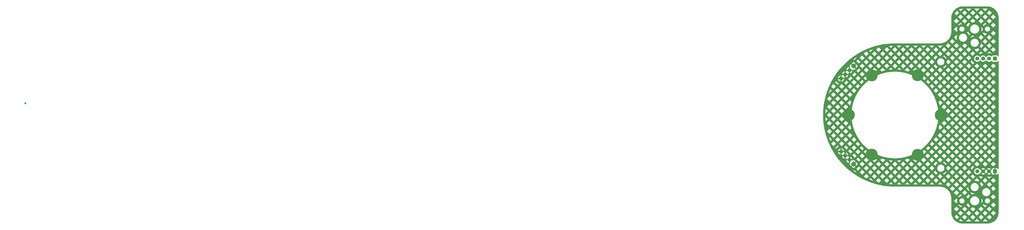
<source format=gbr>
G04 #@! TF.GenerationSoftware,KiCad,Pcbnew,9.0.2*
G04 #@! TF.CreationDate,2025-09-19T15:50:49-04:00*
G04 #@! TF.ProjectId,Trackball,54726163-6b62-4616-9c6c-2e6b69636164,rev?*
G04 #@! TF.SameCoordinates,Original*
G04 #@! TF.FileFunction,Copper,L1,Top*
G04 #@! TF.FilePolarity,Positive*
%FSLAX46Y46*%
G04 Gerber Fmt 4.6, Leading zero omitted, Abs format (unit mm)*
G04 Created by KiCad (PCBNEW 9.0.2) date 2025-09-19 15:50:49*
%MOMM*%
%LPD*%
G01*
G04 APERTURE LIST*
G04 Aperture macros list*
%AMRotRect*
0 Rectangle, with rotation*
0 The origin of the aperture is its center*
0 $1 length*
0 $2 width*
0 $3 Rotation angle, in degrees counterclockwise*
0 Add horizontal line*
21,1,$1,$2,0,0,$3*%
G04 Aperture macros list end*
G04 #@! TA.AperFunction,ComponentPad*
%ADD10C,5.000000*%
G04 #@! TD*
G04 #@! TA.AperFunction,ComponentPad*
%ADD11RotRect,1.700000X1.700000X135.000000*%
G04 #@! TD*
G04 #@! TA.AperFunction,ComponentPad*
%ADD12C,1.700000*%
G04 #@! TD*
G04 #@! TA.AperFunction,ComponentPad*
%ADD13R,1.700000X1.700000*%
G04 #@! TD*
G04 #@! TA.AperFunction,ComponentPad*
%ADD14RotRect,1.700000X1.700000X45.000000*%
G04 #@! TD*
G04 #@! TA.AperFunction,ViaPad*
%ADD15C,0.800000*%
G04 #@! TD*
G04 APERTURE END LIST*
D10*
X332450000Y-118700000D03*
X362100000Y-101650000D03*
X332500000Y-84500000D03*
X352250000Y-118750000D03*
X322700000Y-101600000D03*
X352250000Y-84450000D03*
D11*
X324598949Y-80423949D03*
D12*
X322802898Y-82220000D03*
X321006847Y-84016051D03*
X319210795Y-85812103D03*
D13*
X385593000Y-125984000D03*
D12*
X383053000Y-125984000D03*
X380513000Y-125984000D03*
X377973000Y-125984000D03*
D14*
X324598949Y-122786051D03*
D12*
X322802898Y-120990000D03*
X321006847Y-119193949D03*
X319210795Y-117397897D03*
D13*
X385593000Y-77216000D03*
D12*
X383053000Y-77216000D03*
X380513000Y-77216000D03*
X377973000Y-77216000D03*
D15*
X-32600000Y-96600000D03*
G04 #@! TA.AperFunction,Conductor*
G36*
X382227611Y-54625608D02*
G01*
X382630599Y-54642275D01*
X382640946Y-54643132D01*
X383038611Y-54692702D01*
X383048871Y-54694414D01*
X383441076Y-54776650D01*
X383451144Y-54779199D01*
X383835236Y-54893549D01*
X383845069Y-54896925D01*
X383889562Y-54914286D01*
X384218375Y-55042590D01*
X384227912Y-55046773D01*
X384587918Y-55222769D01*
X384597076Y-55227725D01*
X384941313Y-55432845D01*
X384950032Y-55438541D01*
X385276169Y-55671400D01*
X385284363Y-55677776D01*
X385590170Y-55936781D01*
X385597831Y-55943835D01*
X385881164Y-56227168D01*
X385888218Y-56234829D01*
X386147220Y-56540633D01*
X386153602Y-56548833D01*
X386287909Y-56736940D01*
X386386458Y-56874967D01*
X386392154Y-56883686D01*
X386597274Y-57227923D01*
X386602230Y-57237081D01*
X386778226Y-57597087D01*
X386782409Y-57606624D01*
X386928071Y-57979921D01*
X386931453Y-57989771D01*
X387045796Y-58373841D01*
X387048352Y-58383936D01*
X387130584Y-58776124D01*
X387132298Y-58786395D01*
X387181865Y-59184036D01*
X387182725Y-59194415D01*
X387199392Y-59597388D01*
X387199500Y-59602595D01*
X387199500Y-76273398D01*
X387179498Y-76341519D01*
X387125842Y-76388012D01*
X387055568Y-76398116D01*
X386990988Y-76368622D01*
X386952604Y-76308896D01*
X386948222Y-76286866D01*
X386944990Y-76256803D01*
X386944988Y-76256795D01*
X386907260Y-76155646D01*
X386893889Y-76119796D01*
X386893888Y-76119794D01*
X386893887Y-76119792D01*
X386806261Y-76002738D01*
X386689207Y-75915112D01*
X386689202Y-75915110D01*
X386552204Y-75864011D01*
X386552196Y-75864009D01*
X386491649Y-75857500D01*
X386491638Y-75857500D01*
X384694362Y-75857500D01*
X384694350Y-75857500D01*
X384633803Y-75864009D01*
X384633795Y-75864011D01*
X384496797Y-75915110D01*
X384496792Y-75915112D01*
X384379738Y-76002738D01*
X384292112Y-76119792D01*
X384292110Y-76119797D01*
X384248131Y-76237708D01*
X384205584Y-76294544D01*
X384139064Y-76319354D01*
X384069690Y-76304262D01*
X384040981Y-76282770D01*
X383938009Y-76179798D01*
X383938006Y-76179796D01*
X383938004Y-76179794D01*
X383765009Y-76054106D01*
X383574483Y-75957028D01*
X383574480Y-75957027D01*
X383574478Y-75957026D01*
X383371120Y-75890952D01*
X383371123Y-75890952D01*
X383331801Y-75884724D01*
X383159916Y-75857500D01*
X382946084Y-75857500D01*
X382734884Y-75890951D01*
X382734878Y-75890952D01*
X382531521Y-75957026D01*
X382531515Y-75957029D01*
X382340987Y-76054108D01*
X382167993Y-76179796D01*
X382167990Y-76179798D01*
X382016798Y-76330990D01*
X382016796Y-76330993D01*
X381891108Y-76503987D01*
X381890434Y-76505088D01*
X381890068Y-76505418D01*
X381888196Y-76507996D01*
X381887654Y-76507602D01*
X381837787Y-76552721D01*
X381767745Y-76564328D01*
X381702547Y-76536226D01*
X381677976Y-76507870D01*
X381677804Y-76507996D01*
X381676341Y-76505982D01*
X381675566Y-76505088D01*
X381674896Y-76503996D01*
X381674894Y-76503991D01*
X381549206Y-76330996D01*
X381549203Y-76330993D01*
X381549201Y-76330990D01*
X381398009Y-76179798D01*
X381398006Y-76179796D01*
X381398004Y-76179794D01*
X381225009Y-76054106D01*
X381034483Y-75957028D01*
X381034480Y-75957027D01*
X381034478Y-75957026D01*
X380831120Y-75890952D01*
X380831123Y-75890952D01*
X380791801Y-75884724D01*
X380619916Y-75857500D01*
X380406084Y-75857500D01*
X380194884Y-75890951D01*
X380194878Y-75890952D01*
X379991521Y-75957026D01*
X379991515Y-75957029D01*
X379800987Y-76054108D01*
X379627993Y-76179796D01*
X379627990Y-76179798D01*
X379476798Y-76330990D01*
X379476796Y-76330993D01*
X379351108Y-76503987D01*
X379350434Y-76505088D01*
X379350068Y-76505418D01*
X379348196Y-76507996D01*
X379347654Y-76507602D01*
X379297787Y-76552721D01*
X379227745Y-76564328D01*
X379162547Y-76536226D01*
X379137976Y-76507870D01*
X379137804Y-76507996D01*
X379136341Y-76505982D01*
X379135566Y-76505088D01*
X379134896Y-76503996D01*
X379134894Y-76503991D01*
X379009206Y-76330996D01*
X379009203Y-76330993D01*
X379009201Y-76330990D01*
X378858009Y-76179798D01*
X378858006Y-76179796D01*
X378858004Y-76179794D01*
X378685009Y-76054106D01*
X378494483Y-75957028D01*
X378494480Y-75957027D01*
X378494478Y-75957026D01*
X378291120Y-75890952D01*
X378291123Y-75890952D01*
X378251801Y-75884724D01*
X378079916Y-75857500D01*
X377866084Y-75857500D01*
X377654884Y-75890951D01*
X377654878Y-75890952D01*
X377451521Y-75957026D01*
X377451515Y-75957029D01*
X377260987Y-76054108D01*
X377087993Y-76179796D01*
X377087990Y-76179798D01*
X376936798Y-76330990D01*
X376936796Y-76330993D01*
X376811108Y-76503987D01*
X376714029Y-76694515D01*
X376714026Y-76694521D01*
X376647952Y-76897878D01*
X376647951Y-76897883D01*
X376647951Y-76897884D01*
X376614500Y-77109084D01*
X376614500Y-77322916D01*
X376632075Y-77433878D01*
X376647952Y-77534121D01*
X376706647Y-77714766D01*
X376714028Y-77737483D01*
X376811106Y-77928009D01*
X376936794Y-78101004D01*
X376936796Y-78101006D01*
X376936798Y-78101009D01*
X377087990Y-78252201D01*
X377087993Y-78252203D01*
X377087996Y-78252206D01*
X377260991Y-78377894D01*
X377451517Y-78474972D01*
X377654878Y-78541047D01*
X377654879Y-78541047D01*
X377654884Y-78541049D01*
X377866084Y-78574500D01*
X377866087Y-78574500D01*
X378079913Y-78574500D01*
X378079916Y-78574500D01*
X378291116Y-78541049D01*
X378494483Y-78474972D01*
X378685009Y-78377894D01*
X378858004Y-78252206D01*
X379009206Y-78101004D01*
X379134894Y-77928009D01*
X379134899Y-77927997D01*
X379135561Y-77926920D01*
X379135924Y-77926591D01*
X379137804Y-77924004D01*
X379138347Y-77924398D01*
X379188204Y-77879283D01*
X379258244Y-77867670D01*
X379323445Y-77895766D01*
X379348021Y-77924130D01*
X379348196Y-77924004D01*
X379349668Y-77926030D01*
X379350439Y-77926920D01*
X379351105Y-77928007D01*
X379351106Y-77928009D01*
X379476794Y-78101004D01*
X379476796Y-78101006D01*
X379476798Y-78101009D01*
X379627990Y-78252201D01*
X379627993Y-78252203D01*
X379627996Y-78252206D01*
X379800991Y-78377894D01*
X379991517Y-78474972D01*
X380194878Y-78541047D01*
X380194879Y-78541047D01*
X380194884Y-78541049D01*
X380406084Y-78574500D01*
X380406087Y-78574500D01*
X380619913Y-78574500D01*
X380619916Y-78574500D01*
X380831116Y-78541049D01*
X381034483Y-78474972D01*
X381225009Y-78377894D01*
X381398004Y-78252206D01*
X381549206Y-78101004D01*
X381674894Y-77928009D01*
X381674899Y-77927997D01*
X381675561Y-77926920D01*
X381675924Y-77926591D01*
X381677804Y-77924004D01*
X381678347Y-77924398D01*
X381728204Y-77879283D01*
X381798244Y-77867670D01*
X381863445Y-77895766D01*
X381888021Y-77924130D01*
X381888196Y-77924004D01*
X381889668Y-77926030D01*
X381890439Y-77926920D01*
X381891105Y-77928007D01*
X381891106Y-77928009D01*
X382016794Y-78101004D01*
X382016796Y-78101006D01*
X382016798Y-78101009D01*
X382167990Y-78252201D01*
X382167993Y-78252203D01*
X382167996Y-78252206D01*
X382340991Y-78377894D01*
X382531517Y-78474972D01*
X382734878Y-78541047D01*
X382734879Y-78541047D01*
X382734884Y-78541049D01*
X382946084Y-78574500D01*
X382946087Y-78574500D01*
X383159913Y-78574500D01*
X383159916Y-78574500D01*
X383371116Y-78541049D01*
X383574483Y-78474972D01*
X383765009Y-78377894D01*
X383938004Y-78252206D01*
X384040982Y-78149227D01*
X384103292Y-78115204D01*
X384174108Y-78120268D01*
X384230944Y-78162815D01*
X384248131Y-78194291D01*
X384292110Y-78312203D01*
X384292112Y-78312207D01*
X384379738Y-78429261D01*
X384496792Y-78516887D01*
X384496794Y-78516888D01*
X384496796Y-78516889D01*
X384555875Y-78538924D01*
X384633795Y-78567988D01*
X384633803Y-78567990D01*
X384694350Y-78574499D01*
X384694355Y-78574499D01*
X384694362Y-78574500D01*
X384694368Y-78574500D01*
X386491632Y-78574500D01*
X386491638Y-78574500D01*
X386491645Y-78574499D01*
X386491649Y-78574499D01*
X386552196Y-78567990D01*
X386552199Y-78567989D01*
X386552201Y-78567989D01*
X386689204Y-78516889D01*
X386733071Y-78484051D01*
X386806261Y-78429261D01*
X386893887Y-78312207D01*
X386893887Y-78312206D01*
X386893889Y-78312204D01*
X386939083Y-78191035D01*
X386944988Y-78175204D01*
X386944990Y-78175196D01*
X386948222Y-78145133D01*
X386975391Y-78079541D01*
X387033708Y-78039049D01*
X387104660Y-78036515D01*
X387165718Y-78072742D01*
X387197498Y-78136228D01*
X387199500Y-78158601D01*
X387199500Y-125046102D01*
X387179498Y-125114223D01*
X387125842Y-125160716D01*
X387055568Y-125170820D01*
X386990988Y-125141326D01*
X386952604Y-125081600D01*
X386948222Y-125059572D01*
X386944494Y-125024906D01*
X386893444Y-124888035D01*
X386893444Y-124888034D01*
X386805904Y-124771095D01*
X386688965Y-124683555D01*
X386552093Y-124632505D01*
X386491597Y-124626000D01*
X385847000Y-124626000D01*
X385847000Y-125553297D01*
X385785993Y-125518075D01*
X385658826Y-125484000D01*
X385527174Y-125484000D01*
X385400007Y-125518075D01*
X385339000Y-125553297D01*
X385339000Y-124626000D01*
X384694402Y-124626000D01*
X384633906Y-124632505D01*
X384497035Y-124683555D01*
X384497034Y-124683555D01*
X384380095Y-124771095D01*
X384292555Y-124888034D01*
X384292555Y-124888035D01*
X384241505Y-125024905D01*
X384236981Y-125066978D01*
X384240319Y-125129301D01*
X384206794Y-125189414D01*
X383537157Y-125859051D01*
X383518925Y-125791007D01*
X383453099Y-125676993D01*
X383360007Y-125583901D01*
X383245993Y-125518075D01*
X383177947Y-125499841D01*
X383817168Y-124860621D01*
X383817167Y-124860620D01*
X383764750Y-124822536D01*
X383764748Y-124822535D01*
X383574292Y-124725493D01*
X383574286Y-124725490D01*
X383371003Y-124659440D01*
X383159874Y-124626000D01*
X382946126Y-124626000D01*
X382734996Y-124659440D01*
X382531713Y-124725490D01*
X382531707Y-124725493D01*
X382341253Y-124822534D01*
X382288831Y-124860621D01*
X382288831Y-124860622D01*
X382928051Y-125499842D01*
X382860007Y-125518075D01*
X382745993Y-125583901D01*
X382652901Y-125676993D01*
X382587075Y-125791007D01*
X382568842Y-125859051D01*
X381929622Y-125219831D01*
X381929621Y-125219831D01*
X381891522Y-125272269D01*
X381890422Y-125274065D01*
X381889827Y-125274603D01*
X381888624Y-125276259D01*
X381888275Y-125276006D01*
X381837768Y-125321689D01*
X381767725Y-125333286D01*
X381702531Y-125305174D01*
X381677440Y-125276211D01*
X381677376Y-125276258D01*
X381676830Y-125275506D01*
X381675563Y-125274044D01*
X381674462Y-125272248D01*
X381636378Y-125219831D01*
X380997157Y-125859051D01*
X380978925Y-125791007D01*
X380913099Y-125676993D01*
X380820007Y-125583901D01*
X380705993Y-125518075D01*
X380637947Y-125499841D01*
X381277168Y-124860621D01*
X381277167Y-124860620D01*
X381224750Y-124822536D01*
X381224748Y-124822535D01*
X381034292Y-124725493D01*
X381034286Y-124725490D01*
X380831003Y-124659440D01*
X380619874Y-124626000D01*
X380406126Y-124626000D01*
X380194996Y-124659440D01*
X379991713Y-124725490D01*
X379991707Y-124725493D01*
X379801253Y-124822534D01*
X379748831Y-124860621D01*
X379748831Y-124860622D01*
X380388051Y-125499842D01*
X380320007Y-125518075D01*
X380205993Y-125583901D01*
X380112901Y-125676993D01*
X380047075Y-125791007D01*
X380028842Y-125859051D01*
X379389622Y-125219831D01*
X379389621Y-125219831D01*
X379351528Y-125272261D01*
X379350724Y-125273574D01*
X379350288Y-125273967D01*
X379348624Y-125276259D01*
X379348142Y-125275909D01*
X379298075Y-125321203D01*
X379228033Y-125332807D01*
X379162836Y-125304702D01*
X379137901Y-125275924D01*
X379137804Y-125275996D01*
X379136975Y-125274855D01*
X379135859Y-125273567D01*
X379134899Y-125272001D01*
X379134894Y-125271991D01*
X379009206Y-125098996D01*
X379009203Y-125098993D01*
X379009201Y-125098990D01*
X378858009Y-124947798D01*
X378858006Y-124947796D01*
X378858004Y-124947794D01*
X378685601Y-124822536D01*
X378685012Y-124822108D01*
X378685011Y-124822107D01*
X378685009Y-124822106D01*
X378494483Y-124725028D01*
X378494480Y-124725027D01*
X378494478Y-124725026D01*
X378291120Y-124658952D01*
X378291123Y-124658952D01*
X378251801Y-124652724D01*
X378079916Y-124625500D01*
X377866084Y-124625500D01*
X377654884Y-124658951D01*
X377654878Y-124658952D01*
X377451521Y-124725026D01*
X377451515Y-124725029D01*
X377260987Y-124822108D01*
X377087993Y-124947796D01*
X377087990Y-124947798D01*
X376936798Y-125098990D01*
X376936796Y-125098993D01*
X376811108Y-125271987D01*
X376714029Y-125462515D01*
X376714026Y-125462521D01*
X376647952Y-125665878D01*
X376647951Y-125665883D01*
X376647951Y-125665884D01*
X376614500Y-125877084D01*
X376614500Y-126090916D01*
X376647951Y-126302116D01*
X376647952Y-126302121D01*
X376714026Y-126505478D01*
X376714028Y-126505483D01*
X376811106Y-126696009D01*
X376936794Y-126869004D01*
X376936796Y-126869006D01*
X376936798Y-126869009D01*
X377087990Y-127020201D01*
X377087993Y-127020203D01*
X377087996Y-127020206D01*
X377260991Y-127145894D01*
X377451517Y-127242972D01*
X377654878Y-127309047D01*
X377654879Y-127309047D01*
X377654884Y-127309049D01*
X377866084Y-127342500D01*
X377866087Y-127342500D01*
X378079913Y-127342500D01*
X378079916Y-127342500D01*
X378291116Y-127309049D01*
X378494483Y-127242972D01*
X378685009Y-127145894D01*
X378858004Y-127020206D01*
X379009206Y-126869004D01*
X379134894Y-126696009D01*
X379134902Y-126695992D01*
X379135854Y-126694441D01*
X379136377Y-126693967D01*
X379137804Y-126692004D01*
X379138216Y-126692303D01*
X379188497Y-126646804D01*
X379258537Y-126635189D01*
X379323738Y-126663285D01*
X379348485Y-126691842D01*
X379348624Y-126691742D01*
X379349794Y-126693353D01*
X379350726Y-126694428D01*
X379351536Y-126695750D01*
X379389620Y-126748167D01*
X379389621Y-126748168D01*
X380028841Y-126108947D01*
X380047075Y-126176993D01*
X380112901Y-126291007D01*
X380205993Y-126384099D01*
X380320007Y-126449925D01*
X380388051Y-126468157D01*
X379748831Y-127107378D01*
X379801249Y-127145463D01*
X379801251Y-127145464D01*
X379991707Y-127242506D01*
X379991713Y-127242509D01*
X380194996Y-127308559D01*
X380406126Y-127342000D01*
X380619874Y-127342000D01*
X380831003Y-127308559D01*
X381034286Y-127242509D01*
X381034292Y-127242506D01*
X381224750Y-127145463D01*
X381277167Y-127107378D01*
X381277167Y-127107376D01*
X380637948Y-126468157D01*
X380705993Y-126449925D01*
X380820007Y-126384099D01*
X380913099Y-126291007D01*
X380978925Y-126176993D01*
X380997157Y-126108948D01*
X381636376Y-126748167D01*
X381636378Y-126748167D01*
X381674463Y-126695750D01*
X381675562Y-126693958D01*
X381676158Y-126693418D01*
X381677377Y-126691741D01*
X381677729Y-126691996D01*
X381728206Y-126646322D01*
X381798246Y-126634710D01*
X381863446Y-126662808D01*
X381888559Y-126691788D01*
X381888624Y-126691742D01*
X381889165Y-126692487D01*
X381890433Y-126693950D01*
X381891535Y-126695749D01*
X381929620Y-126748167D01*
X381929621Y-126748168D01*
X382568841Y-126108947D01*
X382587075Y-126176993D01*
X382652901Y-126291007D01*
X382745993Y-126384099D01*
X382860007Y-126449925D01*
X382928051Y-126468157D01*
X382288831Y-127107378D01*
X382341249Y-127145463D01*
X382341251Y-127145464D01*
X382531707Y-127242506D01*
X382531713Y-127242509D01*
X382734996Y-127308559D01*
X382946126Y-127342000D01*
X383159874Y-127342000D01*
X383371003Y-127308559D01*
X383574286Y-127242509D01*
X383574292Y-127242506D01*
X383764750Y-127145463D01*
X383817167Y-127107378D01*
X383817167Y-127107376D01*
X383177948Y-126468157D01*
X383245993Y-126449925D01*
X383360007Y-126384099D01*
X383453099Y-126291007D01*
X383518925Y-126176993D01*
X383537157Y-126108948D01*
X384206794Y-126778585D01*
X384240820Y-126840897D01*
X384237030Y-126901471D01*
X384241505Y-126943093D01*
X384292555Y-127079964D01*
X384292555Y-127079965D01*
X384380095Y-127196904D01*
X384497034Y-127284444D01*
X384633906Y-127335494D01*
X384694402Y-127341999D01*
X384694415Y-127342000D01*
X385339000Y-127342000D01*
X385339000Y-126414702D01*
X385400007Y-126449925D01*
X385527174Y-126484000D01*
X385658826Y-126484000D01*
X385785993Y-126449925D01*
X385847000Y-126414702D01*
X385847000Y-127342000D01*
X386491585Y-127342000D01*
X386491597Y-127341999D01*
X386552093Y-127335494D01*
X386688964Y-127284444D01*
X386688965Y-127284444D01*
X386805904Y-127196904D01*
X386893444Y-127079965D01*
X386893444Y-127079964D01*
X386944494Y-126943093D01*
X386948222Y-126908427D01*
X386975392Y-126842835D01*
X387033711Y-126802345D01*
X387104662Y-126799811D01*
X387165720Y-126836039D01*
X387197498Y-126899527D01*
X387199500Y-126921897D01*
X387199500Y-143597404D01*
X387199392Y-143602611D01*
X387182725Y-144005584D01*
X387181865Y-144015963D01*
X387132298Y-144413604D01*
X387130584Y-144423875D01*
X387048352Y-144816063D01*
X387045796Y-144826158D01*
X386931453Y-145210228D01*
X386928071Y-145220078D01*
X386782409Y-145593375D01*
X386778226Y-145602912D01*
X386602230Y-145962918D01*
X386597274Y-145972076D01*
X386392154Y-146316313D01*
X386386458Y-146325032D01*
X386153609Y-146651157D01*
X386147213Y-146659375D01*
X385888218Y-146965170D01*
X385881164Y-146972831D01*
X385597831Y-147256164D01*
X385590170Y-147263218D01*
X385284375Y-147522213D01*
X385276157Y-147528609D01*
X384950032Y-147761458D01*
X384941313Y-147767154D01*
X384597076Y-147972274D01*
X384587918Y-147977230D01*
X384227912Y-148153226D01*
X384218375Y-148157409D01*
X383845078Y-148303071D01*
X383835228Y-148306453D01*
X383451158Y-148420796D01*
X383441063Y-148423352D01*
X383048875Y-148505584D01*
X383038604Y-148507298D01*
X382640963Y-148556865D01*
X382630584Y-148557725D01*
X382227611Y-148574392D01*
X382222404Y-148574500D01*
X371727596Y-148574500D01*
X371722389Y-148574392D01*
X371319415Y-148557725D01*
X371309036Y-148556865D01*
X370911395Y-148507298D01*
X370901124Y-148505584D01*
X370508936Y-148423352D01*
X370498841Y-148420796D01*
X370114771Y-148306453D01*
X370104921Y-148303071D01*
X369731624Y-148157409D01*
X369722087Y-148153226D01*
X369362081Y-147977230D01*
X369352923Y-147972274D01*
X369008686Y-147767154D01*
X368999967Y-147761458D01*
X368861940Y-147662909D01*
X368673833Y-147528602D01*
X368665633Y-147522220D01*
X368359829Y-147263218D01*
X368352168Y-147256164D01*
X368297615Y-147201611D01*
X370047858Y-147201611D01*
X370128009Y-147240794D01*
X370434091Y-147360229D01*
X370749048Y-147453996D01*
X371070626Y-147521422D01*
X371396692Y-147562068D01*
X371745619Y-147576500D01*
X371797120Y-147576500D01*
X371811679Y-147561941D01*
X373223062Y-147561941D01*
X373237621Y-147576500D01*
X375332654Y-147576500D01*
X375347213Y-147561941D01*
X376758596Y-147561941D01*
X376773155Y-147576500D01*
X378868188Y-147576500D01*
X378882747Y-147561941D01*
X380294130Y-147561941D01*
X380308689Y-147576500D01*
X382204381Y-147576500D01*
X382412321Y-147567898D01*
X382418280Y-147561940D01*
X381356205Y-146499865D01*
X380294130Y-147561941D01*
X378882747Y-147561941D01*
X377820671Y-146499865D01*
X376758596Y-147561941D01*
X375347213Y-147561941D01*
X374285137Y-146499865D01*
X373223062Y-147561941D01*
X371811679Y-147561941D01*
X370749604Y-146499866D01*
X370047858Y-147201611D01*
X368297615Y-147201611D01*
X368068835Y-146972831D01*
X368061781Y-146965170D01*
X367964876Y-146850754D01*
X367802776Y-146659363D01*
X367796400Y-146651169D01*
X367563541Y-146325032D01*
X367557845Y-146316313D01*
X367352725Y-145972076D01*
X367347769Y-145962918D01*
X367171773Y-145602912D01*
X367167590Y-145593375D01*
X367126332Y-145487641D01*
X368226294Y-145487641D01*
X368228522Y-145492197D01*
X368396715Y-145774463D01*
X368587652Y-146041888D01*
X368800035Y-146292647D01*
X369032350Y-146524962D01*
X369184369Y-146653715D01*
X370043910Y-145794174D01*
X371455296Y-145794174D01*
X372517371Y-146856249D01*
X373579446Y-145794174D01*
X374990829Y-145794174D01*
X376052904Y-146856249D01*
X377114980Y-145794174D01*
X378526363Y-145794174D01*
X379588438Y-146856249D01*
X380650514Y-145794174D01*
X382061897Y-145794174D01*
X383123972Y-146856249D01*
X384186048Y-145794174D01*
X383123972Y-144732098D01*
X382061897Y-145794174D01*
X380650514Y-145794174D01*
X379588438Y-144732098D01*
X378526363Y-145794174D01*
X377114980Y-145794174D01*
X376052904Y-144732098D01*
X374990829Y-145794174D01*
X373579446Y-145794174D01*
X372517371Y-144732099D01*
X371455296Y-145794174D01*
X370043910Y-145794174D01*
X370043911Y-145794173D01*
X368981837Y-144732099D01*
X368226294Y-145487641D01*
X367126332Y-145487641D01*
X367021928Y-145220078D01*
X367018546Y-145210228D01*
X366966433Y-145035183D01*
X366904199Y-144826144D01*
X366901650Y-144816076D01*
X366819414Y-144423871D01*
X366817701Y-144413604D01*
X366793836Y-144222149D01*
X366769436Y-144026407D01*
X369687529Y-144026407D01*
X370749604Y-145088482D01*
X371811679Y-144026407D01*
X373223062Y-144026407D01*
X374285137Y-145088482D01*
X375347213Y-144026407D01*
X376758596Y-144026407D01*
X377820671Y-145088482D01*
X378882747Y-144026407D01*
X380294130Y-144026407D01*
X381356205Y-145088482D01*
X382418281Y-144026407D01*
X383829664Y-144026407D01*
X384891739Y-145088482D01*
X385953814Y-144026407D01*
X384891739Y-142964331D01*
X383829664Y-144026407D01*
X382418281Y-144026407D01*
X381356205Y-142964331D01*
X380294130Y-144026407D01*
X378882747Y-144026407D01*
X377820671Y-142964331D01*
X376758596Y-144026407D01*
X375347213Y-144026407D01*
X374285137Y-142964331D01*
X373223062Y-144026407D01*
X371811679Y-144026407D01*
X370749604Y-142964332D01*
X369687529Y-144026407D01*
X366769436Y-144026407D01*
X366768132Y-144015946D01*
X366767275Y-144005599D01*
X366750608Y-143602611D01*
X366750500Y-143597404D01*
X366750500Y-142258640D01*
X367919762Y-142258640D01*
X368981837Y-143320715D01*
X370043912Y-142258640D01*
X371455296Y-142258640D01*
X372517371Y-143320715D01*
X373579446Y-142258640D01*
X373579445Y-142258639D01*
X374990829Y-142258639D01*
X376052904Y-143320715D01*
X377114980Y-142258640D01*
X378526363Y-142258640D01*
X379588438Y-143320715D01*
X380650514Y-142258640D01*
X382061897Y-142258640D01*
X383123972Y-143320715D01*
X384186048Y-142258640D01*
X383123972Y-141196564D01*
X382061897Y-142258640D01*
X380650514Y-142258640D01*
X379588438Y-141196564D01*
X378526363Y-142258640D01*
X377114980Y-142258640D01*
X376538866Y-141682526D01*
X376312355Y-141652707D01*
X376308273Y-141652102D01*
X376284158Y-141648120D01*
X376280096Y-141647380D01*
X376248059Y-141641005D01*
X376244032Y-141640135D01*
X376220281Y-141634596D01*
X376216287Y-141633596D01*
X375935936Y-141558476D01*
X375931969Y-141557343D01*
X375908598Y-141550253D01*
X375904675Y-141548992D01*
X375873743Y-141538492D01*
X375869857Y-141537102D01*
X375847015Y-141528504D01*
X375843184Y-141526990D01*
X375757832Y-141491636D01*
X374990829Y-142258639D01*
X373579445Y-142258639D01*
X372517371Y-141196565D01*
X371455296Y-142258640D01*
X370043912Y-142258640D01*
X368981837Y-141196565D01*
X367919762Y-142258640D01*
X366750500Y-142258640D01*
X366750500Y-140490873D01*
X369687529Y-140490873D01*
X370749603Y-141552947D01*
X371469862Y-140832688D01*
X371454236Y-140833303D01*
X371449287Y-140833400D01*
X371236713Y-140833400D01*
X371231764Y-140833303D01*
X371202480Y-140832152D01*
X371197542Y-140831860D01*
X371158463Y-140828784D01*
X371153539Y-140828300D01*
X371124451Y-140824857D01*
X371119551Y-140824179D01*
X370909616Y-140790928D01*
X370904748Y-140790058D01*
X370876029Y-140784346D01*
X370871201Y-140783287D01*
X370833083Y-140774138D01*
X370828291Y-140772888D01*
X370800075Y-140764931D01*
X370795338Y-140763494D01*
X370593173Y-140697806D01*
X370588499Y-140696185D01*
X370561018Y-140686047D01*
X370556414Y-140684246D01*
X370520197Y-140669246D01*
X370515659Y-140667261D01*
X370489044Y-140654991D01*
X370484593Y-140652832D01*
X370295197Y-140556330D01*
X370290834Y-140553998D01*
X370265278Y-140539686D01*
X370261014Y-140537186D01*
X370227589Y-140516705D01*
X370223417Y-140514035D01*
X370199048Y-140497752D01*
X370194989Y-140494923D01*
X370189413Y-140490872D01*
X373223062Y-140490872D01*
X374285137Y-141552947D01*
X374879457Y-140958626D01*
X374874340Y-140954140D01*
X374871280Y-140951366D01*
X374853438Y-140934656D01*
X374850473Y-140931786D01*
X374645214Y-140726527D01*
X374642344Y-140723562D01*
X374625634Y-140705720D01*
X374622860Y-140702660D01*
X374601325Y-140678100D01*
X374598660Y-140674957D01*
X374583193Y-140656108D01*
X374580635Y-140652886D01*
X374403942Y-140422618D01*
X374401483Y-140419302D01*
X374387246Y-140399433D01*
X374384898Y-140396040D01*
X374366751Y-140368878D01*
X374364516Y-140365411D01*
X374351639Y-140344700D01*
X374349524Y-140341171D01*
X374204397Y-140089805D01*
X374202393Y-140086199D01*
X374190869Y-140064638D01*
X374188980Y-140060961D01*
X374174536Y-140031664D01*
X374172777Y-140027943D01*
X374162715Y-140005733D01*
X374161077Y-140001955D01*
X374050010Y-139733816D01*
X374048496Y-139729985D01*
X374039898Y-139707143D01*
X374038508Y-139703257D01*
X374031455Y-139682479D01*
X373223062Y-140490872D01*
X370189413Y-140490872D01*
X370023022Y-140369981D01*
X370019079Y-140366996D01*
X369996079Y-140348865D01*
X369992253Y-140345726D01*
X369962445Y-140320268D01*
X369958748Y-140316982D01*
X369937225Y-140297087D01*
X369933657Y-140293656D01*
X369909201Y-140269200D01*
X369687529Y-140490873D01*
X366750500Y-140490873D01*
X366750500Y-138723106D01*
X367919762Y-138723106D01*
X368981836Y-139785180D01*
X369355649Y-139411366D01*
X369313506Y-139281662D01*
X369312069Y-139276925D01*
X369304112Y-139248709D01*
X369302862Y-139243917D01*
X369293713Y-139205799D01*
X369292654Y-139200971D01*
X369286942Y-139172252D01*
X369286072Y-139167384D01*
X369252821Y-138957449D01*
X369252143Y-138952549D01*
X369248700Y-138923461D01*
X369248216Y-138918537D01*
X369245140Y-138879458D01*
X369244848Y-138874520D01*
X369243697Y-138845236D01*
X369243600Y-138840287D01*
X369243600Y-138647318D01*
X370241600Y-138647318D01*
X370241600Y-138820682D01*
X370268720Y-138991912D01*
X370268721Y-138991917D01*
X370309742Y-139118167D01*
X370322292Y-139156791D01*
X370400998Y-139311260D01*
X370401000Y-139311263D01*
X370502900Y-139451516D01*
X370625483Y-139574099D01*
X370625486Y-139574101D01*
X370765740Y-139676002D01*
X370920209Y-139754708D01*
X371085082Y-139808278D01*
X371085083Y-139808278D01*
X371085088Y-139808280D01*
X371256318Y-139835400D01*
X371256321Y-139835400D01*
X371429679Y-139835400D01*
X371429682Y-139835400D01*
X371600912Y-139808280D01*
X371765791Y-139754708D01*
X371920260Y-139676002D01*
X372060514Y-139574101D01*
X372183101Y-139451514D01*
X372285002Y-139311260D01*
X372363708Y-139156791D01*
X372417280Y-138991912D01*
X372444400Y-138820682D01*
X372444400Y-138647318D01*
X372437730Y-138605204D01*
X374878000Y-138605204D01*
X374878000Y-138862795D01*
X374911620Y-139118167D01*
X374911621Y-139118173D01*
X374911622Y-139118175D01*
X374978290Y-139366984D01*
X375076864Y-139604962D01*
X375076865Y-139604963D01*
X375076870Y-139604974D01*
X375205659Y-139828043D01*
X375362460Y-140032388D01*
X375362479Y-140032409D01*
X375544590Y-140214520D01*
X375544600Y-140214529D01*
X375544606Y-140214535D01*
X375544609Y-140214537D01*
X375544611Y-140214539D01*
X375748956Y-140371340D01*
X375972025Y-140500129D01*
X375972029Y-140500130D01*
X375972038Y-140500136D01*
X376210016Y-140598710D01*
X376458825Y-140665378D01*
X376458831Y-140665378D01*
X376458832Y-140665379D01*
X376488134Y-140669236D01*
X376714207Y-140699000D01*
X376714214Y-140699000D01*
X376971786Y-140699000D01*
X376971793Y-140699000D01*
X377227175Y-140665378D01*
X377475984Y-140598710D01*
X377713962Y-140500136D01*
X377730008Y-140490872D01*
X380294130Y-140490872D01*
X381356205Y-141552948D01*
X382089702Y-140819451D01*
X381909616Y-140790928D01*
X381904748Y-140790058D01*
X381876029Y-140784346D01*
X381871201Y-140783287D01*
X381833083Y-140774138D01*
X381828291Y-140772888D01*
X381800075Y-140764931D01*
X381795338Y-140763494D01*
X381593173Y-140697806D01*
X381588499Y-140696185D01*
X381561018Y-140686047D01*
X381556414Y-140684246D01*
X381520197Y-140669246D01*
X381515659Y-140667261D01*
X381489044Y-140654991D01*
X381484593Y-140652832D01*
X381295197Y-140556330D01*
X381290834Y-140553998D01*
X381265278Y-140539686D01*
X381261014Y-140537186D01*
X381227589Y-140516705D01*
X381223417Y-140514035D01*
X381199048Y-140497752D01*
X381194989Y-140494923D01*
X381189415Y-140490873D01*
X383829664Y-140490873D01*
X384891739Y-141552948D01*
X385953814Y-140490873D01*
X384891739Y-139428797D01*
X383829664Y-140490873D01*
X381189415Y-140490873D01*
X381023022Y-140369981D01*
X381019079Y-140366996D01*
X380996079Y-140348865D01*
X380992253Y-140345726D01*
X380962445Y-140320268D01*
X380958748Y-140316982D01*
X380937225Y-140297087D01*
X380933657Y-140293656D01*
X380783344Y-140143343D01*
X380779913Y-140139775D01*
X380760018Y-140118252D01*
X380756732Y-140114555D01*
X380731274Y-140084747D01*
X380728135Y-140080921D01*
X380717532Y-140067470D01*
X380294130Y-140490872D01*
X377730008Y-140490872D01*
X377937038Y-140371343D01*
X377937038Y-140371342D01*
X377937043Y-140371340D01*
X378070153Y-140269200D01*
X378141394Y-140214535D01*
X378323535Y-140032394D01*
X378389277Y-139946717D01*
X378480340Y-139828043D01*
X378522680Y-139754709D01*
X378609136Y-139604962D01*
X378707710Y-139366984D01*
X378774378Y-139118175D01*
X378808000Y-138862793D01*
X378808000Y-138605207D01*
X378774378Y-138349825D01*
X378707710Y-138101016D01*
X378609136Y-137863038D01*
X378609130Y-137863029D01*
X378609129Y-137863025D01*
X378509509Y-137690478D01*
X379617886Y-137690478D01*
X379635990Y-137734184D01*
X379637504Y-137738015D01*
X379646102Y-137760857D01*
X379647492Y-137764743D01*
X379657992Y-137795675D01*
X379659253Y-137799598D01*
X379666343Y-137822969D01*
X379667476Y-137826936D01*
X379742596Y-138107287D01*
X379743596Y-138111281D01*
X379749135Y-138135032D01*
X379750005Y-138139059D01*
X379756380Y-138171096D01*
X379757120Y-138175158D01*
X379761102Y-138199273D01*
X379761707Y-138203355D01*
X379799592Y-138491125D01*
X379800063Y-138495216D01*
X379802455Y-138519493D01*
X379802792Y-138523601D01*
X379804930Y-138556195D01*
X379805132Y-138560317D01*
X379805932Y-138584739D01*
X379806000Y-138588864D01*
X379806000Y-138879136D01*
X379805932Y-138883261D01*
X379805132Y-138907683D01*
X379804930Y-138911805D01*
X379802792Y-138944399D01*
X379802455Y-138948507D01*
X379800063Y-138972784D01*
X379799592Y-138976875D01*
X379761707Y-139264645D01*
X379761102Y-139268727D01*
X379757120Y-139292842D01*
X379756380Y-139296904D01*
X379750005Y-139328941D01*
X379749135Y-139332968D01*
X379743596Y-139356719D01*
X379742596Y-139360713D01*
X379667476Y-139641064D01*
X379666343Y-139645031D01*
X379659253Y-139668402D01*
X379657992Y-139672325D01*
X379647492Y-139703257D01*
X379646102Y-139707143D01*
X379637504Y-139729985D01*
X379635990Y-139733816D01*
X379633293Y-139740324D01*
X380275155Y-139098462D01*
X380252821Y-138957449D01*
X380252143Y-138952549D01*
X380248700Y-138923461D01*
X380248216Y-138918537D01*
X380245140Y-138879458D01*
X380244848Y-138874520D01*
X380243697Y-138845236D01*
X380243600Y-138840287D01*
X380243600Y-138647318D01*
X381241600Y-138647318D01*
X381241600Y-138820682D01*
X381268720Y-138991912D01*
X381268721Y-138991917D01*
X381309742Y-139118167D01*
X381322292Y-139156791D01*
X381400998Y-139311260D01*
X381401000Y-139311263D01*
X381502900Y-139451516D01*
X381625483Y-139574099D01*
X381625486Y-139574101D01*
X381765740Y-139676002D01*
X381920209Y-139754708D01*
X382085082Y-139808278D01*
X382085083Y-139808278D01*
X382085088Y-139808280D01*
X382256318Y-139835400D01*
X382256321Y-139835400D01*
X382429679Y-139835400D01*
X382429682Y-139835400D01*
X382600912Y-139808280D01*
X382765791Y-139754708D01*
X382920260Y-139676002D01*
X383060514Y-139574101D01*
X383183101Y-139451514D01*
X383285002Y-139311260D01*
X383363708Y-139156791D01*
X383417280Y-138991912D01*
X383444400Y-138820682D01*
X383444400Y-138647318D01*
X383417280Y-138476088D01*
X383363708Y-138311209D01*
X383285002Y-138156740D01*
X383183101Y-138016486D01*
X383183099Y-138016483D01*
X383060516Y-137893900D01*
X382920263Y-137792000D01*
X382920262Y-137791999D01*
X382920260Y-137791998D01*
X382765791Y-137713292D01*
X382765788Y-137713291D01*
X382765786Y-137713290D01*
X382600915Y-137659721D01*
X382600919Y-137659721D01*
X382569041Y-137654672D01*
X382429682Y-137632600D01*
X382256318Y-137632600D01*
X382085088Y-137659720D01*
X382085082Y-137659721D01*
X381920213Y-137713290D01*
X381920207Y-137713293D01*
X381765736Y-137792000D01*
X381625483Y-137893900D01*
X381502900Y-138016483D01*
X381401000Y-138156736D01*
X381322293Y-138311207D01*
X381322290Y-138311213D01*
X381268721Y-138476082D01*
X381268720Y-138476087D01*
X381268720Y-138476088D01*
X381241600Y-138647318D01*
X380243600Y-138647318D01*
X380243600Y-138627713D01*
X380243697Y-138622764D01*
X380244848Y-138593480D01*
X380245140Y-138588542D01*
X380248216Y-138549463D01*
X380248700Y-138544539D01*
X380252143Y-138515451D01*
X380252821Y-138510551D01*
X380278135Y-138350727D01*
X379617886Y-137690478D01*
X378509509Y-137690478D01*
X378480340Y-137639956D01*
X378323539Y-137435611D01*
X378323537Y-137435609D01*
X378323535Y-137435606D01*
X378323529Y-137435600D01*
X378323520Y-137435590D01*
X378141409Y-137253479D01*
X378141388Y-137253460D01*
X377937043Y-137096659D01*
X377713974Y-136967870D01*
X377713966Y-136967866D01*
X377713962Y-136967864D01*
X377683724Y-136955339D01*
X383829664Y-136955339D01*
X384891739Y-138017414D01*
X385953814Y-136955339D01*
X384891739Y-135893263D01*
X383829664Y-136955339D01*
X377683724Y-136955339D01*
X377475984Y-136869290D01*
X377227175Y-136802622D01*
X377227173Y-136802621D01*
X377227167Y-136802620D01*
X376971795Y-136769000D01*
X376971793Y-136769000D01*
X376714207Y-136769000D01*
X376714204Y-136769000D01*
X376458832Y-136802620D01*
X376210016Y-136869290D01*
X376002279Y-136955338D01*
X375972036Y-136967865D01*
X375972025Y-136967870D01*
X375748956Y-137096659D01*
X375544611Y-137253460D01*
X375544590Y-137253479D01*
X375362479Y-137435590D01*
X375362460Y-137435611D01*
X375205659Y-137639956D01*
X375076870Y-137863025D01*
X375076865Y-137863036D01*
X374978290Y-138101016D01*
X374911620Y-138349832D01*
X374878000Y-138605204D01*
X372437730Y-138605204D01*
X372417280Y-138476088D01*
X372363708Y-138311209D01*
X372285002Y-138156740D01*
X372183101Y-138016486D01*
X372183099Y-138016483D01*
X372060516Y-137893900D01*
X371920263Y-137792000D01*
X371920262Y-137791999D01*
X371920260Y-137791998D01*
X371765791Y-137713292D01*
X371765788Y-137713291D01*
X371765786Y-137713290D01*
X371600915Y-137659721D01*
X371600919Y-137659721D01*
X371569041Y-137654672D01*
X371429682Y-137632600D01*
X371256318Y-137632600D01*
X371085088Y-137659720D01*
X371085082Y-137659721D01*
X370920213Y-137713290D01*
X370920207Y-137713293D01*
X370765736Y-137792000D01*
X370625483Y-137893900D01*
X370502900Y-138016483D01*
X370401000Y-138156736D01*
X370322293Y-138311207D01*
X370322290Y-138311213D01*
X370268721Y-138476082D01*
X370268720Y-138476087D01*
X370268720Y-138476088D01*
X370241600Y-138647318D01*
X369243600Y-138647318D01*
X369243600Y-138627713D01*
X369243697Y-138622764D01*
X369244848Y-138593480D01*
X369245140Y-138588542D01*
X369248216Y-138549463D01*
X369248700Y-138544539D01*
X369252143Y-138515451D01*
X369252821Y-138510551D01*
X369286072Y-138300616D01*
X369286942Y-138295748D01*
X369292654Y-138267029D01*
X369293713Y-138262201D01*
X369302862Y-138224083D01*
X369304112Y-138219291D01*
X369312069Y-138191075D01*
X369313506Y-138186338D01*
X369360993Y-138040187D01*
X368981837Y-137661031D01*
X367919762Y-138723106D01*
X366750500Y-138723106D01*
X366750500Y-137392150D01*
X366750500Y-137392144D01*
X366716171Y-136977851D01*
X366712414Y-136955339D01*
X369687529Y-136955339D01*
X369920094Y-137187904D01*
X369933657Y-137174343D01*
X369937225Y-137170913D01*
X369958748Y-137151018D01*
X369962445Y-137147732D01*
X369992253Y-137122274D01*
X369996079Y-137119135D01*
X370019079Y-137101004D01*
X370023022Y-137098019D01*
X370194989Y-136973077D01*
X370199048Y-136970248D01*
X370221362Y-136955338D01*
X373223062Y-136955338D01*
X374036977Y-137769253D01*
X374038508Y-137764743D01*
X374039898Y-137760857D01*
X374048496Y-137738015D01*
X374050010Y-137734184D01*
X374161077Y-137466045D01*
X374162715Y-137462267D01*
X374172777Y-137440057D01*
X374174536Y-137436336D01*
X374188980Y-137407039D01*
X374190869Y-137403362D01*
X374202393Y-137381801D01*
X374204397Y-137378195D01*
X374349524Y-137126829D01*
X374351639Y-137123300D01*
X374364516Y-137102589D01*
X374366751Y-137099122D01*
X374384898Y-137071960D01*
X374387246Y-137068567D01*
X374401483Y-137048698D01*
X374403942Y-137045382D01*
X374580635Y-136815114D01*
X374583193Y-136811892D01*
X374598660Y-136793043D01*
X374601325Y-136789900D01*
X374622860Y-136765340D01*
X374625634Y-136762280D01*
X374642344Y-136744438D01*
X374645214Y-136741473D01*
X374850473Y-136536214D01*
X374853438Y-136533344D01*
X374871280Y-136516634D01*
X374874340Y-136513860D01*
X374891067Y-136499193D01*
X374285137Y-135893263D01*
X373223062Y-136955338D01*
X370221362Y-136955338D01*
X370223417Y-136953965D01*
X370227589Y-136951295D01*
X370261014Y-136930814D01*
X370265278Y-136928314D01*
X370290834Y-136914002D01*
X370295197Y-136911670D01*
X370484593Y-136815168D01*
X370489044Y-136813009D01*
X370515659Y-136800739D01*
X370520197Y-136798754D01*
X370556414Y-136783754D01*
X370561018Y-136781953D01*
X370588499Y-136771815D01*
X370593173Y-136770194D01*
X370795338Y-136704506D01*
X370800075Y-136703069D01*
X370828291Y-136695112D01*
X370833083Y-136693862D01*
X370871201Y-136684713D01*
X370876029Y-136683654D01*
X370904748Y-136677942D01*
X370909616Y-136677072D01*
X371119551Y-136643821D01*
X371124451Y-136643143D01*
X371153539Y-136639700D01*
X371158463Y-136639216D01*
X371197542Y-136636140D01*
X371202480Y-136635848D01*
X371231764Y-136634697D01*
X371236713Y-136634600D01*
X371449287Y-136634600D01*
X371454236Y-136634697D01*
X371483520Y-136635848D01*
X371488458Y-136636140D01*
X371492823Y-136636483D01*
X370749604Y-135893264D01*
X369687529Y-136955339D01*
X366712414Y-136955339D01*
X366647747Y-136567808D01*
X366647746Y-136567804D01*
X366647745Y-136567798D01*
X366647744Y-136567796D01*
X366545698Y-136164823D01*
X366545694Y-136164809D01*
X366410717Y-135771638D01*
X366410714Y-135771629D01*
X366303012Y-135526092D01*
X366243726Y-135390934D01*
X366208714Y-135326238D01*
X366133672Y-135187572D01*
X367919762Y-135187572D01*
X368981837Y-136249647D01*
X370043912Y-135187572D01*
X371455296Y-135187572D01*
X372517371Y-136249647D01*
X373579446Y-135187572D01*
X373579445Y-135187571D01*
X374990829Y-135187571D01*
X375773240Y-135969981D01*
X375843185Y-135941010D01*
X375847015Y-135939496D01*
X375869857Y-135930898D01*
X375873743Y-135929508D01*
X375904675Y-135919008D01*
X375908598Y-135917747D01*
X375931969Y-135910657D01*
X375935936Y-135909524D01*
X376216287Y-135834404D01*
X376220281Y-135833404D01*
X376244032Y-135827865D01*
X376248059Y-135826995D01*
X376280096Y-135820620D01*
X376284158Y-135819880D01*
X376308273Y-135815898D01*
X376312355Y-135815293D01*
X376513775Y-135788775D01*
X376770051Y-135532500D01*
X376711923Y-135532500D01*
X376707798Y-135532432D01*
X376683376Y-135531632D01*
X376679254Y-135531430D01*
X376646660Y-135529292D01*
X376642552Y-135528955D01*
X376618275Y-135526563D01*
X376614184Y-135526092D01*
X376354292Y-135491877D01*
X376350206Y-135491271D01*
X376326090Y-135487288D01*
X376322035Y-135486550D01*
X376289999Y-135480176D01*
X376285968Y-135479305D01*
X376262218Y-135473766D01*
X376258225Y-135472766D01*
X376005034Y-135404925D01*
X376001064Y-135403791D01*
X375977692Y-135396700D01*
X375973772Y-135395440D01*
X375942840Y-135384940D01*
X375938955Y-135383550D01*
X375916112Y-135374952D01*
X375912280Y-135373438D01*
X375670119Y-135273131D01*
X375666341Y-135271493D01*
X375644131Y-135261431D01*
X375640410Y-135259672D01*
X375611113Y-135245228D01*
X375607438Y-135243340D01*
X375585878Y-135231817D01*
X375582270Y-135229812D01*
X375355239Y-135098735D01*
X375351703Y-135096616D01*
X375330961Y-135083718D01*
X375327491Y-135081480D01*
X375300330Y-135063330D01*
X375296944Y-135060987D01*
X375277107Y-135046772D01*
X375273795Y-135044315D01*
X375194744Y-134983656D01*
X374990829Y-135187571D01*
X373579445Y-135187571D01*
X373261137Y-134869263D01*
X380092500Y-134869263D01*
X380092500Y-135098736D01*
X380122450Y-135326231D01*
X380122452Y-135326238D01*
X380181842Y-135547887D01*
X380269656Y-135759888D01*
X380269657Y-135759889D01*
X380269662Y-135759900D01*
X380384386Y-135958608D01*
X380384391Y-135958615D01*
X380524073Y-136140652D01*
X380524092Y-136140673D01*
X380686326Y-136302907D01*
X380686347Y-136302926D01*
X380868384Y-136442608D01*
X380868391Y-136442613D01*
X381067099Y-136557337D01*
X381067103Y-136557338D01*
X381067112Y-136557344D01*
X381279113Y-136645158D01*
X381500762Y-136704548D01*
X381500766Y-136704548D01*
X381500768Y-136704549D01*
X381559398Y-136712267D01*
X381728266Y-136734500D01*
X381728273Y-136734500D01*
X381957727Y-136734500D01*
X381957734Y-136734500D01*
X382163345Y-136707430D01*
X382185231Y-136704549D01*
X382185231Y-136704548D01*
X382185238Y-136704548D01*
X382406887Y-136645158D01*
X382618888Y-136557344D01*
X382817612Y-136442611D01*
X382999661Y-136302919D01*
X383161919Y-136140661D01*
X383301611Y-135958612D01*
X383416344Y-135759888D01*
X383504158Y-135547887D01*
X383563548Y-135326238D01*
X383593500Y-135098734D01*
X383593500Y-134869266D01*
X383563548Y-134641762D01*
X383504158Y-134420113D01*
X383416344Y-134208112D01*
X383416338Y-134208103D01*
X383416337Y-134208099D01*
X383301613Y-134009391D01*
X383301608Y-134009384D01*
X383161926Y-133827347D01*
X383161907Y-133827326D01*
X382999673Y-133665092D01*
X382999652Y-133665073D01*
X382817615Y-133525391D01*
X382817608Y-133525386D01*
X382618900Y-133410662D01*
X382618892Y-133410658D01*
X382618888Y-133410656D01*
X382406887Y-133322842D01*
X382185238Y-133263452D01*
X382185231Y-133263450D01*
X382180218Y-133262790D01*
X383986677Y-133262790D01*
X384103315Y-133414795D01*
X384105772Y-133418107D01*
X384119987Y-133437944D01*
X384122330Y-133441330D01*
X384140480Y-133468491D01*
X384142718Y-133471961D01*
X384155616Y-133492703D01*
X384157735Y-133496239D01*
X384288812Y-133723270D01*
X384290817Y-133726878D01*
X384302340Y-133748438D01*
X384304228Y-133752113D01*
X384318672Y-133781410D01*
X384320431Y-133785131D01*
X384330493Y-133807341D01*
X384332131Y-133811119D01*
X384410728Y-134000869D01*
X384891739Y-134481880D01*
X385953814Y-133419805D01*
X384891738Y-132357729D01*
X383986677Y-133262790D01*
X382180218Y-133262790D01*
X381957736Y-133233500D01*
X381957734Y-133233500D01*
X381728266Y-133233500D01*
X381728263Y-133233500D01*
X381500768Y-133263450D01*
X381279113Y-133322842D01*
X381168222Y-133368775D01*
X381067110Y-133410657D01*
X381067099Y-133410662D01*
X380868391Y-133525386D01*
X380868384Y-133525391D01*
X380686347Y-133665073D01*
X380686326Y-133665092D01*
X380524092Y-133827326D01*
X380524073Y-133827347D01*
X380384391Y-134009384D01*
X380384386Y-134009391D01*
X380269662Y-134208099D01*
X380269657Y-134208110D01*
X380181842Y-134420113D01*
X380122450Y-134641768D01*
X380092500Y-134869263D01*
X373261137Y-134869263D01*
X372517371Y-134125497D01*
X371455296Y-135187572D01*
X370043912Y-135187572D01*
X368981837Y-134125497D01*
X367919762Y-135187572D01*
X366133672Y-135187572D01*
X366045867Y-135025322D01*
X365818494Y-134677302D01*
X365563158Y-134349246D01*
X365563155Y-134349243D01*
X365563153Y-134349240D01*
X365281604Y-134043395D01*
X365025179Y-133807341D01*
X364975758Y-133761846D01*
X364975759Y-133761846D01*
X364963254Y-133752113D01*
X364647698Y-133506506D01*
X364514992Y-133419805D01*
X366151995Y-133419805D01*
X367214070Y-134481880D01*
X368276145Y-133419805D01*
X369687529Y-133419805D01*
X370749604Y-134481880D01*
X371811679Y-133419805D01*
X373223062Y-133419805D01*
X374285137Y-134481879D01*
X374516182Y-134250833D01*
X374397188Y-134044730D01*
X374395183Y-134041122D01*
X374383660Y-134019562D01*
X374381772Y-134015887D01*
X374367328Y-133986590D01*
X374365569Y-133982869D01*
X374355507Y-133960659D01*
X374353869Y-133956881D01*
X374253562Y-133714720D01*
X374252048Y-133710888D01*
X374243450Y-133688045D01*
X374242060Y-133684160D01*
X374231560Y-133653228D01*
X374230300Y-133649308D01*
X374223209Y-133625936D01*
X374222075Y-133621966D01*
X374154234Y-133368775D01*
X374153234Y-133364782D01*
X374147695Y-133341032D01*
X374146824Y-133337001D01*
X374140450Y-133304965D01*
X374139712Y-133300910D01*
X374135729Y-133276794D01*
X374135123Y-133272708D01*
X374100908Y-133012816D01*
X374100437Y-133008725D01*
X374098045Y-132984448D01*
X374097708Y-132980340D01*
X374095570Y-132947746D01*
X374095368Y-132943624D01*
X374094568Y-132919202D01*
X374094500Y-132915077D01*
X374094500Y-132669263D01*
X375092500Y-132669263D01*
X375092500Y-132898736D01*
X375122450Y-133126231D01*
X375122452Y-133126238D01*
X375181842Y-133347887D01*
X375269656Y-133559888D01*
X375269657Y-133559889D01*
X375269662Y-133559900D01*
X375384386Y-133758608D01*
X375384391Y-133758615D01*
X375524073Y-133940652D01*
X375524092Y-133940673D01*
X375686326Y-134102907D01*
X375686347Y-134102926D01*
X375868384Y-134242608D01*
X375868391Y-134242613D01*
X376067099Y-134357337D01*
X376067103Y-134357338D01*
X376067112Y-134357344D01*
X376279113Y-134445158D01*
X376500762Y-134504548D01*
X376500766Y-134504548D01*
X376500768Y-134504549D01*
X376559398Y-134512267D01*
X376728266Y-134534500D01*
X376728273Y-134534500D01*
X376957727Y-134534500D01*
X376957734Y-134534500D01*
X377163345Y-134507430D01*
X377185231Y-134504549D01*
X377185231Y-134504548D01*
X377185238Y-134504548D01*
X377406887Y-134445158D01*
X377618888Y-134357344D01*
X377817612Y-134242611D01*
X377999661Y-134102919D01*
X378161919Y-133940661D01*
X378301611Y-133758612D01*
X378416344Y-133559888D01*
X378504158Y-133347887D01*
X378563548Y-133126238D01*
X378593500Y-132898734D01*
X378593500Y-132669266D01*
X378563548Y-132441762D01*
X378504158Y-132220113D01*
X378416344Y-132008112D01*
X378416338Y-132008103D01*
X378416337Y-132008099D01*
X378301613Y-131809391D01*
X378301608Y-131809384D01*
X378161926Y-131627347D01*
X378161907Y-131627326D01*
X377999673Y-131465092D01*
X377999652Y-131465073D01*
X377817615Y-131325391D01*
X377817608Y-131325386D01*
X377618900Y-131210662D01*
X377618892Y-131210658D01*
X377618888Y-131210656D01*
X377438035Y-131135744D01*
X379042657Y-131135744D01*
X379103315Y-131214795D01*
X379105772Y-131218107D01*
X379119987Y-131237944D01*
X379122330Y-131241330D01*
X379140480Y-131268491D01*
X379142718Y-131271961D01*
X379155616Y-131292703D01*
X379157735Y-131296239D01*
X379288812Y-131523270D01*
X379290817Y-131526878D01*
X379302340Y-131548438D01*
X379304228Y-131552113D01*
X379318672Y-131581410D01*
X379320431Y-131585131D01*
X379330493Y-131607341D01*
X379332131Y-131611119D01*
X379432438Y-131853280D01*
X379433952Y-131857112D01*
X379442550Y-131879955D01*
X379443940Y-131883840D01*
X379454440Y-131914772D01*
X379455700Y-131918692D01*
X379462791Y-131942064D01*
X379463925Y-131946034D01*
X379531766Y-132199225D01*
X379532766Y-132203218D01*
X379538305Y-132226968D01*
X379539176Y-132230999D01*
X379545550Y-132263035D01*
X379546288Y-132267090D01*
X379550271Y-132291206D01*
X379550877Y-132295292D01*
X379585092Y-132555184D01*
X379585563Y-132559275D01*
X379587955Y-132583552D01*
X379588292Y-132587660D01*
X379590430Y-132620254D01*
X379590632Y-132624376D01*
X379591432Y-132648798D01*
X379591500Y-132652923D01*
X379591500Y-132711052D01*
X380650514Y-131652038D01*
X382061897Y-131652038D01*
X382826128Y-132416269D01*
X383015882Y-132494869D01*
X383019659Y-132496507D01*
X383041869Y-132506569D01*
X383045590Y-132508328D01*
X383074887Y-132522772D01*
X383078562Y-132524660D01*
X383100122Y-132536183D01*
X383103730Y-132538188D01*
X383228095Y-132609990D01*
X384186048Y-131652038D01*
X383123972Y-130589962D01*
X382061897Y-131652038D01*
X380650514Y-131652038D01*
X379588439Y-130589963D01*
X379042657Y-131135744D01*
X377438035Y-131135744D01*
X377406887Y-131122842D01*
X377185238Y-131063452D01*
X377185231Y-131063450D01*
X376957736Y-131033500D01*
X376957734Y-131033500D01*
X376728266Y-131033500D01*
X376728263Y-131033500D01*
X376500768Y-131063450D01*
X376279113Y-131122842D01*
X376067110Y-131210657D01*
X376067099Y-131210662D01*
X375868391Y-131325386D01*
X375868384Y-131325391D01*
X375686347Y-131465073D01*
X375686326Y-131465092D01*
X375524092Y-131627326D01*
X375524073Y-131627347D01*
X375384391Y-131809384D01*
X375384386Y-131809391D01*
X375269662Y-132008099D01*
X375269657Y-132008110D01*
X375181842Y-132220113D01*
X375122450Y-132441768D01*
X375092500Y-132669263D01*
X374094500Y-132669263D01*
X374094500Y-132652923D01*
X374094568Y-132648798D01*
X374095368Y-132624376D01*
X374095570Y-132620254D01*
X374097708Y-132587660D01*
X374098045Y-132583552D01*
X374100437Y-132559275D01*
X374100908Y-132555184D01*
X374102912Y-132539954D01*
X373223062Y-133419805D01*
X371811679Y-133419805D01*
X370749604Y-132357730D01*
X369687529Y-133419805D01*
X368276145Y-133419805D01*
X367214070Y-132357730D01*
X366151995Y-133419805D01*
X364514992Y-133419805D01*
X364299678Y-133279133D01*
X364270702Y-133263452D01*
X363934065Y-133081273D01*
X363553390Y-132914294D01*
X363553361Y-132914282D01*
X363160190Y-132779305D01*
X363160176Y-132779301D01*
X362757203Y-132677255D01*
X362757201Y-132677254D01*
X362581398Y-132647918D01*
X362347149Y-132608829D01*
X362347141Y-132608828D01*
X362347139Y-132608828D01*
X361932859Y-132574500D01*
X361932856Y-132574500D01*
X361735562Y-132574500D01*
X342426129Y-132574500D01*
X342423880Y-132574480D01*
X341321684Y-132554803D01*
X341317189Y-132554642D01*
X340217548Y-132495701D01*
X340213061Y-132495380D01*
X339116239Y-132397227D01*
X339111767Y-132396747D01*
X338019103Y-132259504D01*
X338014651Y-132258864D01*
X336927586Y-132082709D01*
X336923160Y-132081910D01*
X335843110Y-131867076D01*
X335838714Y-131866120D01*
X334766975Y-131612860D01*
X334762617Y-131611747D01*
X334634136Y-131576500D01*
X343246562Y-131576500D01*
X345219637Y-131576500D01*
X346782096Y-131576500D01*
X348755171Y-131576500D01*
X350317630Y-131576500D01*
X352290705Y-131576500D01*
X353853164Y-131576500D01*
X355826239Y-131576500D01*
X357388698Y-131576500D01*
X359361772Y-131576500D01*
X360924232Y-131576500D01*
X361950865Y-131576500D01*
X361956066Y-131576607D01*
X361992085Y-131578095D01*
X361997289Y-131578418D01*
X362447575Y-131615729D01*
X362452772Y-131616269D01*
X362488546Y-131620733D01*
X362493683Y-131621481D01*
X362930506Y-131694373D01*
X362972842Y-131652038D01*
X364384227Y-131652038D01*
X365446303Y-132714113D01*
X366508378Y-131652038D01*
X367919761Y-131652038D01*
X368981837Y-132714113D01*
X370043912Y-131652038D01*
X371455295Y-131652038D01*
X372517371Y-132714113D01*
X373579446Y-131652038D01*
X372517371Y-130589963D01*
X371455295Y-131652038D01*
X370043912Y-131652038D01*
X368981837Y-130589963D01*
X367919761Y-131652038D01*
X366508378Y-131652038D01*
X365446303Y-130589963D01*
X364384227Y-131652038D01*
X362972842Y-131652038D01*
X362972843Y-131652037D01*
X361910769Y-130589963D01*
X360924232Y-131576500D01*
X359361772Y-131576500D01*
X358375235Y-130589963D01*
X357388698Y-131576500D01*
X355826239Y-131576500D01*
X354839701Y-130589962D01*
X353853164Y-131576500D01*
X352290705Y-131576500D01*
X351304167Y-130589962D01*
X350317630Y-131576500D01*
X348755171Y-131576500D01*
X347768633Y-130589962D01*
X346782096Y-131576500D01*
X345219637Y-131576500D01*
X344233099Y-130589962D01*
X343246562Y-131576500D01*
X334634136Y-131576500D01*
X334205762Y-131458982D01*
X339828546Y-131458982D01*
X340286506Y-131499964D01*
X341355060Y-131557238D01*
X341670472Y-131562869D01*
X340697566Y-130589963D01*
X339828546Y-131458982D01*
X334205762Y-131458982D01*
X333700651Y-131320412D01*
X333696335Y-131319145D01*
X332645417Y-130990081D01*
X332641150Y-130988661D01*
X331602646Y-130622298D01*
X331598431Y-130620726D01*
X330573666Y-130217530D01*
X330569511Y-130215809D01*
X329559784Y-129776291D01*
X329555692Y-129774422D01*
X328808095Y-129416744D01*
X331264182Y-129416744D01*
X331949353Y-129686327D01*
X332813793Y-129991283D01*
X332920806Y-129884271D01*
X334332189Y-129884271D01*
X335118313Y-130670395D01*
X335564724Y-130775886D01*
X336456340Y-129884271D01*
X337867723Y-129884271D01*
X338929798Y-130946346D01*
X339991874Y-129884271D01*
X341403257Y-129884271D01*
X342465332Y-130946346D01*
X343527408Y-129884271D01*
X344938791Y-129884271D01*
X346000866Y-130946346D01*
X347062942Y-129884271D01*
X348474324Y-129884271D01*
X349536400Y-130946346D01*
X350598475Y-129884271D01*
X352009858Y-129884271D01*
X353071934Y-130946346D01*
X354134009Y-129884271D01*
X355545392Y-129884271D01*
X356607468Y-130946346D01*
X357669543Y-129884271D01*
X359080926Y-129884271D01*
X360143002Y-130946346D01*
X361205077Y-129884271D01*
X362616460Y-129884271D01*
X363678536Y-130946346D01*
X364740611Y-129884271D01*
X366151994Y-129884271D01*
X367214070Y-130946346D01*
X368276145Y-129884271D01*
X369687528Y-129884271D01*
X370749604Y-130946346D01*
X371811679Y-129884271D01*
X373223062Y-129884271D01*
X374285137Y-130946346D01*
X375347213Y-129884271D01*
X376758596Y-129884271D01*
X376909825Y-130035500D01*
X376974077Y-130035500D01*
X376978202Y-130035568D01*
X377002624Y-130036368D01*
X377006746Y-130036570D01*
X377039340Y-130038708D01*
X377043448Y-130039045D01*
X377067725Y-130041437D01*
X377071816Y-130041908D01*
X377331708Y-130076123D01*
X377335794Y-130076729D01*
X377359910Y-130080712D01*
X377363965Y-130081450D01*
X377396001Y-130087824D01*
X377400032Y-130088695D01*
X377423782Y-130094234D01*
X377427775Y-130095234D01*
X377680966Y-130163075D01*
X377684936Y-130164209D01*
X377708308Y-130171300D01*
X377712228Y-130172560D01*
X377743160Y-130183060D01*
X377747045Y-130184450D01*
X377769888Y-130193048D01*
X377773720Y-130194562D01*
X378015881Y-130294869D01*
X378019659Y-130296507D01*
X378041869Y-130306569D01*
X378045590Y-130308328D01*
X378074887Y-130322772D01*
X378078562Y-130324660D01*
X378100122Y-130336183D01*
X378103730Y-130338188D01*
X378309833Y-130457182D01*
X378882745Y-129884271D01*
X380294130Y-129884271D01*
X381356205Y-130946346D01*
X382418281Y-129884271D01*
X383829663Y-129884271D01*
X384891739Y-130946346D01*
X385953814Y-129884271D01*
X384891739Y-128822195D01*
X383829663Y-129884271D01*
X382418281Y-129884271D01*
X381356205Y-128822195D01*
X380294130Y-129884271D01*
X378882745Y-129884271D01*
X378882746Y-129884270D01*
X377820671Y-128822195D01*
X376758596Y-129884271D01*
X375347213Y-129884271D01*
X374285137Y-128822195D01*
X373223062Y-129884271D01*
X371811679Y-129884271D01*
X370749604Y-128822196D01*
X369687528Y-129884271D01*
X368276145Y-129884271D01*
X367214070Y-128822196D01*
X366151994Y-129884271D01*
X364740611Y-129884271D01*
X363678536Y-128822196D01*
X362616460Y-129884271D01*
X361205077Y-129884271D01*
X360143002Y-128822196D01*
X359080926Y-129884271D01*
X357669543Y-129884271D01*
X356607468Y-128822195D01*
X355545392Y-129884271D01*
X354134009Y-129884271D01*
X353071934Y-128822195D01*
X352009858Y-129884271D01*
X350598475Y-129884271D01*
X349536400Y-128822195D01*
X348474324Y-129884271D01*
X347062942Y-129884271D01*
X346000866Y-128822195D01*
X344938791Y-129884271D01*
X343527408Y-129884271D01*
X342465332Y-128822195D01*
X341403257Y-129884271D01*
X339991874Y-129884271D01*
X338929798Y-128822195D01*
X337867723Y-129884271D01*
X336456340Y-129884271D01*
X335394264Y-128822195D01*
X334332189Y-129884271D01*
X332920806Y-129884271D01*
X331858731Y-128822196D01*
X331264182Y-129416744D01*
X328808095Y-129416744D01*
X328562315Y-129299154D01*
X328558293Y-129297141D01*
X327582490Y-128786708D01*
X327578542Y-128784552D01*
X326621595Y-128239623D01*
X326617727Y-128237328D01*
X326422129Y-128116503D01*
X329028889Y-128116503D01*
X329603190Y-128690805D01*
X329972358Y-128867429D01*
X330271780Y-128997761D01*
X331153037Y-128116504D01*
X332564422Y-128116504D01*
X333626498Y-129178579D01*
X334688573Y-128116504D01*
X336099956Y-128116504D01*
X337162031Y-129178579D01*
X338224107Y-128116504D01*
X339635490Y-128116504D01*
X340697565Y-129178579D01*
X341759641Y-128116504D01*
X343171024Y-128116504D01*
X344233099Y-129178579D01*
X345295175Y-128116504D01*
X346706557Y-128116504D01*
X347768633Y-129178579D01*
X348830708Y-128116504D01*
X350242091Y-128116504D01*
X351304167Y-129178579D01*
X352366242Y-128116504D01*
X353777625Y-128116504D01*
X354839701Y-129178579D01*
X355901776Y-128116504D01*
X357313159Y-128116504D01*
X358375235Y-129178579D01*
X359437310Y-128116504D01*
X359437309Y-128116503D01*
X360848693Y-128116503D01*
X361910769Y-129178579D01*
X362972844Y-128116504D01*
X364384227Y-128116504D01*
X365446303Y-129178579D01*
X366508378Y-128116504D01*
X367919761Y-128116504D01*
X368981837Y-129178579D01*
X370043912Y-128116504D01*
X371455295Y-128116504D01*
X372517371Y-129178579D01*
X373579446Y-128116504D01*
X374990829Y-128116504D01*
X376052904Y-129178579D01*
X376990090Y-128241393D01*
X378651252Y-128241393D01*
X379588438Y-129178579D01*
X380427016Y-128340000D01*
X380386518Y-128340000D01*
X380381569Y-128339903D01*
X380352285Y-128338752D01*
X380347347Y-128338460D01*
X380308268Y-128335384D01*
X380303341Y-128334899D01*
X380274252Y-128331455D01*
X380269355Y-128330778D01*
X380019523Y-128291208D01*
X380014653Y-128290338D01*
X379985926Y-128284624D01*
X379981095Y-128283564D01*
X379942979Y-128274414D01*
X379938191Y-128273165D01*
X379909983Y-128265210D01*
X379905247Y-128263773D01*
X379664674Y-128185606D01*
X379660004Y-128183987D01*
X379632523Y-128173850D01*
X379627912Y-128172045D01*
X379591695Y-128157044D01*
X379587163Y-128155062D01*
X379560548Y-128142793D01*
X379556094Y-128140633D01*
X379535565Y-128130173D01*
X382075566Y-128130173D01*
X383123972Y-129178579D01*
X384101321Y-128201228D01*
X384058107Y-128181494D01*
X384050066Y-128177469D01*
X383995206Y-128147516D01*
X383978837Y-128155062D01*
X383974305Y-128157044D01*
X383938088Y-128172045D01*
X383933477Y-128173850D01*
X383905996Y-128183987D01*
X383901326Y-128185606D01*
X383660753Y-128263773D01*
X383656017Y-128265210D01*
X383627809Y-128273165D01*
X383623021Y-128274414D01*
X383584905Y-128283564D01*
X383580074Y-128284624D01*
X383551347Y-128290338D01*
X383546477Y-128291208D01*
X383296645Y-128330778D01*
X383291748Y-128331455D01*
X383262659Y-128334899D01*
X383257732Y-128335384D01*
X383218653Y-128338460D01*
X383213715Y-128338752D01*
X383184431Y-128339903D01*
X383179482Y-128340000D01*
X382926518Y-128340000D01*
X382921569Y-128339903D01*
X382892285Y-128338752D01*
X382887347Y-128338460D01*
X382848268Y-128335384D01*
X382843341Y-128334899D01*
X382814252Y-128331455D01*
X382809355Y-128330778D01*
X382559523Y-128291208D01*
X382554653Y-128290338D01*
X382525926Y-128284624D01*
X382521095Y-128283564D01*
X382482979Y-128274414D01*
X382478191Y-128273165D01*
X382449983Y-128265210D01*
X382445247Y-128263773D01*
X382204674Y-128185606D01*
X382200004Y-128183987D01*
X382172523Y-128173850D01*
X382167912Y-128172045D01*
X382131695Y-128157044D01*
X382127163Y-128155062D01*
X382100548Y-128142793D01*
X382096094Y-128140633D01*
X382075566Y-128130173D01*
X379535565Y-128130173D01*
X379330705Y-128025791D01*
X379326342Y-128023459D01*
X379300775Y-128009141D01*
X379296506Y-128006639D01*
X379263079Y-127986155D01*
X379258908Y-127983484D01*
X379243452Y-127973155D01*
X379227328Y-127983929D01*
X379223161Y-127986596D01*
X379189737Y-128007077D01*
X379185471Y-128009578D01*
X379159915Y-128023890D01*
X379155552Y-128026222D01*
X378930099Y-128141096D01*
X378925648Y-128143255D01*
X378899033Y-128155525D01*
X378894496Y-128157509D01*
X378858278Y-128172510D01*
X378853673Y-128174312D01*
X378826192Y-128184450D01*
X378821518Y-128186071D01*
X378651252Y-128241393D01*
X376990090Y-128241393D01*
X377067393Y-128164090D01*
X377051504Y-128157509D01*
X377046967Y-128155525D01*
X377020352Y-128143255D01*
X377015901Y-128141096D01*
X376790448Y-128026222D01*
X376786085Y-128023890D01*
X376760529Y-128009578D01*
X376756263Y-128007077D01*
X376722839Y-127986596D01*
X376718672Y-127983929D01*
X376694303Y-127967647D01*
X376690241Y-127964816D01*
X376485534Y-127816087D01*
X376481591Y-127813102D01*
X376458590Y-127794970D01*
X376454766Y-127791832D01*
X376424957Y-127766374D01*
X376421258Y-127763087D01*
X376399735Y-127743192D01*
X376396167Y-127739761D01*
X376217239Y-127560833D01*
X376213808Y-127557265D01*
X376193913Y-127535742D01*
X376190626Y-127532043D01*
X376165168Y-127502234D01*
X376162030Y-127498410D01*
X376143898Y-127475409D01*
X376140913Y-127471466D01*
X375992184Y-127266759D01*
X375989353Y-127262697D01*
X375973071Y-127238328D01*
X375970404Y-127234161D01*
X375949923Y-127200737D01*
X375947422Y-127196471D01*
X375934297Y-127173035D01*
X374990829Y-128116504D01*
X373579446Y-128116504D01*
X372517371Y-127054429D01*
X371455295Y-128116504D01*
X370043912Y-128116504D01*
X368981837Y-127054429D01*
X367919761Y-128116504D01*
X366508378Y-128116504D01*
X365446303Y-127054429D01*
X364384227Y-128116504D01*
X362972844Y-128116504D01*
X361974870Y-127118530D01*
X361972812Y-127118287D01*
X361967911Y-127117609D01*
X361864040Y-127101156D01*
X360848693Y-128116503D01*
X359437309Y-128116503D01*
X358375235Y-127054429D01*
X357313159Y-128116504D01*
X355901776Y-128116504D01*
X354839701Y-127054428D01*
X353777625Y-128116504D01*
X352366242Y-128116504D01*
X351304167Y-127054428D01*
X350242091Y-128116504D01*
X348830708Y-128116504D01*
X347768633Y-127054428D01*
X346706557Y-128116504D01*
X345295175Y-128116504D01*
X344233099Y-127054428D01*
X343171024Y-128116504D01*
X341759641Y-128116504D01*
X340697565Y-127054428D01*
X339635490Y-128116504D01*
X338224107Y-128116504D01*
X337162031Y-127054428D01*
X336099956Y-128116504D01*
X334688573Y-128116504D01*
X333626498Y-127054429D01*
X332564422Y-128116504D01*
X331153037Y-128116504D01*
X331153038Y-128116503D01*
X330090964Y-127054429D01*
X329028889Y-128116503D01*
X326422129Y-128116503D01*
X325680831Y-127658588D01*
X325677047Y-127656156D01*
X324761420Y-127044353D01*
X324757725Y-127041788D01*
X323864478Y-126397666D01*
X323860878Y-126394970D01*
X323801363Y-126348737D01*
X322991227Y-125719404D01*
X322987774Y-125716622D01*
X322853104Y-125604075D01*
X324470248Y-125604075D01*
X325328820Y-126223192D01*
X325716344Y-126482128D01*
X325849736Y-126348737D01*
X327261121Y-126348737D01*
X328323197Y-127410812D01*
X329385272Y-126348737D01*
X330796655Y-126348737D01*
X331858731Y-127410812D01*
X332920806Y-126348737D01*
X334332189Y-126348737D01*
X335394264Y-127410812D01*
X336456340Y-126348737D01*
X337867723Y-126348737D01*
X338929798Y-127410812D01*
X339991874Y-126348737D01*
X341403257Y-126348737D01*
X342465332Y-127410812D01*
X343527408Y-126348737D01*
X344938791Y-126348737D01*
X346000866Y-127410812D01*
X347062942Y-126348737D01*
X348474324Y-126348737D01*
X349536400Y-127410812D01*
X350598475Y-126348737D01*
X352009858Y-126348737D01*
X353071934Y-127410812D01*
X354134009Y-126348737D01*
X355545392Y-126348737D01*
X356607468Y-127410812D01*
X357669543Y-126348737D01*
X357669542Y-126348736D01*
X359080926Y-126348736D01*
X360143001Y-127410812D01*
X360618705Y-126935107D01*
X363202830Y-126935107D01*
X363678535Y-127410812D01*
X364740611Y-126348737D01*
X366151994Y-126348737D01*
X367214070Y-127410812D01*
X368276145Y-126348737D01*
X369687528Y-126348737D01*
X370749604Y-127410812D01*
X371811679Y-126348737D01*
X373223062Y-126348737D01*
X374285137Y-127410812D01*
X375347213Y-126348737D01*
X374285137Y-125286661D01*
X373223062Y-126348737D01*
X371811679Y-126348737D01*
X370749604Y-125286662D01*
X369687528Y-126348737D01*
X368276145Y-126348737D01*
X367214070Y-125286662D01*
X366151994Y-126348737D01*
X364740611Y-126348737D01*
X364356535Y-125964661D01*
X364354327Y-125967967D01*
X364351495Y-125972030D01*
X364187008Y-126198427D01*
X364184023Y-126202371D01*
X364165890Y-126225373D01*
X364162752Y-126229196D01*
X364137294Y-126259005D01*
X364134007Y-126262704D01*
X364114112Y-126284227D01*
X364110681Y-126287795D01*
X363912795Y-126485681D01*
X363909227Y-126489112D01*
X363887704Y-126509007D01*
X363884005Y-126512294D01*
X363854196Y-126537752D01*
X363850373Y-126540890D01*
X363827371Y-126559023D01*
X363823427Y-126562008D01*
X363597030Y-126726495D01*
X363592967Y-126729327D01*
X363568599Y-126745608D01*
X363564433Y-126748274D01*
X363531009Y-126768755D01*
X363526742Y-126771256D01*
X363501187Y-126785567D01*
X363496825Y-126787899D01*
X363247490Y-126914943D01*
X363243039Y-126917102D01*
X363216437Y-126929366D01*
X363211905Y-126931348D01*
X363202830Y-126935107D01*
X360618705Y-126935107D01*
X360838112Y-126715700D01*
X360626573Y-126562008D01*
X360622629Y-126559023D01*
X360599627Y-126540890D01*
X360595804Y-126537752D01*
X360565995Y-126512294D01*
X360562296Y-126509007D01*
X360540773Y-126489112D01*
X360537205Y-126485681D01*
X360339319Y-126287795D01*
X360335888Y-126284227D01*
X360315993Y-126262704D01*
X360312706Y-126259005D01*
X360287248Y-126229196D01*
X360284110Y-126225373D01*
X360265977Y-126202371D01*
X360262992Y-126198427D01*
X360098505Y-125972030D01*
X360095673Y-125967967D01*
X360079392Y-125943599D01*
X360076726Y-125939433D01*
X360056245Y-125906009D01*
X360053744Y-125901742D01*
X360039433Y-125876187D01*
X360037101Y-125871825D01*
X359910057Y-125622490D01*
X359907898Y-125618039D01*
X359895634Y-125591437D01*
X359893652Y-125586905D01*
X359878744Y-125550918D01*
X359080926Y-126348736D01*
X357669542Y-126348736D01*
X356607468Y-125286661D01*
X355545392Y-126348737D01*
X354134009Y-126348737D01*
X353071934Y-125286661D01*
X352009858Y-126348737D01*
X350598475Y-126348737D01*
X349536400Y-125286661D01*
X348474324Y-126348737D01*
X347062942Y-126348737D01*
X346000866Y-125286661D01*
X344938791Y-126348737D01*
X343527408Y-126348737D01*
X342465332Y-125286661D01*
X341403257Y-126348737D01*
X339991874Y-126348737D01*
X338929798Y-125286661D01*
X337867723Y-126348737D01*
X336456340Y-126348737D01*
X335394264Y-125286661D01*
X334332189Y-126348737D01*
X332920806Y-126348737D01*
X331858731Y-125286662D01*
X330796655Y-126348737D01*
X329385272Y-126348737D01*
X328323197Y-125286662D01*
X327261121Y-126348737D01*
X325849736Y-126348737D01*
X325849737Y-126348736D01*
X324956838Y-125455837D01*
X324929720Y-125461737D01*
X324920867Y-125463335D01*
X324705687Y-125494273D01*
X324696743Y-125495234D01*
X324643592Y-125499035D01*
X324634604Y-125499356D01*
X324574968Y-125499356D01*
X324470248Y-125604075D01*
X322853104Y-125604075D01*
X322142743Y-125010409D01*
X322139346Y-125007465D01*
X322022214Y-124902251D01*
X325814635Y-124902251D01*
X326555429Y-125643045D01*
X327617505Y-124580970D01*
X329028888Y-124580970D01*
X330090964Y-125643045D01*
X331153039Y-124580970D01*
X332564422Y-124580970D01*
X333626498Y-125643045D01*
X334688573Y-124580970D01*
X336099956Y-124580970D01*
X337162031Y-125643045D01*
X338224107Y-124580970D01*
X339635490Y-124580970D01*
X340697565Y-125643045D01*
X341759641Y-124580970D01*
X343171024Y-124580970D01*
X344233099Y-125643045D01*
X345295175Y-124580970D01*
X346706557Y-124580970D01*
X347768633Y-125643045D01*
X348830708Y-124580970D01*
X350242091Y-124580970D01*
X351304167Y-125643045D01*
X352366242Y-124580970D01*
X353777625Y-124580970D01*
X354839701Y-125643045D01*
X355901776Y-124580970D01*
X357313159Y-124580970D01*
X358375235Y-125643045D01*
X359437310Y-124580970D01*
X359336019Y-124479679D01*
X360696170Y-124479679D01*
X360696170Y-124484051D01*
X360696170Y-124720321D01*
X360731755Y-124944993D01*
X360733816Y-124958007D01*
X360808176Y-125186863D01*
X360808177Y-125186866D01*
X360808178Y-125186867D01*
X360917428Y-125401281D01*
X361058874Y-125595966D01*
X361058876Y-125595968D01*
X361058876Y-125595969D01*
X361229028Y-125766121D01*
X361229031Y-125766123D01*
X361229034Y-125766126D01*
X361423719Y-125907572D01*
X361638133Y-126016822D01*
X361866998Y-126091185D01*
X362104679Y-126128830D01*
X362104682Y-126128830D01*
X362345318Y-126128830D01*
X362345321Y-126128830D01*
X362583002Y-126091185D01*
X362811867Y-126016822D01*
X363026281Y-125907572D01*
X363220966Y-125766126D01*
X363270490Y-125716602D01*
X363391124Y-125595969D01*
X363391123Y-125595968D01*
X363391126Y-125595966D01*
X363532572Y-125401281D01*
X363641822Y-125186867D01*
X363716185Y-124958002D01*
X363753830Y-124720321D01*
X363753830Y-124479679D01*
X363716185Y-124241998D01*
X363715224Y-124239041D01*
X364726156Y-124239041D01*
X364742609Y-124342911D01*
X364743287Y-124347812D01*
X364746730Y-124376900D01*
X364747214Y-124381824D01*
X364750290Y-124420903D01*
X364750582Y-124425841D01*
X364751733Y-124455125D01*
X364751830Y-124460074D01*
X364751830Y-124739926D01*
X364751733Y-124744875D01*
X364750582Y-124774159D01*
X364750290Y-124779097D01*
X364747214Y-124818176D01*
X364746730Y-124823100D01*
X364743287Y-124852188D01*
X364742609Y-124857089D01*
X364731360Y-124928103D01*
X365446302Y-125643045D01*
X366508378Y-124580970D01*
X367919761Y-124580970D01*
X368981837Y-125643045D01*
X370043912Y-124580970D01*
X371455295Y-124580970D01*
X372517371Y-125643045D01*
X373579446Y-124580970D01*
X374990829Y-124580970D01*
X375715606Y-125305747D01*
X375770929Y-125135482D01*
X375772550Y-125130808D01*
X375782688Y-125103327D01*
X375784490Y-125098722D01*
X375799491Y-125062504D01*
X375801475Y-125057967D01*
X375813745Y-125031352D01*
X375815904Y-125026901D01*
X375930778Y-124801448D01*
X375933110Y-124797085D01*
X375947422Y-124771529D01*
X375949923Y-124767263D01*
X375970404Y-124733839D01*
X375973071Y-124729672D01*
X375989353Y-124705303D01*
X375992184Y-124701241D01*
X376140913Y-124496534D01*
X376143898Y-124492591D01*
X376162030Y-124469590D01*
X376165168Y-124465766D01*
X376190626Y-124435957D01*
X376193913Y-124432258D01*
X376213808Y-124410735D01*
X376217239Y-124407167D01*
X376396167Y-124228239D01*
X376399735Y-124224808D01*
X376421258Y-124204913D01*
X376424957Y-124201626D01*
X376454766Y-124176168D01*
X376458590Y-124173030D01*
X376481591Y-124154898D01*
X376485534Y-124151913D01*
X376601597Y-124067587D01*
X376052904Y-123518894D01*
X374990829Y-124580970D01*
X373579446Y-124580970D01*
X372517371Y-123518895D01*
X371455295Y-124580970D01*
X370043912Y-124580970D01*
X368981837Y-123518895D01*
X367919761Y-124580970D01*
X366508378Y-124580970D01*
X365446303Y-123518895D01*
X364726156Y-124239041D01*
X363715224Y-124239041D01*
X363641822Y-124013133D01*
X363532572Y-123798719D01*
X363391126Y-123604034D01*
X363391123Y-123604031D01*
X363391121Y-123604028D01*
X363220971Y-123433878D01*
X363220968Y-123433876D01*
X363220966Y-123433874D01*
X363069479Y-123323813D01*
X363026284Y-123292430D01*
X363026283Y-123292429D01*
X363026281Y-123292428D01*
X362811867Y-123183178D01*
X362811866Y-123183177D01*
X362811863Y-123183176D01*
X362583007Y-123108816D01*
X362583003Y-123108815D01*
X362583002Y-123108815D01*
X362345321Y-123071170D01*
X362104679Y-123071170D01*
X361866998Y-123108815D01*
X361866992Y-123108816D01*
X361638136Y-123183176D01*
X361423715Y-123292430D01*
X361229031Y-123433876D01*
X361229028Y-123433878D01*
X361058878Y-123604028D01*
X361058876Y-123604031D01*
X360917430Y-123798715D01*
X360808176Y-124013136D01*
X360733816Y-124241992D01*
X360733815Y-124241997D01*
X360733815Y-124241998D01*
X360696170Y-124479679D01*
X359336019Y-124479679D01*
X358375235Y-123518895D01*
X357313159Y-124580970D01*
X355901776Y-124580970D01*
X354839701Y-123518894D01*
X353777625Y-124580970D01*
X352366242Y-124580970D01*
X351304167Y-123518894D01*
X350242091Y-124580970D01*
X348830708Y-124580970D01*
X347768633Y-123518894D01*
X346706557Y-124580970D01*
X345295175Y-124580970D01*
X344233099Y-123518894D01*
X343171024Y-124580970D01*
X341759641Y-124580970D01*
X340697565Y-123518894D01*
X339635490Y-124580970D01*
X338224107Y-124580970D01*
X337162031Y-123518894D01*
X336099956Y-124580970D01*
X334688573Y-124580970D01*
X333626498Y-123518895D01*
X332564422Y-124580970D01*
X331153039Y-124580970D01*
X330090964Y-123518895D01*
X329028888Y-124580970D01*
X327617505Y-124580970D01*
X326876711Y-123840176D01*
X326302666Y-124414221D01*
X326261788Y-124441534D01*
X326256586Y-124443688D01*
X326254432Y-124448890D01*
X326227118Y-124489768D01*
X325814635Y-124902251D01*
X322022214Y-124902251D01*
X322006387Y-124888034D01*
X321320088Y-124271565D01*
X321316800Y-124268504D01*
X320524317Y-123503819D01*
X320521180Y-123500682D01*
X319756489Y-122708192D01*
X319753430Y-122704907D01*
X319715111Y-122662248D01*
X319017529Y-121885647D01*
X319014589Y-121882254D01*
X318308372Y-121037219D01*
X318305601Y-121033779D01*
X317630018Y-120164106D01*
X317627333Y-120160521D01*
X317602731Y-120126404D01*
X317153091Y-119502858D01*
X316983211Y-119267274D01*
X316980646Y-119263579D01*
X316697345Y-118839590D01*
X316368830Y-118347932D01*
X316366424Y-118344189D01*
X315978318Y-117715902D01*
X315787671Y-117407272D01*
X315785376Y-117403404D01*
X315637601Y-117143897D01*
X317876097Y-117143897D01*
X318780092Y-117143897D01*
X318744870Y-117204904D01*
X318710795Y-117332071D01*
X318710795Y-117463723D01*
X318744870Y-117590890D01*
X318780092Y-117651897D01*
X317876097Y-117651897D01*
X317886235Y-117715901D01*
X317952285Y-117919183D01*
X317952288Y-117919189D01*
X318049331Y-118109647D01*
X318174972Y-118282576D01*
X318326115Y-118433719D01*
X318499044Y-118559360D01*
X318689502Y-118656403D01*
X318689508Y-118656406D01*
X318892793Y-118722457D01*
X318956795Y-118732593D01*
X318956795Y-117828599D01*
X319017802Y-117863822D01*
X319144969Y-117897897D01*
X319276621Y-117897897D01*
X319403788Y-117863822D01*
X319464795Y-117828599D01*
X319464795Y-118732593D01*
X319528790Y-118722458D01*
X319530835Y-118721967D01*
X319531637Y-118722007D01*
X319533684Y-118721683D01*
X319533752Y-118722112D01*
X319601744Y-118725508D01*
X319659481Y-118766822D01*
X319685717Y-118832794D01*
X319682983Y-118871048D01*
X319683061Y-118871061D01*
X319682917Y-118871966D01*
X319682780Y-118873891D01*
X319682288Y-118875940D01*
X319672149Y-118939949D01*
X320576144Y-118939949D01*
X320540922Y-119000956D01*
X320506847Y-119128123D01*
X320506847Y-119259775D01*
X320540922Y-119386942D01*
X320576144Y-119447949D01*
X319672149Y-119447949D01*
X319682287Y-119511953D01*
X319748337Y-119715235D01*
X319748340Y-119715241D01*
X319845383Y-119905699D01*
X319971024Y-120078628D01*
X320122167Y-120229771D01*
X320295096Y-120355412D01*
X320485554Y-120452455D01*
X320485560Y-120452458D01*
X320688845Y-120518509D01*
X320752847Y-120528645D01*
X320752847Y-119624651D01*
X320813854Y-119659874D01*
X320941021Y-119693949D01*
X321072673Y-119693949D01*
X321199840Y-119659874D01*
X321260847Y-119624651D01*
X321260847Y-120528645D01*
X321324848Y-120518509D01*
X321326894Y-120518018D01*
X321327695Y-120518058D01*
X321329736Y-120517735D01*
X321329803Y-120518163D01*
X321397802Y-120521564D01*
X321455537Y-120562883D01*
X321481767Y-120628856D01*
X321479034Y-120667099D01*
X321479112Y-120667112D01*
X321478969Y-120668012D01*
X321478832Y-120669935D01*
X321478340Y-120671984D01*
X321468200Y-120736000D01*
X322372195Y-120736000D01*
X322336973Y-120797007D01*
X322302898Y-120924174D01*
X322302898Y-121055826D01*
X322336973Y-121182993D01*
X322372195Y-121244000D01*
X321468200Y-121244000D01*
X321478338Y-121308004D01*
X321544388Y-121511286D01*
X321544391Y-121511292D01*
X321641434Y-121701750D01*
X321767075Y-121874679D01*
X321918218Y-122025822D01*
X322091147Y-122151463D01*
X322281605Y-122248506D01*
X322281611Y-122248509D01*
X322484896Y-122314560D01*
X322548898Y-122324696D01*
X322548898Y-121420702D01*
X322609905Y-121455925D01*
X322737072Y-121490000D01*
X322868724Y-121490000D01*
X322995891Y-121455925D01*
X323056898Y-121420702D01*
X323056898Y-122367712D01*
X323036896Y-122435833D01*
X322991376Y-122475993D01*
X322965117Y-122508580D01*
X322904433Y-122641458D01*
X322883644Y-122786051D01*
X322904433Y-122930643D01*
X322965116Y-123063520D01*
X323003296Y-123110899D01*
X323003313Y-123110918D01*
X323459092Y-123566697D01*
X323459094Y-123566697D01*
X324114791Y-122910999D01*
X324133024Y-122979044D01*
X324198850Y-123093058D01*
X324291942Y-123186150D01*
X324405956Y-123251976D01*
X324474000Y-123270208D01*
X323818303Y-123925906D01*
X323818303Y-123925908D01*
X324274081Y-124381686D01*
X324274100Y-124381703D01*
X324321479Y-124419883D01*
X324454357Y-124480566D01*
X324454356Y-124480566D01*
X324598949Y-124501355D01*
X324743541Y-124480566D01*
X324876418Y-124419883D01*
X324923797Y-124381703D01*
X324923816Y-124381686D01*
X325379595Y-123925908D01*
X325379595Y-123925906D01*
X324723897Y-123270208D01*
X324791942Y-123251976D01*
X324905956Y-123186150D01*
X324999048Y-123093058D01*
X325064874Y-122979044D01*
X325083106Y-122910999D01*
X325738804Y-123566697D01*
X325738806Y-123566697D01*
X326194584Y-123110918D01*
X326194601Y-123110899D01*
X326232781Y-123063520D01*
X326293464Y-122930643D01*
X326303363Y-122861791D01*
X327309709Y-122861791D01*
X328323196Y-123875278D01*
X329385272Y-122813203D01*
X330796655Y-122813203D01*
X331858731Y-123875278D01*
X332920806Y-122813203D01*
X334332189Y-122813203D01*
X335394264Y-123875278D01*
X336456340Y-122813203D01*
X337867723Y-122813203D01*
X338929798Y-123875278D01*
X339991874Y-122813203D01*
X341403257Y-122813203D01*
X342465332Y-123875278D01*
X343527408Y-122813203D01*
X344938791Y-122813203D01*
X346000866Y-123875278D01*
X347062942Y-122813203D01*
X348474324Y-122813203D01*
X349536400Y-123875278D01*
X350598475Y-122813203D01*
X352009858Y-122813203D01*
X353071934Y-123875278D01*
X354134009Y-122813203D01*
X355545392Y-122813203D01*
X356607468Y-123875278D01*
X357669543Y-122813203D01*
X359080926Y-122813203D01*
X359889892Y-123622169D01*
X359893652Y-123613095D01*
X359895634Y-123608563D01*
X359907898Y-123581961D01*
X359910057Y-123577510D01*
X360037101Y-123328175D01*
X360039433Y-123323813D01*
X360053744Y-123298258D01*
X360056245Y-123293991D01*
X360076726Y-123260567D01*
X360079392Y-123256401D01*
X360095673Y-123232033D01*
X360098505Y-123227970D01*
X360262992Y-123001573D01*
X360265977Y-122997629D01*
X360284110Y-122974627D01*
X360287248Y-122970804D01*
X360312706Y-122940995D01*
X360315993Y-122937296D01*
X360335888Y-122915773D01*
X360339319Y-122912205D01*
X360537205Y-122714319D01*
X360540773Y-122710888D01*
X360562296Y-122690993D01*
X360565995Y-122687706D01*
X360595804Y-122662248D01*
X360599627Y-122659110D01*
X360622629Y-122640977D01*
X360626573Y-122637992D01*
X360852970Y-122473505D01*
X360857033Y-122470673D01*
X360860338Y-122468464D01*
X360645619Y-122253745D01*
X363175918Y-122253745D01*
X363211905Y-122268652D01*
X363216437Y-122270634D01*
X363243039Y-122282898D01*
X363247490Y-122285057D01*
X363496825Y-122412101D01*
X363501187Y-122414433D01*
X363526742Y-122428744D01*
X363531009Y-122431245D01*
X363564433Y-122451726D01*
X363568599Y-122454392D01*
X363592967Y-122470673D01*
X363597030Y-122473505D01*
X363823427Y-122637992D01*
X363827371Y-122640977D01*
X363850373Y-122659110D01*
X363854196Y-122662248D01*
X363884005Y-122687706D01*
X363887704Y-122690993D01*
X363909227Y-122710888D01*
X363912795Y-122714319D01*
X364110681Y-122912205D01*
X364114112Y-122915773D01*
X364134007Y-122937296D01*
X364137294Y-122940995D01*
X364162752Y-122970804D01*
X364165890Y-122974627D01*
X364184023Y-122997629D01*
X364187008Y-123001573D01*
X364340700Y-123213113D01*
X364740611Y-122813203D01*
X366151994Y-122813203D01*
X367214070Y-123875278D01*
X368276145Y-122813203D01*
X369687528Y-122813203D01*
X370749604Y-123875278D01*
X371811679Y-122813203D01*
X373223062Y-122813203D01*
X374285137Y-123875278D01*
X375347213Y-122813203D01*
X376758596Y-122813203D01*
X377602241Y-123656848D01*
X377729317Y-123636722D01*
X377734213Y-123636045D01*
X377763302Y-123632601D01*
X377768229Y-123632116D01*
X377807308Y-123629040D01*
X377812246Y-123628748D01*
X377841530Y-123627597D01*
X377846479Y-123627500D01*
X378068450Y-123627500D01*
X378882747Y-122813203D01*
X380294130Y-122813203D01*
X381216150Y-123735223D01*
X381361326Y-123782394D01*
X381365996Y-123784013D01*
X381393477Y-123794150D01*
X381398088Y-123795955D01*
X381424563Y-123806920D01*
X382418281Y-122813203D01*
X383829664Y-122813203D01*
X384645641Y-123629180D01*
X384654355Y-123628714D01*
X384657727Y-123628579D01*
X384677683Y-123628045D01*
X384681053Y-123628000D01*
X385139018Y-123628000D01*
X385953814Y-122813203D01*
X384891739Y-121751127D01*
X383829664Y-122813203D01*
X382418281Y-122813203D01*
X381356205Y-121751127D01*
X380294130Y-122813203D01*
X378882747Y-122813203D01*
X377820671Y-121751127D01*
X376758596Y-122813203D01*
X375347213Y-122813203D01*
X374285137Y-121751127D01*
X373223062Y-122813203D01*
X371811679Y-122813203D01*
X370749604Y-121751128D01*
X369687528Y-122813203D01*
X368276145Y-122813203D01*
X367214070Y-121751128D01*
X366151994Y-122813203D01*
X364740611Y-122813203D01*
X363678536Y-121751128D01*
X363175918Y-122253745D01*
X360645619Y-122253745D01*
X360143002Y-121751128D01*
X359080926Y-122813203D01*
X357669543Y-122813203D01*
X356607468Y-121751127D01*
X355545392Y-122813203D01*
X354134009Y-122813203D01*
X353071934Y-121751127D01*
X352009858Y-122813203D01*
X350598475Y-122813203D01*
X349536400Y-121751127D01*
X348474324Y-122813203D01*
X347062942Y-122813203D01*
X346000866Y-121751127D01*
X344938791Y-122813203D01*
X343527408Y-122813203D01*
X342465332Y-121751127D01*
X341403257Y-122813203D01*
X339991874Y-122813203D01*
X338929798Y-121751127D01*
X337867723Y-122813203D01*
X336456340Y-122813203D01*
X335394264Y-121751127D01*
X334332189Y-122813203D01*
X332920806Y-122813203D01*
X331858731Y-121751128D01*
X330796655Y-122813203D01*
X329385272Y-122813203D01*
X328323196Y-121751127D01*
X327312254Y-122762070D01*
X327312254Y-122821706D01*
X327311933Y-122830694D01*
X327309709Y-122861791D01*
X326303363Y-122861791D01*
X326314253Y-122786051D01*
X326293464Y-122641458D01*
X326232781Y-122508581D01*
X326194601Y-122461202D01*
X326194584Y-122461183D01*
X325738806Y-122005405D01*
X325738804Y-122005405D01*
X325083106Y-122661102D01*
X325064874Y-122593058D01*
X324999048Y-122479044D01*
X324905956Y-122385952D01*
X324791942Y-122320126D01*
X324723896Y-122301893D01*
X325379595Y-121646195D01*
X325379595Y-121646194D01*
X324923816Y-121190415D01*
X324923797Y-121190398D01*
X324876418Y-121152218D01*
X324743540Y-121091535D01*
X324743541Y-121091535D01*
X324598949Y-121070746D01*
X324454356Y-121091535D01*
X324321478Y-121152219D01*
X324288538Y-121178763D01*
X324246825Y-121225199D01*
X324180610Y-121244000D01*
X323233601Y-121244000D01*
X323268823Y-121182993D01*
X323302898Y-121055826D01*
X323302898Y-120924174D01*
X323268823Y-120797007D01*
X323233601Y-120736000D01*
X324137595Y-120736000D01*
X324131418Y-120697002D01*
X325841788Y-120697002D01*
X326227119Y-121082334D01*
X326254432Y-121123211D01*
X326256586Y-121128412D01*
X326261790Y-121130568D01*
X326302666Y-121157881D01*
X326903863Y-121759077D01*
X327617504Y-121045436D01*
X329028888Y-121045436D01*
X330090964Y-122107512D01*
X330897540Y-121300936D01*
X332819922Y-121300936D01*
X333626498Y-122107512D01*
X334688573Y-121045437D01*
X336099956Y-121045437D01*
X337162031Y-122107512D01*
X338131238Y-121138306D01*
X339728360Y-121138306D01*
X340697565Y-122107511D01*
X341503130Y-121301947D01*
X341426019Y-121298382D01*
X343423970Y-121298382D01*
X344233099Y-122107512D01*
X345215381Y-121125230D01*
X344711415Y-121195531D01*
X344708506Y-121195902D01*
X344688496Y-121198220D01*
X344685623Y-121198520D01*
X343803965Y-121280218D01*
X343801040Y-121280454D01*
X343780944Y-121281845D01*
X343778062Y-121282012D01*
X343423970Y-121298382D01*
X341426019Y-121298382D01*
X341071938Y-121282012D01*
X341069056Y-121281845D01*
X341048960Y-121280454D01*
X341046035Y-121280218D01*
X340164377Y-121198520D01*
X340161504Y-121198220D01*
X340141494Y-121195902D01*
X340138585Y-121195531D01*
X339728360Y-121138306D01*
X338131238Y-121138306D01*
X338224107Y-121045437D01*
X346706558Y-121045437D01*
X347768633Y-122107512D01*
X348830707Y-121045437D01*
X350242092Y-121045437D01*
X351304167Y-122107512D01*
X352042448Y-121369231D01*
X351816467Y-121343769D01*
X351802537Y-121341402D01*
X351528783Y-121278919D01*
X351515206Y-121275007D01*
X351250169Y-121182267D01*
X351237115Y-121176860D01*
X350984128Y-121055028D01*
X350971761Y-121048193D01*
X350967373Y-121045436D01*
X353777625Y-121045436D01*
X354839701Y-122107512D01*
X355901776Y-121045436D01*
X357313159Y-121045436D01*
X358375235Y-122107512D01*
X359437310Y-121045436D01*
X360848693Y-121045436D01*
X361896895Y-122093638D01*
X361929862Y-122088417D01*
X362972843Y-121045436D01*
X364384227Y-121045436D01*
X365446303Y-122107512D01*
X366508378Y-121045436D01*
X367919761Y-121045436D01*
X368981837Y-122107512D01*
X370043912Y-121045436D01*
X371455295Y-121045436D01*
X372517371Y-122107512D01*
X373579446Y-121045436D01*
X374990829Y-121045436D01*
X376052904Y-122107512D01*
X377114980Y-121045436D01*
X378526363Y-121045436D01*
X379588438Y-122107512D01*
X380650514Y-121045436D01*
X382061897Y-121045436D01*
X383123972Y-122107512D01*
X384186048Y-121045436D01*
X383123972Y-119983361D01*
X382061897Y-121045436D01*
X380650514Y-121045436D01*
X379588438Y-119983361D01*
X378526363Y-121045436D01*
X377114980Y-121045436D01*
X376052904Y-119983361D01*
X374990829Y-121045436D01*
X373579446Y-121045436D01*
X372517371Y-119983361D01*
X371455295Y-121045436D01*
X370043912Y-121045436D01*
X368981837Y-119983361D01*
X367919761Y-121045436D01*
X366508378Y-121045436D01*
X365446303Y-119983361D01*
X364384227Y-121045436D01*
X362972843Y-121045436D01*
X361910769Y-119983361D01*
X360848693Y-121045436D01*
X359437310Y-121045436D01*
X358375235Y-119983361D01*
X357313159Y-121045436D01*
X355901776Y-121045436D01*
X354839701Y-119983361D01*
X353777625Y-121045436D01*
X350967373Y-121045436D01*
X350734006Y-120898802D01*
X350722482Y-120890625D01*
X350541351Y-120746177D01*
X350242092Y-121045437D01*
X348830707Y-121045437D01*
X348830708Y-121045436D01*
X348237724Y-120452452D01*
X347396800Y-120691716D01*
X347393993Y-120692480D01*
X347374495Y-120697544D01*
X347371668Y-120698243D01*
X346955984Y-120796009D01*
X346706558Y-121045437D01*
X338224107Y-121045437D01*
X337999487Y-120820817D01*
X337478331Y-120698243D01*
X337475505Y-120697544D01*
X337456007Y-120692480D01*
X337453200Y-120691716D01*
X336675072Y-120470320D01*
X336099956Y-121045437D01*
X334688573Y-121045437D01*
X334253429Y-120610293D01*
X334207587Y-120656137D01*
X334197051Y-120665552D01*
X333977518Y-120840625D01*
X333965994Y-120848802D01*
X333728239Y-120998193D01*
X333715872Y-121005028D01*
X333462885Y-121126860D01*
X333449831Y-121132267D01*
X333184794Y-121225007D01*
X333171217Y-121228919D01*
X332897463Y-121291402D01*
X332883533Y-121293769D01*
X332819922Y-121300936D01*
X330897540Y-121300936D01*
X331153039Y-121045437D01*
X330994270Y-120886668D01*
X330934006Y-120848802D01*
X330922482Y-120840625D01*
X330702949Y-120665552D01*
X330692414Y-120656137D01*
X330493863Y-120457586D01*
X330484448Y-120447051D01*
X330309375Y-120227518D01*
X330301198Y-120215995D01*
X330263329Y-120155728D01*
X330090963Y-119983361D01*
X329028888Y-121045436D01*
X327617504Y-121045436D01*
X326555429Y-119983361D01*
X325841788Y-120697002D01*
X324131418Y-120697002D01*
X324127457Y-120671995D01*
X324061407Y-120468713D01*
X324061404Y-120468707D01*
X323964361Y-120278249D01*
X323838720Y-120105320D01*
X323687577Y-119954177D01*
X323514648Y-119828536D01*
X323324190Y-119731493D01*
X323324184Y-119731490D01*
X323120902Y-119665440D01*
X323056898Y-119655302D01*
X323056898Y-120559297D01*
X322995891Y-120524075D01*
X322868724Y-120490000D01*
X322737072Y-120490000D01*
X322609905Y-120524075D01*
X322548898Y-120559297D01*
X322548898Y-119655302D01*
X322484882Y-119665442D01*
X322482833Y-119665934D01*
X322482031Y-119665893D01*
X322480010Y-119666214D01*
X322479942Y-119665789D01*
X322411925Y-119662379D01*
X322354197Y-119621052D01*
X322327975Y-119555075D01*
X322330712Y-119516849D01*
X322330633Y-119516837D01*
X322330779Y-119515912D01*
X322330917Y-119513992D01*
X322331406Y-119511953D01*
X322341545Y-119447949D01*
X321437550Y-119447949D01*
X321472772Y-119386942D01*
X321506847Y-119259775D01*
X321506847Y-119128123D01*
X321472772Y-119000956D01*
X321456997Y-118973632D01*
X324029624Y-118973632D01*
X324052796Y-118987831D01*
X324056969Y-118990502D01*
X324081339Y-119006786D01*
X324085398Y-119009614D01*
X324290040Y-119158297D01*
X324293982Y-119161282D01*
X324316982Y-119179413D01*
X324320806Y-119182551D01*
X324350614Y-119208008D01*
X324354313Y-119211295D01*
X324375836Y-119231190D01*
X324379404Y-119234621D01*
X324558277Y-119413494D01*
X324561708Y-119417062D01*
X324581603Y-119438585D01*
X324584890Y-119442284D01*
X324610347Y-119472092D01*
X324613485Y-119475916D01*
X324631616Y-119498916D01*
X324634601Y-119502858D01*
X324783284Y-119707500D01*
X324786112Y-119711559D01*
X324802396Y-119735929D01*
X324805067Y-119740102D01*
X324825548Y-119773527D01*
X324828048Y-119777791D01*
X324842360Y-119803347D01*
X324844692Y-119807710D01*
X324959531Y-120033094D01*
X324961691Y-120037548D01*
X324973960Y-120064163D01*
X324975942Y-120068695D01*
X324990943Y-120104912D01*
X324992748Y-120109523D01*
X324998975Y-120126404D01*
X325000542Y-120126864D01*
X325849737Y-119277669D01*
X327261121Y-119277669D01*
X328323197Y-120339745D01*
X329385272Y-119277669D01*
X328323197Y-118215594D01*
X327261121Y-119277669D01*
X325849737Y-119277669D01*
X324787662Y-118215594D01*
X324029624Y-118973632D01*
X321456997Y-118973632D01*
X321437550Y-118939949D01*
X322341544Y-118939949D01*
X322331406Y-118875944D01*
X322265356Y-118672662D01*
X322265353Y-118672656D01*
X322168310Y-118482198D01*
X322042669Y-118309269D01*
X321891526Y-118158126D01*
X321718597Y-118032485D01*
X321528139Y-117935442D01*
X321528133Y-117935439D01*
X321324851Y-117869389D01*
X321260847Y-117859251D01*
X321260847Y-118763246D01*
X321199840Y-118728024D01*
X321072673Y-118693949D01*
X320941021Y-118693949D01*
X320813854Y-118728024D01*
X320752847Y-118763246D01*
X320752847Y-117859251D01*
X320688830Y-117869391D01*
X320686777Y-117869884D01*
X320685974Y-117869843D01*
X320683959Y-117870163D01*
X320683891Y-117869739D01*
X320615869Y-117866326D01*
X320558142Y-117824998D01*
X320531923Y-117759020D01*
X320534659Y-117720797D01*
X320534581Y-117720785D01*
X320534726Y-117719867D01*
X320534864Y-117717945D01*
X320535354Y-117715902D01*
X320545493Y-117651897D01*
X319641498Y-117651897D01*
X319676720Y-117590890D01*
X319710795Y-117463723D01*
X319710795Y-117332071D01*
X319676720Y-117204904D01*
X319673542Y-117199399D01*
X322268323Y-117199399D01*
X322285288Y-117210735D01*
X322289347Y-117213563D01*
X322493989Y-117362246D01*
X322497931Y-117365231D01*
X322520931Y-117383362D01*
X322524755Y-117386500D01*
X322554563Y-117411957D01*
X322558262Y-117415244D01*
X322579785Y-117435139D01*
X322583353Y-117438570D01*
X322762226Y-117617443D01*
X322765657Y-117621011D01*
X322785552Y-117642534D01*
X322788839Y-117646233D01*
X322814296Y-117676041D01*
X322817434Y-117679865D01*
X322835565Y-117702865D01*
X322838550Y-117706807D01*
X322987233Y-117911449D01*
X322990061Y-117915508D01*
X323006345Y-117939878D01*
X323009016Y-117944051D01*
X323029497Y-117977476D01*
X323031997Y-117981740D01*
X323046309Y-118007296D01*
X323048641Y-118011659D01*
X323163480Y-118237043D01*
X323165640Y-118241497D01*
X323177909Y-118268112D01*
X323179891Y-118272644D01*
X323194892Y-118308861D01*
X323196697Y-118313472D01*
X323206834Y-118340953D01*
X323208453Y-118345623D01*
X323217722Y-118374150D01*
X324081970Y-117509902D01*
X325493354Y-117509902D01*
X326555430Y-118571978D01*
X327617504Y-117509903D01*
X329028889Y-117509903D01*
X329849063Y-118330077D01*
X329856231Y-118266467D01*
X329858598Y-118252537D01*
X329921081Y-117978783D01*
X329924993Y-117965206D01*
X330017733Y-117700169D01*
X330023140Y-117687115D01*
X330144972Y-117434128D01*
X330151807Y-117421761D01*
X330301198Y-117184006D01*
X330309374Y-117172482D01*
X330312433Y-117168645D01*
X330185692Y-117072935D01*
X330183404Y-117071166D01*
X330167612Y-117058661D01*
X330165337Y-117056816D01*
X329791995Y-116746796D01*
X329028889Y-117509903D01*
X327617504Y-117509903D01*
X327617505Y-117509902D01*
X326555430Y-116447827D01*
X325493354Y-117509902D01*
X324081970Y-117509902D01*
X323019895Y-116447827D01*
X322268323Y-117199399D01*
X319673542Y-117199399D01*
X319641498Y-117143897D01*
X320545492Y-117143897D01*
X320535354Y-117079892D01*
X320469304Y-116876610D01*
X320469301Y-116876604D01*
X320372258Y-116686146D01*
X320246617Y-116513217D01*
X320095474Y-116362074D01*
X319922545Y-116236433D01*
X319732087Y-116139390D01*
X319732081Y-116139387D01*
X319528799Y-116073337D01*
X319464795Y-116063199D01*
X319464795Y-116967194D01*
X319403788Y-116931972D01*
X319276621Y-116897897D01*
X319144969Y-116897897D01*
X319017802Y-116931972D01*
X318956795Y-116967194D01*
X318956795Y-116063199D01*
X318892790Y-116073337D01*
X318689508Y-116139387D01*
X318689502Y-116139390D01*
X318499044Y-116236433D01*
X318326115Y-116362074D01*
X318174972Y-116513217D01*
X318049331Y-116686146D01*
X317952288Y-116876604D01*
X317952285Y-116876610D01*
X317886235Y-117079892D01*
X317876097Y-117143897D01*
X315637601Y-117143897D01*
X315516921Y-116931972D01*
X315240434Y-116446433D01*
X315238304Y-116442533D01*
X314871932Y-115742135D01*
X316654519Y-115742135D01*
X317155159Y-116242775D01*
X317169002Y-116215607D01*
X317171333Y-116211244D01*
X317185645Y-116185688D01*
X317188145Y-116181424D01*
X317208626Y-116147999D01*
X317211297Y-116143826D01*
X317227581Y-116119456D01*
X317230409Y-116115397D01*
X317379092Y-115910755D01*
X317382077Y-115906813D01*
X317400208Y-115883813D01*
X317403346Y-115879989D01*
X317428803Y-115850181D01*
X317432090Y-115846482D01*
X317451985Y-115824959D01*
X317455416Y-115821391D01*
X317634289Y-115642518D01*
X317637857Y-115639087D01*
X317659380Y-115619192D01*
X317663079Y-115615905D01*
X317692887Y-115590448D01*
X317696711Y-115587310D01*
X317719711Y-115569179D01*
X317723653Y-115566194D01*
X317915910Y-115426509D01*
X320505679Y-115426509D01*
X320697937Y-115566194D01*
X320701879Y-115569179D01*
X320724879Y-115587310D01*
X320728703Y-115590448D01*
X320758511Y-115615905D01*
X320762210Y-115619192D01*
X320783733Y-115639087D01*
X320787301Y-115642518D01*
X320966174Y-115821391D01*
X320969605Y-115824959D01*
X320989500Y-115846482D01*
X320992787Y-115850181D01*
X321018244Y-115879989D01*
X321021382Y-115883813D01*
X321039513Y-115906813D01*
X321042498Y-115910755D01*
X321191181Y-116115397D01*
X321194009Y-116119456D01*
X321210293Y-116143826D01*
X321212964Y-116147999D01*
X321233445Y-116181424D01*
X321235945Y-116185688D01*
X321250257Y-116211244D01*
X321252589Y-116215607D01*
X321367428Y-116440991D01*
X321369588Y-116445445D01*
X321381857Y-116472060D01*
X321383839Y-116476592D01*
X321398840Y-116512809D01*
X321400645Y-116517420D01*
X321410782Y-116544901D01*
X321412401Y-116549571D01*
X321435543Y-116620795D01*
X322314203Y-115742135D01*
X323725587Y-115742135D01*
X324787663Y-116804211D01*
X325849737Y-115742136D01*
X327261122Y-115742136D01*
X328323196Y-116804210D01*
X329040168Y-116087237D01*
X328810194Y-115877588D01*
X328808063Y-115875600D01*
X328793495Y-115861689D01*
X328791417Y-115859657D01*
X328165343Y-115233583D01*
X328163311Y-115231505D01*
X328149400Y-115216937D01*
X328147412Y-115214806D01*
X327976229Y-115027028D01*
X327261122Y-115742136D01*
X325849737Y-115742136D01*
X325849738Y-115742135D01*
X324787663Y-114680060D01*
X323725587Y-115742135D01*
X322314203Y-115742135D01*
X321252129Y-114680060D01*
X320505679Y-115426509D01*
X317915910Y-115426509D01*
X317928295Y-115417511D01*
X317932354Y-115414683D01*
X317956724Y-115398399D01*
X317960897Y-115395728D01*
X317994322Y-115375247D01*
X317998586Y-115372747D01*
X318024142Y-115358435D01*
X318028505Y-115356103D01*
X318253889Y-115241264D01*
X318258343Y-115239104D01*
X318270181Y-115233646D01*
X317716595Y-114680060D01*
X316654519Y-115742135D01*
X314871932Y-115742135D01*
X314727849Y-115466689D01*
X314725845Y-115462684D01*
X314682816Y-115372747D01*
X314250563Y-114469278D01*
X314248721Y-114465243D01*
X313963251Y-113809420D01*
X315051700Y-113809420D01*
X315157568Y-114052639D01*
X315334193Y-114421809D01*
X315948828Y-115036444D01*
X317010903Y-113974368D01*
X318422286Y-113974368D01*
X319484361Y-115036443D01*
X320546437Y-113974368D01*
X321957820Y-113974368D01*
X323019896Y-115036444D01*
X324081970Y-113974369D01*
X325493355Y-113974369D01*
X326555429Y-115036443D01*
X327314798Y-114277073D01*
X326968184Y-113859663D01*
X326966339Y-113857388D01*
X326953834Y-113841596D01*
X326952065Y-113839308D01*
X326418505Y-113132761D01*
X326416774Y-113130413D01*
X326405010Y-113114061D01*
X326403341Y-113111684D01*
X326384111Y-113083612D01*
X325493355Y-113974369D01*
X324081970Y-113974369D01*
X324081971Y-113974368D01*
X323019896Y-112912293D01*
X321957820Y-113974368D01*
X320546437Y-113974368D01*
X319484362Y-112912293D01*
X318422286Y-113974368D01*
X317010903Y-113974368D01*
X315948828Y-112912293D01*
X315051700Y-113809420D01*
X313963251Y-113809420D01*
X313809190Y-113455488D01*
X313807469Y-113451333D01*
X313448661Y-112539385D01*
X313404267Y-112426552D01*
X313402701Y-112422353D01*
X313036338Y-111383849D01*
X313034918Y-111379582D01*
X313000867Y-111270836D01*
X314054750Y-111270836D01*
X314338670Y-112075644D01*
X314631029Y-112818706D01*
X315243136Y-112206601D01*
X316654519Y-112206601D01*
X317716595Y-113268677D01*
X318778670Y-112206601D01*
X320190053Y-112206601D01*
X321252129Y-113268677D01*
X322314204Y-112206601D01*
X323725587Y-112206601D01*
X324787662Y-113268676D01*
X325815399Y-112240939D01*
X325703738Y-112060602D01*
X324787662Y-111144526D01*
X323725587Y-112206601D01*
X322314204Y-112206601D01*
X321252129Y-111144526D01*
X320190053Y-112206601D01*
X318778670Y-112206601D01*
X317716595Y-111144526D01*
X316654519Y-112206601D01*
X315243136Y-112206601D01*
X314181061Y-111144526D01*
X314054750Y-111270836D01*
X313000867Y-111270836D01*
X312740351Y-110438835D01*
X314886753Y-110438835D01*
X315948828Y-111500910D01*
X317010903Y-110438835D01*
X318422287Y-110438835D01*
X319484362Y-111500910D01*
X320546437Y-110438835D01*
X321957821Y-110438835D01*
X323019896Y-111500910D01*
X324081971Y-110438835D01*
X323019896Y-109376760D01*
X321957821Y-110438835D01*
X320546437Y-110438835D01*
X319484362Y-109376759D01*
X318422287Y-110438835D01*
X317010903Y-110438835D01*
X315948828Y-109376759D01*
X314886753Y-110438835D01*
X312740351Y-110438835D01*
X312705842Y-110328624D01*
X312704598Y-110324388D01*
X312413252Y-109262382D01*
X312412139Y-109258024D01*
X312397994Y-109198165D01*
X312239044Y-108525523D01*
X313264529Y-108525523D01*
X313354601Y-108906683D01*
X314181061Y-109733143D01*
X315243136Y-108671068D01*
X316654520Y-108671068D01*
X317716595Y-109733143D01*
X318778670Y-108671068D01*
X320190054Y-108671068D01*
X321252129Y-109733143D01*
X322314204Y-108671068D01*
X321252129Y-107608993D01*
X320190054Y-108671068D01*
X318778670Y-108671068D01*
X317716595Y-107608992D01*
X316654520Y-108671068D01*
X315243136Y-108671068D01*
X314181060Y-107608992D01*
X313264529Y-108525523D01*
X312239044Y-108525523D01*
X312158874Y-108186264D01*
X312157923Y-108181889D01*
X312114856Y-107965376D01*
X311943087Y-107101828D01*
X311942290Y-107097413D01*
X311910835Y-106903301D01*
X314886753Y-106903301D01*
X315948828Y-107965376D01*
X317010903Y-106903301D01*
X318422287Y-106903301D01*
X319484362Y-107965376D01*
X320546437Y-106903301D01*
X321957821Y-106903301D01*
X323019895Y-107965375D01*
X323572546Y-107412723D01*
X323333284Y-106571800D01*
X323332520Y-106568993D01*
X323327456Y-106549495D01*
X323326757Y-106546669D01*
X323204181Y-106025511D01*
X323019896Y-105841226D01*
X321957821Y-106903301D01*
X320546437Y-106903301D01*
X319484362Y-105841225D01*
X318422287Y-106903301D01*
X317010903Y-106903301D01*
X315948828Y-105841225D01*
X314886753Y-106903301D01*
X311910835Y-106903301D01*
X311766132Y-106010333D01*
X311765495Y-106005896D01*
X311697828Y-105467164D01*
X311656174Y-105135534D01*
X313118986Y-105135534D01*
X314181061Y-106197609D01*
X315243136Y-105135534D01*
X316654520Y-105135534D01*
X317716595Y-106197609D01*
X318778670Y-105135534D01*
X320190054Y-105135534D01*
X321252129Y-106197609D01*
X322314204Y-105135534D01*
X321252129Y-104073459D01*
X320190054Y-105135534D01*
X318778670Y-105135534D01*
X317716595Y-104073458D01*
X316654520Y-105135534D01*
X315243136Y-105135534D01*
X314181061Y-104073458D01*
X313118986Y-105135534D01*
X311656174Y-105135534D01*
X311628249Y-104913206D01*
X311627772Y-104908760D01*
X311600725Y-104606518D01*
X311529616Y-103811902D01*
X311529300Y-103807488D01*
X311470356Y-102707808D01*
X311470196Y-102703315D01*
X311469460Y-102662075D01*
X311463970Y-102354526D01*
X312462128Y-102354526D01*
X312467759Y-102669936D01*
X312525032Y-103738464D01*
X312572642Y-104270492D01*
X313475368Y-103367767D01*
X314886753Y-103367767D01*
X315948828Y-104429842D01*
X317010903Y-103367767D01*
X318422287Y-103367767D01*
X319484362Y-104429842D01*
X320546437Y-103367767D01*
X319484362Y-102305691D01*
X318422287Y-103367767D01*
X317010903Y-103367767D01*
X315948828Y-102305691D01*
X314886753Y-103367767D01*
X313475368Y-103367767D01*
X313475369Y-103367766D01*
X312462128Y-102354526D01*
X311463970Y-102354526D01*
X311450540Y-101602240D01*
X311450540Y-101600000D01*
X313118986Y-101600000D01*
X314181061Y-102662075D01*
X315243136Y-101600000D01*
X316654520Y-101600000D01*
X317716595Y-102662075D01*
X318778670Y-101600000D01*
X318346035Y-101167365D01*
X323699500Y-101167365D01*
X323699500Y-101168658D01*
X323699500Y-102032635D01*
X323739461Y-102896982D01*
X323739462Y-102896992D01*
X323819299Y-103758573D01*
X323904002Y-104365785D01*
X323938841Y-104615533D01*
X324097834Y-105466070D01*
X324097835Y-105466074D01*
X324097835Y-105466075D01*
X324295934Y-106308343D01*
X324295940Y-106308367D01*
X324532730Y-107140598D01*
X324807696Y-107960984D01*
X324807698Y-107960990D01*
X324807705Y-107961008D01*
X324807706Y-107961011D01*
X324914372Y-108236348D01*
X325120281Y-108767862D01*
X325181577Y-108906683D01*
X325469778Y-109559395D01*
X325594299Y-109809466D01*
X325855465Y-110333959D01*
X325855479Y-110333986D01*
X326276505Y-111089871D01*
X326713083Y-111794969D01*
X326732012Y-111825539D01*
X326893034Y-112060602D01*
X327221013Y-112539392D01*
X327221014Y-112539393D01*
X327716192Y-113195116D01*
X327742449Y-113229885D01*
X328295224Y-113895567D01*
X328295231Y-113895575D01*
X328295233Y-113895577D01*
X328878163Y-114535020D01*
X329489979Y-115146836D01*
X329489990Y-115146846D01*
X329489991Y-115146847D01*
X330129433Y-115729776D01*
X330795115Y-116282551D01*
X331485615Y-116803992D01*
X332199461Y-117292988D01*
X332199475Y-117292996D01*
X332199477Y-117292998D01*
X332935128Y-117748494D01*
X333691013Y-118169520D01*
X333691040Y-118169534D01*
X333691047Y-118169537D01*
X333691048Y-118169538D01*
X334465605Y-118555222D01*
X335006046Y-118793850D01*
X335257137Y-118904718D01*
X335257142Y-118904720D01*
X335257149Y-118904723D01*
X336063989Y-119217294D01*
X336064003Y-119217298D01*
X336064009Y-119217301D01*
X336064015Y-119217303D01*
X336649369Y-119413494D01*
X336884404Y-119492270D01*
X337105141Y-119555075D01*
X337494626Y-119665893D01*
X337716643Y-119729062D01*
X338558930Y-119927166D01*
X339409467Y-120086159D01*
X340266439Y-120205702D01*
X341128018Y-120285539D01*
X341992365Y-120325500D01*
X341992377Y-120325500D01*
X342857623Y-120325500D01*
X342857635Y-120325500D01*
X343721982Y-120285539D01*
X344583561Y-120205702D01*
X345440533Y-120086159D01*
X346291070Y-119927166D01*
X347133357Y-119729062D01*
X347965596Y-119492270D01*
X348605877Y-119277669D01*
X355545392Y-119277669D01*
X356607468Y-120339745D01*
X357669543Y-119277669D01*
X359080926Y-119277669D01*
X360143002Y-120339745D01*
X361205077Y-119277669D01*
X362616460Y-119277669D01*
X363678536Y-120339745D01*
X364740611Y-119277669D01*
X366151994Y-119277669D01*
X367214070Y-120339745D01*
X368276145Y-119277669D01*
X369687528Y-119277669D01*
X370749604Y-120339745D01*
X371811679Y-119277669D01*
X373223062Y-119277669D01*
X374285137Y-120339745D01*
X375347213Y-119277669D01*
X376758596Y-119277669D01*
X377820671Y-120339745D01*
X378882747Y-119277669D01*
X380294130Y-119277669D01*
X381356205Y-120339745D01*
X382418281Y-119277669D01*
X383829663Y-119277669D01*
X384891739Y-120339745D01*
X385953814Y-119277669D01*
X384891739Y-118215594D01*
X383829663Y-119277669D01*
X382418281Y-119277669D01*
X381356205Y-118215594D01*
X380294130Y-119277669D01*
X378882747Y-119277669D01*
X377820671Y-118215594D01*
X376758596Y-119277669D01*
X375347213Y-119277669D01*
X374285137Y-118215594D01*
X373223062Y-119277669D01*
X371811679Y-119277669D01*
X370749604Y-118215594D01*
X369687528Y-119277669D01*
X368276145Y-119277669D01*
X367214070Y-118215594D01*
X366151994Y-119277669D01*
X364740611Y-119277669D01*
X363678536Y-118215594D01*
X362616460Y-119277669D01*
X361205077Y-119277669D01*
X360143002Y-118215594D01*
X359080926Y-119277669D01*
X357669543Y-119277669D01*
X356607468Y-118215594D01*
X355545392Y-119277669D01*
X348605877Y-119277669D01*
X348786011Y-119217294D01*
X349592851Y-118904723D01*
X350384395Y-118555222D01*
X351158952Y-118169538D01*
X351158961Y-118169532D01*
X351158986Y-118169520D01*
X351697820Y-117869391D01*
X351914872Y-117748494D01*
X352650539Y-117292988D01*
X352697607Y-117260746D01*
X354415604Y-117260746D01*
X354548193Y-117471761D01*
X354555028Y-117484128D01*
X354676860Y-117737115D01*
X354682267Y-117750169D01*
X354775007Y-118015206D01*
X354778919Y-118028783D01*
X354841402Y-118302537D01*
X354843769Y-118316467D01*
X354869231Y-118542448D01*
X355901776Y-117509902D01*
X357313159Y-117509902D01*
X358375235Y-118571978D01*
X359437310Y-117509902D01*
X360848693Y-117509902D01*
X361910769Y-118571978D01*
X362972844Y-117509902D01*
X364384227Y-117509902D01*
X365446303Y-118571978D01*
X366508378Y-117509902D01*
X367919761Y-117509902D01*
X368981837Y-118571978D01*
X370043912Y-117509902D01*
X371455295Y-117509902D01*
X372517371Y-118571978D01*
X373579446Y-117509902D01*
X374990829Y-117509902D01*
X376052904Y-118571978D01*
X377114980Y-117509902D01*
X378526363Y-117509902D01*
X379588438Y-118571978D01*
X380650514Y-117509902D01*
X382061897Y-117509902D01*
X383123972Y-118571978D01*
X384186048Y-117509902D01*
X383123972Y-116447827D01*
X382061897Y-117509902D01*
X380650514Y-117509902D01*
X379588438Y-116447827D01*
X378526363Y-117509902D01*
X377114980Y-117509902D01*
X376052904Y-116447827D01*
X374990829Y-117509902D01*
X373579446Y-117509902D01*
X372517371Y-116447827D01*
X371455295Y-117509902D01*
X370043912Y-117509902D01*
X368981837Y-116447827D01*
X367919761Y-117509902D01*
X366508378Y-117509902D01*
X365446303Y-116447827D01*
X364384227Y-117509902D01*
X362972844Y-117509902D01*
X361910769Y-116447827D01*
X360848693Y-117509902D01*
X359437310Y-117509902D01*
X358375235Y-116447827D01*
X357313159Y-117509902D01*
X355901776Y-117509902D01*
X355102074Y-116710200D01*
X354684663Y-117056816D01*
X354682388Y-117058661D01*
X354666596Y-117071166D01*
X354664308Y-117072935D01*
X354415604Y-117260746D01*
X352697607Y-117260746D01*
X353364385Y-116803992D01*
X354054885Y-116282551D01*
X354336418Y-116048769D01*
X355852026Y-116048769D01*
X356607468Y-116804211D01*
X357669543Y-115742135D01*
X359080926Y-115742135D01*
X360143002Y-116804211D01*
X361205077Y-115742135D01*
X362616460Y-115742135D01*
X363678536Y-116804211D01*
X364740611Y-115742135D01*
X366151994Y-115742135D01*
X367214070Y-116804211D01*
X368276145Y-115742135D01*
X369687528Y-115742135D01*
X370749604Y-116804211D01*
X371811679Y-115742135D01*
X373223062Y-115742135D01*
X374285137Y-116804211D01*
X375347213Y-115742135D01*
X376758596Y-115742135D01*
X377820671Y-116804211D01*
X378882747Y-115742135D01*
X380294130Y-115742135D01*
X381356205Y-116804211D01*
X382418281Y-115742135D01*
X383829663Y-115742135D01*
X384891739Y-116804211D01*
X385953814Y-115742135D01*
X384891739Y-114680060D01*
X383829663Y-115742135D01*
X382418281Y-115742135D01*
X381356205Y-114680060D01*
X380294130Y-115742135D01*
X378882747Y-115742135D01*
X377820671Y-114680060D01*
X376758596Y-115742135D01*
X375347213Y-115742135D01*
X374285137Y-114680060D01*
X373223062Y-115742135D01*
X371811679Y-115742135D01*
X370749604Y-114680060D01*
X369687528Y-115742135D01*
X368276145Y-115742135D01*
X367214070Y-114680060D01*
X366151994Y-115742135D01*
X364740611Y-115742135D01*
X363678536Y-114680060D01*
X362616460Y-115742135D01*
X361205077Y-115742135D01*
X360143002Y-114680060D01*
X359080926Y-115742135D01*
X357669543Y-115742135D01*
X356912237Y-114984829D01*
X356702588Y-115214805D01*
X356700600Y-115216937D01*
X356686689Y-115231505D01*
X356684657Y-115233583D01*
X356058583Y-115859657D01*
X356056505Y-115861689D01*
X356041937Y-115875600D01*
X356039805Y-115877588D01*
X355852026Y-116048769D01*
X354336418Y-116048769D01*
X354720567Y-115729776D01*
X355360009Y-115146847D01*
X355971847Y-114535009D01*
X356247161Y-114233004D01*
X357571795Y-114233004D01*
X358375235Y-115036444D01*
X359437310Y-113974368D01*
X360848693Y-113974368D01*
X361910769Y-115036444D01*
X362972844Y-113974368D01*
X364384227Y-113974368D01*
X365446303Y-115036444D01*
X366508378Y-113974368D01*
X367919761Y-113974368D01*
X368981837Y-115036444D01*
X370043912Y-113974368D01*
X371455295Y-113974368D01*
X372517371Y-115036444D01*
X373579446Y-113974368D01*
X374990829Y-113974368D01*
X376052904Y-115036444D01*
X377114980Y-113974368D01*
X378526363Y-113974368D01*
X379588438Y-115036444D01*
X380650514Y-113974368D01*
X382061897Y-113974368D01*
X383123972Y-115036444D01*
X384186048Y-113974368D01*
X383123972Y-112912293D01*
X382061897Y-113974368D01*
X380650514Y-113974368D01*
X379588438Y-112912293D01*
X378526363Y-113974368D01*
X377114980Y-113974368D01*
X376052904Y-112912293D01*
X374990829Y-113974368D01*
X373579446Y-113974368D01*
X372517371Y-112912293D01*
X371455295Y-113974368D01*
X370043912Y-113974368D01*
X368981837Y-112912293D01*
X367919761Y-113974368D01*
X366508378Y-113974368D01*
X365446303Y-112912293D01*
X364384227Y-113974368D01*
X362972844Y-113974368D01*
X361910769Y-112912293D01*
X360848693Y-113974368D01*
X359437310Y-113974368D01*
X358498681Y-113035739D01*
X358446659Y-113111684D01*
X358444990Y-113114061D01*
X358433226Y-113130413D01*
X358431495Y-113132761D01*
X357897935Y-113839308D01*
X357896166Y-113841596D01*
X357883661Y-113857388D01*
X357881816Y-113859663D01*
X357571795Y-114233004D01*
X356247161Y-114233004D01*
X356554776Y-113895567D01*
X357107551Y-113229885D01*
X357628992Y-112539385D01*
X357856954Y-112206601D01*
X359080926Y-112206601D01*
X360143002Y-113268677D01*
X361205077Y-112206601D01*
X362616460Y-112206601D01*
X363678536Y-113268677D01*
X364740611Y-112206601D01*
X366151994Y-112206601D01*
X367214070Y-113268677D01*
X368276145Y-112206601D01*
X369687528Y-112206601D01*
X370749604Y-113268677D01*
X371811679Y-112206601D01*
X373223062Y-112206601D01*
X374285137Y-113268677D01*
X375347213Y-112206601D01*
X376758596Y-112206601D01*
X377820671Y-113268677D01*
X378882747Y-112206601D01*
X380294130Y-112206601D01*
X381356205Y-113268677D01*
X382418281Y-112206601D01*
X383829663Y-112206601D01*
X384891739Y-113268677D01*
X385953814Y-112206601D01*
X384891739Y-111144526D01*
X383829663Y-112206601D01*
X382418281Y-112206601D01*
X381356205Y-111144526D01*
X380294130Y-112206601D01*
X378882747Y-112206601D01*
X377820671Y-111144526D01*
X376758596Y-112206601D01*
X375347213Y-112206601D01*
X374285137Y-111144526D01*
X373223062Y-112206601D01*
X371811679Y-112206601D01*
X370749604Y-111144526D01*
X369687528Y-112206601D01*
X368276145Y-112206601D01*
X367214070Y-111144526D01*
X366151994Y-112206601D01*
X364740611Y-112206601D01*
X363678536Y-111144526D01*
X362616460Y-112206601D01*
X361205077Y-112206601D01*
X360143001Y-111144526D01*
X359080926Y-112206601D01*
X357856954Y-112206601D01*
X358117988Y-111825539D01*
X358573494Y-111089872D01*
X358936119Y-110438835D01*
X360848694Y-110438835D01*
X361910769Y-111500910D01*
X362972844Y-110438835D01*
X364384228Y-110438835D01*
X365446303Y-111500910D01*
X366508378Y-110438835D01*
X367919762Y-110438835D01*
X368981837Y-111500910D01*
X370043912Y-110438835D01*
X371455296Y-110438835D01*
X372517371Y-111500910D01*
X373579446Y-110438835D01*
X374990829Y-110438835D01*
X376052904Y-111500910D01*
X377114980Y-110438835D01*
X378526363Y-110438835D01*
X379588438Y-111500910D01*
X380650514Y-110438835D01*
X382061897Y-110438835D01*
X383123972Y-111500910D01*
X384186048Y-110438835D01*
X383123972Y-109376759D01*
X382061897Y-110438835D01*
X380650514Y-110438835D01*
X379588438Y-109376759D01*
X378526363Y-110438835D01*
X377114980Y-110438835D01*
X376052904Y-109376759D01*
X374990829Y-110438835D01*
X373579446Y-110438835D01*
X372517371Y-109376760D01*
X371455296Y-110438835D01*
X370043912Y-110438835D01*
X368981837Y-109376760D01*
X367919762Y-110438835D01*
X366508378Y-110438835D01*
X365446303Y-109376760D01*
X364384228Y-110438835D01*
X362972844Y-110438835D01*
X361910769Y-109376760D01*
X360848694Y-110438835D01*
X358936119Y-110438835D01*
X358994520Y-110333986D01*
X358994534Y-110333959D01*
X358994538Y-110333952D01*
X359380222Y-109559395D01*
X359729723Y-108767851D01*
X359767217Y-108671068D01*
X362616461Y-108671068D01*
X363678536Y-109733143D01*
X364740611Y-108671068D01*
X366151995Y-108671068D01*
X367214070Y-109733143D01*
X368276145Y-108671068D01*
X369687529Y-108671068D01*
X370749604Y-109733143D01*
X371811679Y-108671068D01*
X373223062Y-108671068D01*
X374285137Y-109733143D01*
X375347213Y-108671068D01*
X376758596Y-108671068D01*
X377820671Y-109733143D01*
X378882747Y-108671068D01*
X380294130Y-108671068D01*
X381356205Y-109733143D01*
X382418281Y-108671068D01*
X383829664Y-108671068D01*
X384891739Y-109733143D01*
X385953814Y-108671068D01*
X384891739Y-107608992D01*
X383829664Y-108671068D01*
X382418281Y-108671068D01*
X381356205Y-107608992D01*
X380294130Y-108671068D01*
X378882747Y-108671068D01*
X377820671Y-107608992D01*
X376758596Y-108671068D01*
X375347213Y-108671068D01*
X374285137Y-107608992D01*
X373223062Y-108671068D01*
X371811679Y-108671068D01*
X370749604Y-107608993D01*
X369687529Y-108671068D01*
X368276145Y-108671068D01*
X367214070Y-107608993D01*
X366151995Y-108671068D01*
X364740611Y-108671068D01*
X363678536Y-107608993D01*
X362616461Y-108671068D01*
X359767217Y-108671068D01*
X360042294Y-107961011D01*
X360247109Y-107349927D01*
X361295320Y-107349927D01*
X361910769Y-107965376D01*
X362972844Y-106903301D01*
X364384228Y-106903301D01*
X365446303Y-107965376D01*
X366508378Y-106903301D01*
X367919762Y-106903301D01*
X368981837Y-107965376D01*
X370043912Y-106903301D01*
X371455296Y-106903301D01*
X372517371Y-107965376D01*
X373579446Y-106903301D01*
X374990829Y-106903301D01*
X376052904Y-107965376D01*
X377114980Y-106903301D01*
X378526363Y-106903301D01*
X379588438Y-107965376D01*
X380650514Y-106903301D01*
X382061897Y-106903301D01*
X383123972Y-107965376D01*
X384186048Y-106903301D01*
X383123972Y-105841225D01*
X382061897Y-106903301D01*
X380650514Y-106903301D01*
X379588438Y-105841225D01*
X378526363Y-106903301D01*
X377114980Y-106903301D01*
X376052904Y-105841225D01*
X374990829Y-106903301D01*
X373579446Y-106903301D01*
X372517371Y-105841226D01*
X371455296Y-106903301D01*
X370043912Y-106903301D01*
X368981837Y-105841226D01*
X367919762Y-106903301D01*
X366508378Y-106903301D01*
X365446303Y-105841226D01*
X364384228Y-106903301D01*
X362972844Y-106903301D01*
X361910769Y-105841226D01*
X361621010Y-106130984D01*
X361523243Y-106546669D01*
X361522544Y-106549495D01*
X361517480Y-106568993D01*
X361516716Y-106571800D01*
X361295320Y-107349927D01*
X360247109Y-107349927D01*
X360317270Y-107140596D01*
X360554062Y-106308357D01*
X360752166Y-105466070D01*
X360813954Y-105135534D01*
X362616461Y-105135534D01*
X363678536Y-106197609D01*
X364740611Y-105135534D01*
X366151995Y-105135534D01*
X367214070Y-106197609D01*
X368276145Y-105135534D01*
X369687529Y-105135534D01*
X370749604Y-106197609D01*
X371811679Y-105135534D01*
X373223062Y-105135534D01*
X374285137Y-106197609D01*
X375347213Y-105135534D01*
X376758596Y-105135534D01*
X377820671Y-106197609D01*
X378882747Y-105135534D01*
X380294130Y-105135534D01*
X381356205Y-106197609D01*
X382418281Y-105135534D01*
X383829664Y-105135534D01*
X384891739Y-106197609D01*
X385953814Y-105135534D01*
X384891739Y-104073458D01*
X383829664Y-105135534D01*
X382418281Y-105135534D01*
X381356205Y-104073458D01*
X380294130Y-105135534D01*
X378882747Y-105135534D01*
X377820671Y-104073458D01*
X376758596Y-105135534D01*
X375347213Y-105135534D01*
X374285137Y-104073458D01*
X373223062Y-105135534D01*
X371811679Y-105135534D01*
X370749604Y-104073459D01*
X369687529Y-105135534D01*
X368276145Y-105135534D01*
X367214070Y-104073459D01*
X366151995Y-105135534D01*
X364740611Y-105135534D01*
X363678536Y-104073459D01*
X362616461Y-105135534D01*
X360813954Y-105135534D01*
X360911159Y-104615533D01*
X361030702Y-103758561D01*
X361066914Y-103367767D01*
X364384228Y-103367767D01*
X365446303Y-104429842D01*
X366508378Y-103367767D01*
X367919762Y-103367767D01*
X368981837Y-104429842D01*
X370043912Y-103367767D01*
X371455296Y-103367767D01*
X372517371Y-104429842D01*
X373579446Y-103367767D01*
X374990829Y-103367767D01*
X376052904Y-104429842D01*
X377114980Y-103367767D01*
X378526363Y-103367767D01*
X379588438Y-104429842D01*
X380650514Y-103367767D01*
X382061897Y-103367767D01*
X383123972Y-104429842D01*
X384186048Y-103367767D01*
X383123972Y-102305691D01*
X382061897Y-103367767D01*
X380650514Y-103367767D01*
X379588438Y-102305691D01*
X378526363Y-103367767D01*
X377114980Y-103367767D01*
X376052904Y-102305691D01*
X374990829Y-103367767D01*
X373579446Y-103367767D01*
X372517371Y-102305692D01*
X371455296Y-103367767D01*
X370043912Y-103367767D01*
X368981837Y-102305692D01*
X367919762Y-103367767D01*
X366508378Y-103367767D01*
X365446303Y-102305692D01*
X364384228Y-103367767D01*
X361066914Y-103367767D01*
X361110539Y-102896982D01*
X361150500Y-102032635D01*
X361150500Y-101600000D01*
X366151995Y-101600000D01*
X367214070Y-102662075D01*
X368276145Y-101600000D01*
X369687529Y-101600000D01*
X370749604Y-102662075D01*
X371811679Y-101600000D01*
X373223062Y-101600000D01*
X374285137Y-102662075D01*
X375347213Y-101600000D01*
X376758596Y-101600000D01*
X377820671Y-102662075D01*
X378882747Y-101600000D01*
X380294130Y-101600000D01*
X381356205Y-102662075D01*
X382418281Y-101600000D01*
X383829664Y-101600000D01*
X384891739Y-102662075D01*
X385953814Y-101600000D01*
X384891739Y-100537924D01*
X383829664Y-101600000D01*
X382418281Y-101600000D01*
X381356205Y-100537924D01*
X380294130Y-101600000D01*
X378882747Y-101600000D01*
X377820671Y-100537924D01*
X376758596Y-101600000D01*
X375347213Y-101600000D01*
X374285137Y-100537924D01*
X373223062Y-101600000D01*
X371811679Y-101600000D01*
X370749604Y-100537925D01*
X369687529Y-101600000D01*
X368276145Y-101600000D01*
X367214070Y-100537925D01*
X366151995Y-101600000D01*
X361150500Y-101600000D01*
X361150500Y-101167365D01*
X361110539Y-100303018D01*
X361066914Y-99832233D01*
X364384228Y-99832233D01*
X365446303Y-100894308D01*
X366508378Y-99832233D01*
X367919762Y-99832233D01*
X368981837Y-100894308D01*
X370043912Y-99832233D01*
X371455296Y-99832233D01*
X372517371Y-100894308D01*
X373579446Y-99832233D01*
X374990829Y-99832233D01*
X376052904Y-100894308D01*
X377114980Y-99832233D01*
X378526363Y-99832233D01*
X379588438Y-100894308D01*
X380650514Y-99832233D01*
X382061897Y-99832233D01*
X383123972Y-100894308D01*
X384186048Y-99832233D01*
X383123972Y-98770157D01*
X382061897Y-99832233D01*
X380650514Y-99832233D01*
X379588438Y-98770157D01*
X378526363Y-99832233D01*
X377114980Y-99832233D01*
X376052904Y-98770157D01*
X374990829Y-99832233D01*
X373579446Y-99832233D01*
X372517371Y-98770158D01*
X371455296Y-99832233D01*
X370043912Y-99832233D01*
X368981837Y-98770158D01*
X367919762Y-99832233D01*
X366508378Y-99832233D01*
X365446303Y-98770158D01*
X364384228Y-99832233D01*
X361066914Y-99832233D01*
X361030702Y-99441439D01*
X360911159Y-98584467D01*
X360813954Y-98064466D01*
X362616461Y-98064466D01*
X363678536Y-99126541D01*
X364740611Y-98064466D01*
X366151995Y-98064466D01*
X367214070Y-99126541D01*
X368276145Y-98064466D01*
X369687529Y-98064466D01*
X370749604Y-99126541D01*
X371811679Y-98064466D01*
X373223062Y-98064466D01*
X374285137Y-99126541D01*
X375347213Y-98064466D01*
X376758596Y-98064466D01*
X377820671Y-99126541D01*
X378882747Y-98064466D01*
X380294130Y-98064466D01*
X381356205Y-99126541D01*
X382418281Y-98064466D01*
X383829664Y-98064466D01*
X384891739Y-99126541D01*
X385953814Y-98064466D01*
X384891739Y-97002390D01*
X383829664Y-98064466D01*
X382418281Y-98064466D01*
X381356205Y-97002390D01*
X380294130Y-98064466D01*
X378882747Y-98064466D01*
X377820671Y-97002390D01*
X376758596Y-98064466D01*
X375347213Y-98064466D01*
X374285137Y-97002390D01*
X373223062Y-98064466D01*
X371811679Y-98064466D01*
X370749604Y-97002391D01*
X369687529Y-98064466D01*
X368276145Y-98064466D01*
X367214070Y-97002391D01*
X366151995Y-98064466D01*
X364740611Y-98064466D01*
X363678536Y-97002391D01*
X362616461Y-98064466D01*
X360813954Y-98064466D01*
X360752166Y-97733930D01*
X360554062Y-96891643D01*
X360317270Y-96059404D01*
X360247109Y-95850072D01*
X361295320Y-95850072D01*
X361516716Y-96628200D01*
X361517480Y-96631007D01*
X361522544Y-96650505D01*
X361523243Y-96653331D01*
X361621010Y-97069015D01*
X361910769Y-97358774D01*
X362972844Y-96296699D01*
X364384228Y-96296699D01*
X365446303Y-97358774D01*
X366508378Y-96296699D01*
X367919762Y-96296699D01*
X368981837Y-97358774D01*
X370043912Y-96296699D01*
X371455296Y-96296699D01*
X372517371Y-97358774D01*
X373579446Y-96296699D01*
X374990829Y-96296699D01*
X376052904Y-97358774D01*
X377114980Y-96296699D01*
X378526363Y-96296699D01*
X379588438Y-97358774D01*
X380650514Y-96296699D01*
X382061897Y-96296699D01*
X383123972Y-97358774D01*
X384186048Y-96296699D01*
X383123972Y-95234623D01*
X382061897Y-96296699D01*
X380650514Y-96296699D01*
X379588438Y-95234623D01*
X378526363Y-96296699D01*
X377114980Y-96296699D01*
X376052904Y-95234623D01*
X374990829Y-96296699D01*
X373579446Y-96296699D01*
X372517371Y-95234624D01*
X371455296Y-96296699D01*
X370043912Y-96296699D01*
X368981837Y-95234624D01*
X367919762Y-96296699D01*
X366508378Y-96296699D01*
X365446303Y-95234624D01*
X364384228Y-96296699D01*
X362972844Y-96296699D01*
X361910769Y-95234624D01*
X361295320Y-95850072D01*
X360247109Y-95850072D01*
X360160279Y-95591007D01*
X360042303Y-95239015D01*
X360042301Y-95239009D01*
X360042298Y-95239003D01*
X360042294Y-95238989D01*
X359767217Y-94528932D01*
X362616460Y-94528932D01*
X363678536Y-95591007D01*
X364740611Y-94528932D01*
X366151994Y-94528932D01*
X367214070Y-95591007D01*
X368276145Y-94528932D01*
X369687528Y-94528932D01*
X370749604Y-95591007D01*
X371811679Y-94528932D01*
X373223062Y-94528932D01*
X374285137Y-95591007D01*
X375347213Y-94528932D01*
X376758596Y-94528932D01*
X377820671Y-95591007D01*
X378882747Y-94528932D01*
X380294130Y-94528932D01*
X381356205Y-95591007D01*
X382418281Y-94528932D01*
X383829663Y-94528932D01*
X384891739Y-95591007D01*
X385953814Y-94528932D01*
X384891739Y-93466856D01*
X383829663Y-94528932D01*
X382418281Y-94528932D01*
X381356205Y-93466856D01*
X380294130Y-94528932D01*
X378882747Y-94528932D01*
X377820671Y-93466856D01*
X376758596Y-94528932D01*
X375347213Y-94528932D01*
X374285137Y-93466856D01*
X373223062Y-94528932D01*
X371811679Y-94528932D01*
X370749604Y-93466857D01*
X369687528Y-94528932D01*
X368276145Y-94528932D01*
X367214070Y-93466857D01*
X366151994Y-94528932D01*
X364740611Y-94528932D01*
X363678536Y-93466857D01*
X362616460Y-94528932D01*
X359767217Y-94528932D01*
X359729723Y-94432149D01*
X359380222Y-93640605D01*
X358994538Y-92866048D01*
X358994534Y-92866040D01*
X358994520Y-92866013D01*
X358936120Y-92761165D01*
X360848693Y-92761165D01*
X361910769Y-93823240D01*
X362972844Y-92761165D01*
X364384227Y-92761165D01*
X365446303Y-93823240D01*
X366508378Y-92761165D01*
X367919761Y-92761165D01*
X368981837Y-93823240D01*
X370043912Y-92761165D01*
X371455295Y-92761165D01*
X372517371Y-93823240D01*
X373579446Y-92761165D01*
X374990829Y-92761165D01*
X376052904Y-93823240D01*
X377114980Y-92761165D01*
X378526363Y-92761165D01*
X379588438Y-93823240D01*
X380650514Y-92761165D01*
X382061897Y-92761165D01*
X383123972Y-93823240D01*
X384186048Y-92761165D01*
X383123972Y-91699089D01*
X382061897Y-92761165D01*
X380650514Y-92761165D01*
X379588438Y-91699089D01*
X378526363Y-92761165D01*
X377114980Y-92761165D01*
X376052904Y-91699089D01*
X374990829Y-92761165D01*
X373579446Y-92761165D01*
X372517371Y-91699090D01*
X371455295Y-92761165D01*
X370043912Y-92761165D01*
X368981837Y-91699090D01*
X367919761Y-92761165D01*
X366508378Y-92761165D01*
X365446303Y-91699090D01*
X364384227Y-92761165D01*
X362972844Y-92761165D01*
X361910769Y-91699090D01*
X360848693Y-92761165D01*
X358936120Y-92761165D01*
X358573494Y-92110128D01*
X358117998Y-91374477D01*
X358117996Y-91374475D01*
X358117988Y-91374461D01*
X357856953Y-90993397D01*
X359080926Y-90993397D01*
X360143002Y-92055473D01*
X361205077Y-90993398D01*
X362616460Y-90993398D01*
X363678536Y-92055473D01*
X364740611Y-90993398D01*
X366151994Y-90993398D01*
X367214070Y-92055473D01*
X368276145Y-90993398D01*
X369687528Y-90993398D01*
X370749604Y-92055473D01*
X371811679Y-90993398D01*
X373223062Y-90993398D01*
X374285137Y-92055473D01*
X375347213Y-90993398D01*
X376758596Y-90993398D01*
X377820671Y-92055473D01*
X378882747Y-90993398D01*
X380294130Y-90993398D01*
X381356205Y-92055473D01*
X382418281Y-90993398D01*
X383829663Y-90993398D01*
X384891739Y-92055473D01*
X385953814Y-90993398D01*
X384891739Y-89931322D01*
X383829663Y-90993398D01*
X382418281Y-90993398D01*
X381356205Y-89931322D01*
X380294130Y-90993398D01*
X378882747Y-90993398D01*
X377820671Y-89931322D01*
X376758596Y-90993398D01*
X375347213Y-90993398D01*
X374285137Y-89931322D01*
X373223062Y-90993398D01*
X371811679Y-90993398D01*
X370749604Y-89931323D01*
X369687528Y-90993398D01*
X368276145Y-90993398D01*
X367214070Y-89931323D01*
X366151994Y-90993398D01*
X364740611Y-90993398D01*
X363678536Y-89931323D01*
X362616460Y-90993398D01*
X361205077Y-90993398D01*
X360143001Y-89931322D01*
X359080926Y-90993397D01*
X357856953Y-90993397D01*
X357628992Y-90660615D01*
X357107551Y-89970115D01*
X356554776Y-89304433D01*
X356247160Y-88966995D01*
X357571795Y-88966995D01*
X357881816Y-89340337D01*
X357883661Y-89342612D01*
X357896166Y-89358404D01*
X357897935Y-89360692D01*
X358431495Y-90067239D01*
X358433226Y-90069587D01*
X358444990Y-90085939D01*
X358446659Y-90088316D01*
X358498681Y-90164259D01*
X359437310Y-89225631D01*
X360848693Y-89225631D01*
X361910769Y-90287706D01*
X362972844Y-89225631D01*
X364384227Y-89225631D01*
X365446303Y-90287706D01*
X366508378Y-89225631D01*
X367919761Y-89225631D01*
X368981837Y-90287706D01*
X370043912Y-89225631D01*
X371455295Y-89225631D01*
X372517371Y-90287706D01*
X373579446Y-89225631D01*
X374990829Y-89225631D01*
X376052904Y-90287706D01*
X377114980Y-89225631D01*
X378526363Y-89225631D01*
X379588438Y-90287706D01*
X380650514Y-89225631D01*
X382061897Y-89225631D01*
X383123972Y-90287706D01*
X384186048Y-89225631D01*
X383123972Y-88163555D01*
X382061897Y-89225631D01*
X380650514Y-89225631D01*
X379588438Y-88163555D01*
X378526363Y-89225631D01*
X377114980Y-89225631D01*
X376052904Y-88163555D01*
X374990829Y-89225631D01*
X373579446Y-89225631D01*
X372517371Y-88163556D01*
X371455295Y-89225631D01*
X370043912Y-89225631D01*
X368981837Y-88163556D01*
X367919761Y-89225631D01*
X366508378Y-89225631D01*
X365446303Y-88163556D01*
X364384227Y-89225631D01*
X362972844Y-89225631D01*
X361910769Y-88163556D01*
X360848693Y-89225631D01*
X359437310Y-89225631D01*
X358375235Y-88163556D01*
X357571795Y-88966995D01*
X356247160Y-88966995D01*
X355971847Y-88664991D01*
X355971846Y-88664990D01*
X355971836Y-88664979D01*
X355360020Y-88053163D01*
X354720577Y-87470233D01*
X354720575Y-87470231D01*
X354720567Y-87470224D01*
X354336416Y-87151229D01*
X355852027Y-87151229D01*
X356039806Y-87322412D01*
X356041937Y-87324400D01*
X356056505Y-87338311D01*
X356058583Y-87340343D01*
X356684657Y-87966417D01*
X356686689Y-87968495D01*
X356700600Y-87983063D01*
X356702588Y-87985194D01*
X356912237Y-88215168D01*
X357669542Y-87457864D01*
X359080926Y-87457864D01*
X360143002Y-88519939D01*
X361205077Y-87457864D01*
X362616460Y-87457864D01*
X363678536Y-88519939D01*
X364740611Y-87457864D01*
X366151994Y-87457864D01*
X367214070Y-88519939D01*
X368276145Y-87457864D01*
X369687528Y-87457864D01*
X370749604Y-88519939D01*
X371811679Y-87457864D01*
X373223062Y-87457864D01*
X374285137Y-88519939D01*
X375347213Y-87457864D01*
X376758596Y-87457864D01*
X377820671Y-88519939D01*
X378882747Y-87457864D01*
X380294130Y-87457864D01*
X381356205Y-88519939D01*
X382418281Y-87457864D01*
X383829663Y-87457864D01*
X384891739Y-88519939D01*
X385953814Y-87457864D01*
X384891739Y-86395788D01*
X383829663Y-87457864D01*
X382418281Y-87457864D01*
X381356205Y-86395788D01*
X380294130Y-87457864D01*
X378882747Y-87457864D01*
X377820671Y-86395788D01*
X376758596Y-87457864D01*
X375347213Y-87457864D01*
X374285137Y-86395788D01*
X373223062Y-87457864D01*
X371811679Y-87457864D01*
X370749604Y-86395789D01*
X369687528Y-87457864D01*
X368276145Y-87457864D01*
X367214070Y-86395789D01*
X366151994Y-87457864D01*
X364740611Y-87457864D01*
X363678536Y-86395789D01*
X362616460Y-87457864D01*
X361205077Y-87457864D01*
X360143002Y-86395789D01*
X359080926Y-87457864D01*
X357669542Y-87457864D01*
X357669543Y-87457863D01*
X356607468Y-86395789D01*
X355852027Y-87151229D01*
X354336416Y-87151229D01*
X354054885Y-86917449D01*
X353962820Y-86847925D01*
X353364393Y-86396014D01*
X353364392Y-86396013D01*
X353272981Y-86333395D01*
X352697604Y-85939252D01*
X354415604Y-85939252D01*
X354664308Y-86127065D01*
X354666596Y-86128834D01*
X354682388Y-86141339D01*
X354684663Y-86143184D01*
X355102073Y-86489798D01*
X355901775Y-85690097D01*
X357313159Y-85690097D01*
X358375235Y-86752172D01*
X359437310Y-85690097D01*
X360848693Y-85690097D01*
X361910769Y-86752172D01*
X362972844Y-85690097D01*
X364384227Y-85690097D01*
X365446303Y-86752172D01*
X366508378Y-85690097D01*
X367919761Y-85690097D01*
X368981837Y-86752172D01*
X370043912Y-85690097D01*
X371455295Y-85690097D01*
X372517371Y-86752172D01*
X373579446Y-85690097D01*
X374990829Y-85690097D01*
X376052904Y-86752172D01*
X377114980Y-85690097D01*
X378526363Y-85690097D01*
X379588438Y-86752172D01*
X380650514Y-85690097D01*
X382061897Y-85690097D01*
X383123972Y-86752172D01*
X384186048Y-85690097D01*
X383123972Y-84628021D01*
X382061897Y-85690097D01*
X380650514Y-85690097D01*
X379588438Y-84628021D01*
X378526363Y-85690097D01*
X377114980Y-85690097D01*
X376052904Y-84628021D01*
X374990829Y-85690097D01*
X373579446Y-85690097D01*
X372517371Y-84628022D01*
X371455295Y-85690097D01*
X370043912Y-85690097D01*
X368981837Y-84628022D01*
X367919761Y-85690097D01*
X366508378Y-85690097D01*
X365446303Y-84628022D01*
X364384227Y-85690097D01*
X362972844Y-85690097D01*
X361910769Y-84628022D01*
X360848693Y-85690097D01*
X359437310Y-85690097D01*
X358375235Y-84628022D01*
X357313159Y-85690097D01*
X355901775Y-85690097D01*
X355901776Y-85690096D01*
X354869231Y-84657551D01*
X354843769Y-84883533D01*
X354841402Y-84897463D01*
X354778919Y-85171217D01*
X354775007Y-85184794D01*
X354682267Y-85449831D01*
X354676860Y-85462885D01*
X354555028Y-85715872D01*
X354548193Y-85728239D01*
X354415604Y-85939252D01*
X352697604Y-85939252D01*
X352650539Y-85907012D01*
X352650530Y-85907006D01*
X352650522Y-85907001D01*
X351914871Y-85451505D01*
X351158986Y-85030479D01*
X351158959Y-85030465D01*
X350834787Y-84869047D01*
X350384395Y-84644778D01*
X350092856Y-84516051D01*
X349592862Y-84295281D01*
X348956408Y-84048718D01*
X348786011Y-83982706D01*
X348786008Y-83982705D01*
X348785990Y-83982698D01*
X348785984Y-83982696D01*
X348605877Y-83922330D01*
X355545392Y-83922330D01*
X356607468Y-84984406D01*
X357669543Y-83922330D01*
X359080926Y-83922330D01*
X360143002Y-84984406D01*
X361205077Y-83922330D01*
X362616460Y-83922330D01*
X363678536Y-84984406D01*
X364740611Y-83922330D01*
X366151994Y-83922330D01*
X367214070Y-84984406D01*
X368276145Y-83922330D01*
X369687528Y-83922330D01*
X370749604Y-84984406D01*
X371811679Y-83922330D01*
X373223062Y-83922330D01*
X374285137Y-84984406D01*
X375347213Y-83922330D01*
X376758596Y-83922330D01*
X377820671Y-84984406D01*
X378882747Y-83922330D01*
X380294130Y-83922330D01*
X381356205Y-84984406D01*
X382418281Y-83922330D01*
X383829663Y-83922330D01*
X384891739Y-84984406D01*
X385953814Y-83922330D01*
X384891739Y-82860255D01*
X383829663Y-83922330D01*
X382418281Y-83922330D01*
X381356205Y-82860255D01*
X380294130Y-83922330D01*
X378882747Y-83922330D01*
X377820671Y-82860255D01*
X376758596Y-83922330D01*
X375347213Y-83922330D01*
X374285137Y-82860255D01*
X373223062Y-83922330D01*
X371811679Y-83922330D01*
X370749604Y-82860255D01*
X369687528Y-83922330D01*
X368276145Y-83922330D01*
X367214070Y-82860255D01*
X366151994Y-83922330D01*
X364740611Y-83922330D01*
X363678536Y-82860255D01*
X362616460Y-83922330D01*
X361205077Y-83922330D01*
X360143002Y-82860255D01*
X359080926Y-83922330D01*
X357669543Y-83922330D01*
X356607468Y-82860255D01*
X355545392Y-83922330D01*
X348605877Y-83922330D01*
X347965598Y-83707730D01*
X347133367Y-83470940D01*
X347133343Y-83470934D01*
X346291074Y-83272835D01*
X346291075Y-83272835D01*
X346291070Y-83272834D01*
X345440533Y-83113841D01*
X345440526Y-83113840D01*
X344583573Y-82994299D01*
X343894876Y-82930482D01*
X343721982Y-82914461D01*
X342984470Y-82880363D01*
X342857637Y-82874500D01*
X342857635Y-82874500D01*
X341992365Y-82874500D01*
X341992362Y-82874500D01*
X341802111Y-82883295D01*
X341128018Y-82914461D01*
X341128007Y-82914461D01*
X341128007Y-82914462D01*
X340266426Y-82994299D01*
X339409473Y-83113840D01*
X339409469Y-83113840D01*
X339409467Y-83113841D01*
X338859552Y-83216638D01*
X338558925Y-83272835D01*
X338558924Y-83272835D01*
X337716656Y-83470934D01*
X337716632Y-83470940D01*
X336884401Y-83707730D01*
X336064015Y-83982696D01*
X336064009Y-83982698D01*
X335257137Y-84295281D01*
X334672112Y-84553596D01*
X334465605Y-84644778D01*
X334363806Y-84695468D01*
X333691040Y-85030465D01*
X333691013Y-85030479D01*
X332935128Y-85451505D01*
X332199477Y-85907001D01*
X332199443Y-85907024D01*
X331485607Y-86396013D01*
X331485606Y-86396014D01*
X330795119Y-86917445D01*
X330795105Y-86917457D01*
X330129422Y-87470233D01*
X329489979Y-88053163D01*
X328878163Y-88664979D01*
X328295233Y-89304422D01*
X327742457Y-89970105D01*
X327742445Y-89970119D01*
X327221014Y-90660606D01*
X327221013Y-90660607D01*
X326732024Y-91374443D01*
X326732001Y-91374477D01*
X326276505Y-92110128D01*
X325855479Y-92866013D01*
X325855465Y-92866040D01*
X325469774Y-93640614D01*
X325120281Y-94432137D01*
X324807698Y-95239009D01*
X324807696Y-95239015D01*
X324532730Y-96059401D01*
X324295940Y-96891632D01*
X324295934Y-96891656D01*
X324098091Y-97732836D01*
X324097834Y-97733930D01*
X324095674Y-97745488D01*
X323938840Y-98584473D01*
X323819299Y-99441426D01*
X323819298Y-99441439D01*
X323739461Y-100303018D01*
X323699500Y-101167365D01*
X318346035Y-101167365D01*
X317716595Y-100537924D01*
X316654520Y-101600000D01*
X315243136Y-101600000D01*
X314181061Y-100537924D01*
X313118986Y-101600000D01*
X311450540Y-101600000D01*
X311450540Y-101597751D01*
X311450689Y-101589438D01*
X311463970Y-100845473D01*
X312462128Y-100845473D01*
X313475369Y-99832233D01*
X314886753Y-99832233D01*
X315948828Y-100894308D01*
X317010903Y-99832233D01*
X318422287Y-99832233D01*
X319484362Y-100894308D01*
X320546437Y-99832233D01*
X319484362Y-98770157D01*
X318422287Y-99832233D01*
X317010903Y-99832233D01*
X315948828Y-98770157D01*
X314886753Y-99832233D01*
X313475369Y-99832233D01*
X312572642Y-98929506D01*
X312525032Y-99461533D01*
X312467759Y-100530061D01*
X312462128Y-100845473D01*
X311463970Y-100845473D01*
X311470196Y-100496679D01*
X311470357Y-100492189D01*
X311505731Y-99832233D01*
X311529300Y-99392507D01*
X311529616Y-99388101D01*
X311627775Y-98291206D01*
X311628248Y-98286798D01*
X311656174Y-98064466D01*
X313118986Y-98064466D01*
X314181061Y-99126541D01*
X315243136Y-98064466D01*
X316654520Y-98064466D01*
X317716595Y-99126541D01*
X318778670Y-98064466D01*
X320190054Y-98064466D01*
X321252129Y-99126541D01*
X322314204Y-98064466D01*
X321252129Y-97002391D01*
X320190054Y-98064466D01*
X318778670Y-98064466D01*
X317716595Y-97002390D01*
X316654520Y-98064466D01*
X315243136Y-98064466D01*
X314181061Y-97002390D01*
X313118986Y-98064466D01*
X311656174Y-98064466D01*
X311765498Y-97194080D01*
X311766135Y-97189651D01*
X311768593Y-97174486D01*
X311910835Y-96296699D01*
X314886753Y-96296699D01*
X315948828Y-97358774D01*
X317010903Y-96296699D01*
X318422287Y-96296699D01*
X319484362Y-97358774D01*
X320546437Y-96296699D01*
X321957821Y-96296699D01*
X323019895Y-97358773D01*
X323204181Y-97174486D01*
X323326757Y-96653331D01*
X323327456Y-96650505D01*
X323332520Y-96631007D01*
X323333284Y-96628200D01*
X323572547Y-95787275D01*
X323019896Y-95234624D01*
X321957821Y-96296699D01*
X320546437Y-96296699D01*
X319484362Y-95234623D01*
X318422287Y-96296699D01*
X317010903Y-96296699D01*
X315948828Y-95234623D01*
X314886753Y-96296699D01*
X311910835Y-96296699D01*
X311942293Y-96102566D01*
X311943089Y-96098160D01*
X311950799Y-96059401D01*
X312157930Y-95018077D01*
X312158871Y-95013747D01*
X312239043Y-94674475D01*
X313264529Y-94674475D01*
X314181061Y-95591007D01*
X315243136Y-94528932D01*
X316654519Y-94528932D01*
X317716595Y-95591007D01*
X318778670Y-94528932D01*
X320190053Y-94528932D01*
X321252129Y-95591007D01*
X322314204Y-94528932D01*
X321252129Y-93466857D01*
X320190053Y-94528932D01*
X318778670Y-94528932D01*
X317716595Y-93466856D01*
X316654519Y-94528932D01*
X315243136Y-94528932D01*
X314181061Y-93466857D01*
X313354600Y-94293318D01*
X313264529Y-94674475D01*
X312239043Y-94674475D01*
X312412141Y-93941963D01*
X312413252Y-93937617D01*
X312488205Y-93664401D01*
X312704602Y-92875596D01*
X312705837Y-92871390D01*
X312740351Y-92761165D01*
X314886752Y-92761165D01*
X315948828Y-93823240D01*
X317010903Y-92761165D01*
X318422286Y-92761165D01*
X319484362Y-93823240D01*
X320546437Y-92761165D01*
X321957820Y-92761165D01*
X323019896Y-93823240D01*
X324081971Y-92761165D01*
X323019896Y-91699090D01*
X321957820Y-92761165D01*
X320546437Y-92761165D01*
X319484362Y-91699089D01*
X318422286Y-92761165D01*
X317010903Y-92761165D01*
X315948828Y-91699089D01*
X314886752Y-92761165D01*
X312740351Y-92761165D01*
X313000868Y-91929161D01*
X314054750Y-91929161D01*
X314181061Y-92055473D01*
X315243137Y-90993398D01*
X316654519Y-90993398D01*
X317716595Y-92055473D01*
X318778670Y-90993398D01*
X320190053Y-90993398D01*
X321252129Y-92055473D01*
X322314204Y-90993398D01*
X323725587Y-90993398D01*
X324787662Y-92055473D01*
X325703740Y-91139393D01*
X325815399Y-90959059D01*
X324787663Y-89931323D01*
X323725587Y-90993398D01*
X322314204Y-90993398D01*
X321252129Y-89931323D01*
X320190053Y-90993398D01*
X318778670Y-90993398D01*
X317716595Y-89931322D01*
X316654519Y-90993398D01*
X315243137Y-90993398D01*
X314631029Y-90381290D01*
X314338670Y-91124353D01*
X314054750Y-91929161D01*
X313000868Y-91929161D01*
X313034926Y-91820392D01*
X313036338Y-91816150D01*
X313402713Y-90777611D01*
X313404260Y-90773465D01*
X313807471Y-89748660D01*
X313809190Y-89744511D01*
X313963252Y-89390577D01*
X315051699Y-89390577D01*
X315948828Y-90287706D01*
X317010903Y-89225631D01*
X317010902Y-89225630D01*
X318422286Y-89225630D01*
X319484362Y-90287706D01*
X320546437Y-89225631D01*
X321957820Y-89225631D01*
X323019896Y-90287706D01*
X324081971Y-89225631D01*
X325493354Y-89225631D01*
X326384111Y-90116388D01*
X326403342Y-90088315D01*
X326405010Y-90085939D01*
X326416774Y-90069587D01*
X326418505Y-90067239D01*
X326952065Y-89360692D01*
X326953834Y-89358404D01*
X326966339Y-89342612D01*
X326968184Y-89340337D01*
X327314798Y-88922924D01*
X326555430Y-88163556D01*
X325493354Y-89225631D01*
X324081971Y-89225631D01*
X323019896Y-88163556D01*
X321957820Y-89225631D01*
X320546437Y-89225631D01*
X319484361Y-88163555D01*
X318422286Y-89225630D01*
X317010902Y-89225630D01*
X315948828Y-88163556D01*
X315334190Y-88778193D01*
X315157568Y-89147358D01*
X315051699Y-89390577D01*
X313963252Y-89390577D01*
X314248730Y-88734734D01*
X314250553Y-88730742D01*
X314725864Y-87737276D01*
X314727837Y-87733333D01*
X314871932Y-87457864D01*
X316654520Y-87457864D01*
X317716594Y-88519939D01*
X318263335Y-87973197D01*
X318258343Y-87970896D01*
X318253889Y-87968736D01*
X318028505Y-87853897D01*
X318024142Y-87851565D01*
X317998586Y-87837253D01*
X317994322Y-87834753D01*
X317960897Y-87814272D01*
X317956724Y-87811601D01*
X317932354Y-87795317D01*
X317928295Y-87792489D01*
X317910116Y-87779281D01*
X320511472Y-87779281D01*
X321252129Y-88519939D01*
X322314204Y-87457864D01*
X323725587Y-87457864D01*
X324787663Y-88519939D01*
X325849738Y-87457864D01*
X327261122Y-87457864D01*
X327976229Y-88172971D01*
X328147412Y-87985194D01*
X328149400Y-87983063D01*
X328163311Y-87968495D01*
X328165343Y-87966417D01*
X328791417Y-87340343D01*
X328793495Y-87338311D01*
X328808063Y-87324400D01*
X328810194Y-87322412D01*
X329040169Y-87112761D01*
X328323197Y-86395789D01*
X327261122Y-87457864D01*
X325849738Y-87457864D01*
X324787663Y-86395789D01*
X323725587Y-87457864D01*
X322314204Y-87457864D01*
X321437995Y-86581655D01*
X321412401Y-86660429D01*
X321410782Y-86665099D01*
X321400645Y-86692580D01*
X321398840Y-86697191D01*
X321383839Y-86733408D01*
X321381857Y-86737940D01*
X321369588Y-86764555D01*
X321367428Y-86769009D01*
X321252589Y-86994393D01*
X321250257Y-86998756D01*
X321235945Y-87024312D01*
X321233445Y-87028576D01*
X321212964Y-87062001D01*
X321210293Y-87066174D01*
X321194009Y-87090544D01*
X321191181Y-87094603D01*
X321042498Y-87299245D01*
X321039513Y-87303187D01*
X321021382Y-87326187D01*
X321018244Y-87330011D01*
X320992787Y-87359819D01*
X320989500Y-87363518D01*
X320969605Y-87385041D01*
X320966174Y-87388609D01*
X320787301Y-87567482D01*
X320783733Y-87570913D01*
X320762210Y-87590808D01*
X320758511Y-87594095D01*
X320728703Y-87619552D01*
X320724879Y-87622690D01*
X320701879Y-87640821D01*
X320697937Y-87643806D01*
X320511472Y-87779281D01*
X317910116Y-87779281D01*
X317723653Y-87643806D01*
X317719711Y-87640821D01*
X317696711Y-87622690D01*
X317692887Y-87619552D01*
X317663079Y-87594095D01*
X317659380Y-87590808D01*
X317637857Y-87570913D01*
X317634289Y-87567482D01*
X317455416Y-87388609D01*
X317451985Y-87385041D01*
X317432090Y-87363518D01*
X317428803Y-87359819D01*
X317403346Y-87330011D01*
X317400208Y-87326187D01*
X317382077Y-87303187D01*
X317379092Y-87299245D01*
X317230409Y-87094603D01*
X317227581Y-87090544D01*
X317211297Y-87066174D01*
X317208626Y-87062001D01*
X317188145Y-87028576D01*
X317185645Y-87024312D01*
X317171333Y-86998756D01*
X317169001Y-86994393D01*
X317151783Y-86960601D01*
X316654520Y-87457864D01*
X314871932Y-87457864D01*
X315238317Y-86757442D01*
X315240421Y-86753589D01*
X315785383Y-85796582D01*
X315787671Y-85792727D01*
X315796621Y-85778239D01*
X315932603Y-85558103D01*
X317876097Y-85558103D01*
X318780092Y-85558103D01*
X318744870Y-85619110D01*
X318710795Y-85746277D01*
X318710795Y-85877929D01*
X318744870Y-86005096D01*
X318780092Y-86066103D01*
X317876097Y-86066103D01*
X317886235Y-86130107D01*
X317952285Y-86333389D01*
X317952288Y-86333395D01*
X318049331Y-86523853D01*
X318174972Y-86696782D01*
X318326115Y-86847925D01*
X318499044Y-86973566D01*
X318689502Y-87070609D01*
X318689508Y-87070612D01*
X318892793Y-87136663D01*
X318956795Y-87146799D01*
X318956795Y-86242805D01*
X319017802Y-86278028D01*
X319144969Y-86312103D01*
X319276621Y-86312103D01*
X319403788Y-86278028D01*
X319464795Y-86242805D01*
X319464795Y-87146799D01*
X319528796Y-87136663D01*
X319732081Y-87070612D01*
X319732087Y-87070609D01*
X319922545Y-86973566D01*
X320095474Y-86847925D01*
X320246617Y-86696782D01*
X320372258Y-86523853D01*
X320469301Y-86333395D01*
X320469304Y-86333389D01*
X320535354Y-86130107D01*
X320545493Y-86066103D01*
X319641498Y-86066103D01*
X319675855Y-86006594D01*
X322274319Y-86006594D01*
X323019896Y-86752172D01*
X324081971Y-85690097D01*
X325493354Y-85690097D01*
X326555430Y-86752172D01*
X327617505Y-85690097D01*
X327617504Y-85690096D01*
X329028889Y-85690096D01*
X329791995Y-86453203D01*
X330165337Y-86143184D01*
X330167612Y-86141339D01*
X330183404Y-86128834D01*
X330185692Y-86127065D01*
X330345268Y-86006557D01*
X330201807Y-85778239D01*
X330194972Y-85765872D01*
X330073140Y-85512885D01*
X330067733Y-85499831D01*
X329974993Y-85234794D01*
X329971081Y-85221217D01*
X329908598Y-84947463D01*
X329906231Y-84933533D01*
X329894000Y-84824985D01*
X329028889Y-85690096D01*
X327617504Y-85690096D01*
X326555430Y-84628022D01*
X325493354Y-85690097D01*
X324081971Y-85690097D01*
X323220174Y-84828300D01*
X323208453Y-84864377D01*
X323206834Y-84869047D01*
X323196697Y-84896528D01*
X323194892Y-84901139D01*
X323179891Y-84937356D01*
X323177909Y-84941888D01*
X323165640Y-84968503D01*
X323163480Y-84972957D01*
X323048641Y-85198341D01*
X323046309Y-85202704D01*
X323031997Y-85228260D01*
X323029497Y-85232524D01*
X323009016Y-85265949D01*
X323006345Y-85270122D01*
X322990061Y-85294492D01*
X322987233Y-85298551D01*
X322838550Y-85503193D01*
X322835565Y-85507135D01*
X322817434Y-85530135D01*
X322814296Y-85533959D01*
X322788839Y-85563767D01*
X322785552Y-85567466D01*
X322765657Y-85588989D01*
X322762226Y-85592557D01*
X322583353Y-85771430D01*
X322579785Y-85774861D01*
X322558262Y-85794756D01*
X322554563Y-85798043D01*
X322524755Y-85823500D01*
X322520931Y-85826638D01*
X322497931Y-85844769D01*
X322493989Y-85847754D01*
X322289347Y-85996437D01*
X322285288Y-85999265D01*
X322274319Y-86006594D01*
X319675855Y-86006594D01*
X319676720Y-86005096D01*
X319710795Y-85877929D01*
X319710795Y-85746277D01*
X319676720Y-85619110D01*
X319641498Y-85558103D01*
X320545492Y-85558103D01*
X320535355Y-85494103D01*
X320534865Y-85492062D01*
X320534905Y-85491260D01*
X320534581Y-85489215D01*
X320535010Y-85489146D01*
X320538406Y-85421153D01*
X320579720Y-85363416D01*
X320645692Y-85337180D01*
X320683945Y-85339915D01*
X320683958Y-85339837D01*
X320684874Y-85339982D01*
X320686802Y-85340120D01*
X320688849Y-85340611D01*
X320752847Y-85350747D01*
X320752847Y-84446753D01*
X320813854Y-84481976D01*
X320941021Y-84516051D01*
X321072673Y-84516051D01*
X321199840Y-84481976D01*
X321260847Y-84446753D01*
X321260847Y-85350747D01*
X321324848Y-85340611D01*
X321528133Y-85274560D01*
X321528139Y-85274557D01*
X321718597Y-85177514D01*
X321891526Y-85051873D01*
X322042669Y-84900730D01*
X322168310Y-84727801D01*
X322265353Y-84537343D01*
X322265356Y-84537337D01*
X322331406Y-84334055D01*
X322341545Y-84270051D01*
X321437550Y-84270051D01*
X321459191Y-84232567D01*
X324035824Y-84232567D01*
X324787663Y-84984406D01*
X325849738Y-83922330D01*
X327261121Y-83922330D01*
X328323197Y-84984406D01*
X329385272Y-83922330D01*
X328323197Y-82860255D01*
X327261121Y-83922330D01*
X325849738Y-83922330D01*
X325008273Y-83080865D01*
X324998975Y-83083595D01*
X324992748Y-83100477D01*
X324990943Y-83105088D01*
X324975942Y-83141305D01*
X324973960Y-83145837D01*
X324961691Y-83172452D01*
X324959531Y-83176906D01*
X324844692Y-83402290D01*
X324842360Y-83406653D01*
X324828048Y-83432209D01*
X324825548Y-83436473D01*
X324805067Y-83469898D01*
X324802396Y-83474071D01*
X324786112Y-83498441D01*
X324783284Y-83502500D01*
X324634601Y-83707142D01*
X324631616Y-83711084D01*
X324613485Y-83734084D01*
X324610347Y-83737908D01*
X324584890Y-83767716D01*
X324581603Y-83771415D01*
X324561708Y-83792938D01*
X324558277Y-83796506D01*
X324379404Y-83975379D01*
X324375836Y-83978810D01*
X324354313Y-83998705D01*
X324350614Y-84001992D01*
X324320806Y-84027449D01*
X324316982Y-84030587D01*
X324293982Y-84048718D01*
X324290040Y-84051703D01*
X324085398Y-84200386D01*
X324081339Y-84203214D01*
X324056969Y-84219498D01*
X324052796Y-84222169D01*
X324035824Y-84232567D01*
X321459191Y-84232567D01*
X321472772Y-84209044D01*
X321506847Y-84081877D01*
X321506847Y-83950225D01*
X321472772Y-83823058D01*
X321437550Y-83762051D01*
X322341544Y-83762051D01*
X322331406Y-83698045D01*
X322330916Y-83696003D01*
X322330956Y-83695202D01*
X322330633Y-83693163D01*
X322331061Y-83693095D01*
X322334462Y-83625095D01*
X322375781Y-83567360D01*
X322441754Y-83541130D01*
X322479996Y-83543864D01*
X322480009Y-83543786D01*
X322480920Y-83543930D01*
X322482846Y-83544068D01*
X322484894Y-83544559D01*
X322548898Y-83554696D01*
X322548898Y-82650702D01*
X322609905Y-82685925D01*
X322737072Y-82720000D01*
X322868724Y-82720000D01*
X322995891Y-82685925D01*
X323056898Y-82650702D01*
X323056898Y-83554696D01*
X323120899Y-83544560D01*
X323324184Y-83478509D01*
X323324190Y-83478506D01*
X323514648Y-83381463D01*
X323687577Y-83255822D01*
X323838720Y-83104679D01*
X323964361Y-82931750D01*
X324061404Y-82741292D01*
X324061407Y-82741286D01*
X324127457Y-82538004D01*
X324132211Y-82507996D01*
X325846787Y-82507996D01*
X326555430Y-83216639D01*
X327617504Y-82154564D01*
X327617503Y-82154563D01*
X329028888Y-82154563D01*
X330090963Y-83216638D01*
X330454881Y-82852719D01*
X330534448Y-82752948D01*
X330543863Y-82742414D01*
X330742414Y-82543863D01*
X330752948Y-82534448D01*
X330852719Y-82454881D01*
X331153038Y-82154563D01*
X330892475Y-81894000D01*
X332824986Y-81894000D01*
X332933533Y-81906231D01*
X332947463Y-81908598D01*
X333221217Y-81971081D01*
X333234794Y-81974993D01*
X333499831Y-82067733D01*
X333512885Y-82073140D01*
X333765872Y-82194972D01*
X333778239Y-82201807D01*
X334015994Y-82351198D01*
X334027518Y-82359375D01*
X334247051Y-82534448D01*
X334257586Y-82543863D01*
X334278430Y-82564707D01*
X334688572Y-82154564D01*
X336099956Y-82154564D01*
X336675071Y-82729679D01*
X337453200Y-82508284D01*
X337456007Y-82507520D01*
X337475505Y-82502456D01*
X337478331Y-82501757D01*
X337999487Y-82379181D01*
X338224106Y-82154563D01*
X346706557Y-82154563D01*
X346955981Y-82403987D01*
X347371669Y-82501757D01*
X347374495Y-82502456D01*
X347393993Y-82507520D01*
X347396800Y-82508284D01*
X348237724Y-82747546D01*
X348830708Y-82154563D01*
X350242091Y-82154563D01*
X350541351Y-82453823D01*
X350722482Y-82309375D01*
X350734006Y-82301198D01*
X350967375Y-82154563D01*
X353777625Y-82154563D01*
X354839701Y-83216639D01*
X355901776Y-82154563D01*
X357313159Y-82154563D01*
X358375235Y-83216639D01*
X359437309Y-82154564D01*
X360848694Y-82154564D01*
X361910769Y-83216639D01*
X362972844Y-82154563D01*
X364384227Y-82154563D01*
X365446303Y-83216639D01*
X366508378Y-82154563D01*
X367919761Y-82154563D01*
X368981837Y-83216639D01*
X370043912Y-82154563D01*
X371455295Y-82154563D01*
X372517371Y-83216639D01*
X373579446Y-82154563D01*
X374990829Y-82154563D01*
X376052904Y-83216639D01*
X377114980Y-82154563D01*
X378526363Y-82154563D01*
X379588438Y-83216639D01*
X380650514Y-82154563D01*
X382061897Y-82154563D01*
X383123972Y-83216639D01*
X384186048Y-82154563D01*
X383123972Y-81092488D01*
X382061897Y-82154563D01*
X380650514Y-82154563D01*
X379588438Y-81092488D01*
X378526363Y-82154563D01*
X377114980Y-82154563D01*
X376052904Y-81092488D01*
X374990829Y-82154563D01*
X373579446Y-82154563D01*
X372517371Y-81092488D01*
X371455295Y-82154563D01*
X370043912Y-82154563D01*
X368981837Y-81092488D01*
X367919761Y-82154563D01*
X366508378Y-82154563D01*
X365446303Y-81092488D01*
X364384227Y-82154563D01*
X362972844Y-82154563D01*
X361929863Y-81111582D01*
X361896896Y-81106360D01*
X360848694Y-82154564D01*
X359437309Y-82154564D01*
X359437310Y-82154563D01*
X358375235Y-81092488D01*
X357313159Y-82154563D01*
X355901776Y-82154563D01*
X354839701Y-81092488D01*
X353777625Y-82154563D01*
X350967375Y-82154563D01*
X350971761Y-82151807D01*
X350984128Y-82144972D01*
X351237115Y-82023140D01*
X351250169Y-82017733D01*
X351515206Y-81924993D01*
X351528783Y-81921081D01*
X351802537Y-81858598D01*
X351816467Y-81856231D01*
X352042447Y-81830768D01*
X351304167Y-81092488D01*
X350242091Y-82154563D01*
X348830708Y-82154563D01*
X347768633Y-81092488D01*
X346706557Y-82154563D01*
X338224106Y-82154563D01*
X338131235Y-82061692D01*
X339728361Y-82061692D01*
X340138585Y-82004469D01*
X340141494Y-82004098D01*
X340161504Y-82001780D01*
X340164377Y-82001480D01*
X341046035Y-81919782D01*
X341048960Y-81919546D01*
X341069056Y-81918155D01*
X341071938Y-81917988D01*
X341426022Y-81901617D01*
X343423970Y-81901617D01*
X343778062Y-81917988D01*
X343780944Y-81918155D01*
X343801040Y-81919546D01*
X343803965Y-81919782D01*
X344685623Y-82001480D01*
X344688496Y-82001780D01*
X344708506Y-82004098D01*
X344711415Y-82004469D01*
X345215379Y-82074768D01*
X344233099Y-81092487D01*
X343423970Y-81901617D01*
X341426022Y-81901617D01*
X341503129Y-81898052D01*
X340697565Y-81092488D01*
X339728361Y-82061692D01*
X338131235Y-82061692D01*
X337162031Y-81092488D01*
X336099956Y-82154564D01*
X334688572Y-82154564D01*
X334688573Y-82154563D01*
X333626498Y-81092488D01*
X332824986Y-81894000D01*
X330892475Y-81894000D01*
X330090964Y-81092488D01*
X329028888Y-82154563D01*
X327617503Y-82154563D01*
X326908863Y-81445922D01*
X326302666Y-82052119D01*
X326261788Y-82079432D01*
X326256586Y-82081586D01*
X326254432Y-82086788D01*
X326227118Y-82127667D01*
X325846787Y-82507996D01*
X324132211Y-82507996D01*
X324137596Y-82474000D01*
X323233601Y-82474000D01*
X323268823Y-82412993D01*
X323302898Y-82285826D01*
X323302898Y-82154174D01*
X323268823Y-82027007D01*
X323233601Y-81966000D01*
X324180611Y-81966000D01*
X324248732Y-81986002D01*
X324288886Y-82031515D01*
X324321476Y-82057778D01*
X324321483Y-82057783D01*
X324454357Y-82118464D01*
X324454356Y-82118464D01*
X324598949Y-82139253D01*
X324743541Y-82118464D01*
X324876418Y-82057781D01*
X324923797Y-82019601D01*
X324923816Y-82019584D01*
X325379595Y-81563806D01*
X325379595Y-81563804D01*
X324723897Y-80908106D01*
X324791942Y-80889874D01*
X324905956Y-80824048D01*
X324999048Y-80730956D01*
X325064874Y-80616942D01*
X325083106Y-80548897D01*
X325738804Y-81204595D01*
X325738806Y-81204595D01*
X326194584Y-80748816D01*
X326194601Y-80748797D01*
X326232781Y-80701418D01*
X326293464Y-80568541D01*
X326314253Y-80423949D01*
X326302022Y-80338876D01*
X327309041Y-80338876D01*
X327311933Y-80379306D01*
X327312254Y-80388294D01*
X327312254Y-80437929D01*
X328323197Y-81448872D01*
X329385272Y-80386796D01*
X330796655Y-80386796D01*
X331858731Y-81448872D01*
X332920806Y-80386796D01*
X334332189Y-80386796D01*
X335394264Y-81448872D01*
X336456340Y-80386796D01*
X337867723Y-80386796D01*
X338929798Y-81448872D01*
X339991874Y-80386796D01*
X341403257Y-80386796D01*
X342465332Y-81448872D01*
X343527408Y-80386796D01*
X344938791Y-80386796D01*
X346000866Y-81448872D01*
X347062942Y-80386796D01*
X348474324Y-80386796D01*
X349536400Y-81448872D01*
X350598475Y-80386796D01*
X352009858Y-80386796D01*
X353071934Y-81448872D01*
X354134009Y-80386796D01*
X355545392Y-80386796D01*
X356607468Y-81448872D01*
X357669542Y-80386797D01*
X359080927Y-80386797D01*
X360143001Y-81448871D01*
X360645617Y-80946254D01*
X363175918Y-80946254D01*
X363678536Y-81448872D01*
X364740610Y-80386797D01*
X364740609Y-80386796D01*
X366151994Y-80386796D01*
X367214070Y-81448872D01*
X368276145Y-80386796D01*
X369687528Y-80386796D01*
X370749604Y-81448872D01*
X371811679Y-80386796D01*
X373223062Y-80386796D01*
X374285137Y-81448872D01*
X375347213Y-80386796D01*
X376758595Y-80386796D01*
X377820671Y-81448872D01*
X378882746Y-80386797D01*
X378882745Y-80386796D01*
X380294129Y-80386796D01*
X381356205Y-81448872D01*
X382418281Y-80386797D01*
X383829664Y-80386797D01*
X384891739Y-81448872D01*
X385953814Y-80386796D01*
X385139518Y-79572500D01*
X384681006Y-79572500D01*
X384677636Y-79572455D01*
X384657680Y-79571921D01*
X384654307Y-79571785D01*
X384645165Y-79571295D01*
X383829664Y-80386797D01*
X382418281Y-80386797D01*
X381424947Y-79393463D01*
X381398278Y-79404510D01*
X381393673Y-79406312D01*
X381366192Y-79416450D01*
X381361517Y-79418071D01*
X381215370Y-79465555D01*
X380294129Y-80386796D01*
X378882745Y-80386796D01*
X378068450Y-79572500D01*
X377846479Y-79572500D01*
X377841530Y-79572403D01*
X377812246Y-79571252D01*
X377807308Y-79570960D01*
X377768229Y-79567884D01*
X377763302Y-79567399D01*
X377734213Y-79563955D01*
X377729316Y-79563278D01*
X377602240Y-79543151D01*
X376758595Y-80386796D01*
X375347213Y-80386796D01*
X374285137Y-79324721D01*
X373223062Y-80386796D01*
X371811679Y-80386796D01*
X370749604Y-79324721D01*
X369687528Y-80386796D01*
X368276145Y-80386796D01*
X367214070Y-79324721D01*
X366151994Y-80386796D01*
X364740609Y-80386796D01*
X364340700Y-79986886D01*
X364187008Y-80198427D01*
X364184023Y-80202371D01*
X364165890Y-80225373D01*
X364162752Y-80229196D01*
X364137294Y-80259005D01*
X364134007Y-80262704D01*
X364114112Y-80284227D01*
X364110681Y-80287795D01*
X363912795Y-80485681D01*
X363909227Y-80489112D01*
X363887704Y-80509007D01*
X363884005Y-80512294D01*
X363854196Y-80537752D01*
X363850373Y-80540890D01*
X363827371Y-80559023D01*
X363823427Y-80562008D01*
X363597030Y-80726495D01*
X363592967Y-80729327D01*
X363568599Y-80745608D01*
X363564433Y-80748274D01*
X363531009Y-80768755D01*
X363526742Y-80771256D01*
X363501187Y-80785567D01*
X363496825Y-80787899D01*
X363247490Y-80914943D01*
X363243039Y-80917102D01*
X363216437Y-80929366D01*
X363211905Y-80931348D01*
X363175918Y-80946254D01*
X360645617Y-80946254D01*
X360860337Y-80731534D01*
X360857033Y-80729327D01*
X360852970Y-80726495D01*
X360626573Y-80562008D01*
X360622629Y-80559023D01*
X360599627Y-80540890D01*
X360595804Y-80537752D01*
X360565995Y-80512294D01*
X360562296Y-80509007D01*
X360540773Y-80489112D01*
X360537205Y-80485681D01*
X360339319Y-80287795D01*
X360335888Y-80284227D01*
X360315993Y-80262704D01*
X360312706Y-80259005D01*
X360287248Y-80229196D01*
X360284110Y-80225373D01*
X360265977Y-80202371D01*
X360262992Y-80198427D01*
X360098505Y-79972030D01*
X360095673Y-79967967D01*
X360079392Y-79943599D01*
X360076726Y-79939433D01*
X360056245Y-79906009D01*
X360053744Y-79901742D01*
X360039433Y-79876187D01*
X360037101Y-79871825D01*
X359910057Y-79622490D01*
X359907898Y-79618039D01*
X359895634Y-79591437D01*
X359893652Y-79586905D01*
X359889892Y-79577830D01*
X359080927Y-80386797D01*
X357669542Y-80386797D01*
X357669543Y-80386796D01*
X356607468Y-79324721D01*
X355545392Y-80386796D01*
X354134009Y-80386796D01*
X353071934Y-79324721D01*
X352009858Y-80386796D01*
X350598475Y-80386796D01*
X349536400Y-79324721D01*
X348474324Y-80386796D01*
X347062942Y-80386796D01*
X346000866Y-79324721D01*
X344938791Y-80386796D01*
X343527408Y-80386796D01*
X342465332Y-79324721D01*
X341403257Y-80386796D01*
X339991874Y-80386796D01*
X338929798Y-79324721D01*
X337867723Y-80386796D01*
X336456340Y-80386796D01*
X335394264Y-79324721D01*
X334332189Y-80386796D01*
X332920806Y-80386796D01*
X331858731Y-79324721D01*
X330796655Y-80386796D01*
X329385272Y-80386796D01*
X328323196Y-79324721D01*
X327309041Y-80338876D01*
X326302022Y-80338876D01*
X326293464Y-80279356D01*
X326232781Y-80146479D01*
X326194601Y-80099100D01*
X326194584Y-80099081D01*
X325738806Y-79643303D01*
X325738804Y-79643303D01*
X325083106Y-80299000D01*
X325064874Y-80230956D01*
X324999048Y-80116942D01*
X324905956Y-80023850D01*
X324791942Y-79958024D01*
X324723897Y-79939791D01*
X325379595Y-79284094D01*
X325379595Y-79284092D01*
X324923816Y-78828313D01*
X324923797Y-78828296D01*
X324876418Y-78790116D01*
X324743540Y-78729433D01*
X324743541Y-78729433D01*
X324598949Y-78708644D01*
X324454356Y-78729433D01*
X324321479Y-78790116D01*
X324274100Y-78828296D01*
X324274081Y-78828313D01*
X323818303Y-79284092D01*
X323818303Y-79284094D01*
X324474000Y-79939791D01*
X324405956Y-79958024D01*
X324291942Y-80023850D01*
X324198850Y-80116942D01*
X324133024Y-80230956D01*
X324114791Y-80299000D01*
X323459094Y-79643303D01*
X323459092Y-79643303D01*
X323003313Y-80099081D01*
X323003296Y-80099100D01*
X322965116Y-80146479D01*
X322904433Y-80279356D01*
X322883644Y-80423949D01*
X322904433Y-80568541D01*
X322965117Y-80701419D01*
X322991662Y-80734360D01*
X323038094Y-80776068D01*
X323056898Y-80842287D01*
X323056898Y-81789297D01*
X322995891Y-81754075D01*
X322868724Y-81720000D01*
X322737072Y-81720000D01*
X322609905Y-81754075D01*
X322548898Y-81789297D01*
X322548898Y-80885302D01*
X322484893Y-80895440D01*
X322281611Y-80961490D01*
X322281605Y-80961493D01*
X322091147Y-81058536D01*
X321918218Y-81184177D01*
X321767075Y-81335320D01*
X321641434Y-81508249D01*
X321544391Y-81698707D01*
X321544388Y-81698713D01*
X321478338Y-81901995D01*
X321468200Y-81966000D01*
X322372195Y-81966000D01*
X322336973Y-82027007D01*
X322302898Y-82154174D01*
X322302898Y-82285826D01*
X322336973Y-82412993D01*
X322372195Y-82474000D01*
X321468200Y-82474000D01*
X321478339Y-82538013D01*
X321478831Y-82540060D01*
X321478790Y-82540860D01*
X321479112Y-82542888D01*
X321478685Y-82542955D01*
X321475278Y-82610968D01*
X321433953Y-82668698D01*
X321367977Y-82694922D01*
X321329747Y-82692187D01*
X321329735Y-82692265D01*
X321328828Y-82692121D01*
X321326907Y-82691984D01*
X321324860Y-82691492D01*
X321260847Y-82681353D01*
X321260847Y-83585348D01*
X321199840Y-83550126D01*
X321072673Y-83516051D01*
X320941021Y-83516051D01*
X320813854Y-83550126D01*
X320752847Y-83585348D01*
X320752847Y-82681353D01*
X320688842Y-82691491D01*
X320485560Y-82757541D01*
X320485554Y-82757544D01*
X320295096Y-82854587D01*
X320122167Y-82980228D01*
X319971024Y-83131371D01*
X319845383Y-83304300D01*
X319748340Y-83494758D01*
X319748337Y-83494764D01*
X319682287Y-83698046D01*
X319672149Y-83762051D01*
X320576144Y-83762051D01*
X320540922Y-83823058D01*
X320506847Y-83950225D01*
X320506847Y-84081877D01*
X320540922Y-84209044D01*
X320576144Y-84270051D01*
X319672149Y-84270051D01*
X319682289Y-84334066D01*
X319682781Y-84336116D01*
X319682740Y-84336917D01*
X319683061Y-84338939D01*
X319682636Y-84339006D01*
X319679226Y-84407024D01*
X319637899Y-84464752D01*
X319571922Y-84490974D01*
X319533695Y-84488239D01*
X319533683Y-84488317D01*
X319532784Y-84488174D01*
X319530860Y-84488037D01*
X319528810Y-84487545D01*
X319464795Y-84477405D01*
X319464795Y-85381400D01*
X319403788Y-85346178D01*
X319276621Y-85312103D01*
X319144969Y-85312103D01*
X319017802Y-85346178D01*
X318956795Y-85381400D01*
X318956795Y-84477405D01*
X318892790Y-84487543D01*
X318689508Y-84553593D01*
X318689502Y-84553596D01*
X318499044Y-84650639D01*
X318326115Y-84776280D01*
X318174972Y-84927423D01*
X318049331Y-85100352D01*
X317952288Y-85290810D01*
X317952285Y-85290816D01*
X317886235Y-85494098D01*
X317876097Y-85558103D01*
X315932603Y-85558103D01*
X316366440Y-84855784D01*
X316368813Y-84852092D01*
X316980659Y-83936401D01*
X316983197Y-83932744D01*
X317627363Y-83039437D01*
X317629997Y-83035920D01*
X318305622Y-82166192D01*
X318308349Y-82162807D01*
X319014618Y-81317711D01*
X319017504Y-81314379D01*
X319753461Y-80495057D01*
X319756462Y-80491834D01*
X320521208Y-79699288D01*
X320524288Y-79696208D01*
X321316834Y-78931462D01*
X321320057Y-78928461D01*
X322016647Y-78302748D01*
X325809635Y-78302748D01*
X326227119Y-78720232D01*
X326254432Y-78761109D01*
X326256586Y-78766310D01*
X326261790Y-78768466D01*
X326302666Y-78795779D01*
X326871710Y-79364822D01*
X327617504Y-78619029D01*
X329028888Y-78619029D01*
X330090964Y-79681105D01*
X331153039Y-78619029D01*
X332564422Y-78619029D01*
X333626498Y-79681105D01*
X334688573Y-78619029D01*
X336099956Y-78619029D01*
X337162031Y-79681105D01*
X338224107Y-78619029D01*
X339635490Y-78619029D01*
X340697565Y-79681105D01*
X341759641Y-78619029D01*
X343171024Y-78619029D01*
X344233099Y-79681105D01*
X345295175Y-78619029D01*
X346706557Y-78619029D01*
X347768633Y-79681105D01*
X348830708Y-78619029D01*
X350242091Y-78619029D01*
X351304167Y-79681105D01*
X352366242Y-78619029D01*
X353777625Y-78619029D01*
X354839701Y-79681105D01*
X355901776Y-78619029D01*
X357313159Y-78619029D01*
X358375235Y-79681105D01*
X359437310Y-78619029D01*
X359297960Y-78479679D01*
X360696170Y-78479679D01*
X360696170Y-78484051D01*
X360696170Y-78720321D01*
X360729617Y-78931495D01*
X360733816Y-78958007D01*
X360808176Y-79186863D01*
X360808177Y-79186866D01*
X360808178Y-79186867D01*
X360898851Y-79364822D01*
X360917430Y-79401284D01*
X360952398Y-79449413D01*
X361058874Y-79595966D01*
X361058876Y-79595968D01*
X361058878Y-79595971D01*
X361229028Y-79766121D01*
X361229031Y-79766123D01*
X361229034Y-79766126D01*
X361423719Y-79907572D01*
X361638133Y-80016822D01*
X361866998Y-80091185D01*
X362104679Y-80128830D01*
X362104682Y-80128830D01*
X362345318Y-80128830D01*
X362345321Y-80128830D01*
X362583002Y-80091185D01*
X362811867Y-80016822D01*
X363026281Y-79907572D01*
X363220966Y-79766126D01*
X363391126Y-79595966D01*
X363532572Y-79401281D01*
X363641822Y-79186867D01*
X363715225Y-78960958D01*
X364726156Y-78960958D01*
X365446303Y-79681105D01*
X366508378Y-78619029D01*
X367919761Y-78619029D01*
X368981837Y-79681105D01*
X370043912Y-78619029D01*
X371455295Y-78619029D01*
X372517371Y-79681105D01*
X373579445Y-78619030D01*
X374990829Y-78619030D01*
X376052904Y-79681104D01*
X376601596Y-79132411D01*
X376485534Y-79048087D01*
X376481591Y-79045102D01*
X376458590Y-79026970D01*
X376454766Y-79023832D01*
X376424957Y-78998374D01*
X376421258Y-78995087D01*
X376399735Y-78975192D01*
X376396167Y-78971761D01*
X376217239Y-78792833D01*
X376213808Y-78789265D01*
X376193913Y-78767742D01*
X376190626Y-78764043D01*
X376165168Y-78734234D01*
X376162030Y-78730410D01*
X376143898Y-78707409D01*
X376140913Y-78703466D01*
X375992184Y-78498759D01*
X375989353Y-78494697D01*
X375973071Y-78470328D01*
X375970404Y-78466161D01*
X375949923Y-78432737D01*
X375947422Y-78428471D01*
X375933110Y-78402915D01*
X375930778Y-78398552D01*
X375815904Y-78173099D01*
X375813745Y-78168648D01*
X375801475Y-78142033D01*
X375799491Y-78137496D01*
X375784490Y-78101278D01*
X375782688Y-78096673D01*
X375772550Y-78069192D01*
X375770929Y-78064518D01*
X375715606Y-77894252D01*
X374990829Y-78619030D01*
X373579445Y-78619030D01*
X373579446Y-78619029D01*
X372517371Y-77556954D01*
X371455295Y-78619029D01*
X370043912Y-78619029D01*
X368981837Y-77556954D01*
X367919761Y-78619029D01*
X366508378Y-78619029D01*
X365446303Y-77556954D01*
X364731360Y-78271896D01*
X364742609Y-78342911D01*
X364743287Y-78347812D01*
X364746730Y-78376900D01*
X364747214Y-78381824D01*
X364750290Y-78420903D01*
X364750582Y-78425841D01*
X364751733Y-78455125D01*
X364751830Y-78460074D01*
X364751830Y-78739926D01*
X364751733Y-78744875D01*
X364750582Y-78774159D01*
X364750290Y-78779097D01*
X364747214Y-78818176D01*
X364746730Y-78823100D01*
X364743287Y-78852188D01*
X364742609Y-78857089D01*
X364726156Y-78960958D01*
X363715225Y-78960958D01*
X363716185Y-78958002D01*
X363753830Y-78720321D01*
X363753830Y-78479679D01*
X363716185Y-78241998D01*
X363641822Y-78013133D01*
X363532572Y-77798719D01*
X363391126Y-77604034D01*
X363391124Y-77604032D01*
X363391122Y-77604029D01*
X363220971Y-77433878D01*
X363220968Y-77433876D01*
X363220966Y-77433874D01*
X363068239Y-77322912D01*
X363026284Y-77292430D01*
X363026283Y-77292429D01*
X363026281Y-77292428D01*
X362811867Y-77183178D01*
X362811866Y-77183177D01*
X362811863Y-77183176D01*
X362583007Y-77108816D01*
X362583003Y-77108815D01*
X362583002Y-77108815D01*
X362345321Y-77071170D01*
X362104679Y-77071170D01*
X361866998Y-77108815D01*
X361866992Y-77108816D01*
X361638136Y-77183176D01*
X361423715Y-77292430D01*
X361229031Y-77433876D01*
X361229028Y-77433878D01*
X361058878Y-77604028D01*
X361058878Y-77604029D01*
X360917430Y-77798715D01*
X360808176Y-78013136D01*
X360733816Y-78241992D01*
X360733815Y-78241997D01*
X360733815Y-78241998D01*
X360696170Y-78479679D01*
X359297960Y-78479679D01*
X358375235Y-77556954D01*
X357313159Y-78619029D01*
X355901776Y-78619029D01*
X354839701Y-77556954D01*
X353777625Y-78619029D01*
X352366242Y-78619029D01*
X351304167Y-77556954D01*
X350242091Y-78619029D01*
X348830708Y-78619029D01*
X347768633Y-77556954D01*
X346706557Y-78619029D01*
X345295175Y-78619029D01*
X344233099Y-77556954D01*
X343171024Y-78619029D01*
X341759641Y-78619029D01*
X340697565Y-77556954D01*
X339635490Y-78619029D01*
X338224107Y-78619029D01*
X337162031Y-77556954D01*
X336099956Y-78619029D01*
X334688573Y-78619029D01*
X333626498Y-77556954D01*
X332564422Y-78619029D01*
X331153039Y-78619029D01*
X330090964Y-77556954D01*
X329028888Y-78619029D01*
X327617504Y-78619029D01*
X326555430Y-77556954D01*
X325809635Y-78302748D01*
X322016647Y-78302748D01*
X322139379Y-78192504D01*
X322142711Y-78189618D01*
X322853105Y-77595923D01*
X324470248Y-77595923D01*
X324584969Y-77710644D01*
X324634604Y-77710644D01*
X324643592Y-77710965D01*
X324696743Y-77714766D01*
X324705687Y-77715727D01*
X324920867Y-77746665D01*
X324929720Y-77748263D01*
X324948624Y-77752375D01*
X325849737Y-76851262D01*
X327261121Y-76851262D01*
X328323197Y-77913338D01*
X329385272Y-76851262D01*
X330796655Y-76851262D01*
X331858731Y-77913338D01*
X332920806Y-76851262D01*
X334332189Y-76851262D01*
X335394264Y-77913338D01*
X336456340Y-76851262D01*
X337867723Y-76851262D01*
X338929798Y-77913338D01*
X339991874Y-76851262D01*
X341403257Y-76851262D01*
X342465332Y-77913338D01*
X343527408Y-76851262D01*
X344938791Y-76851262D01*
X346000866Y-77913338D01*
X347062942Y-76851262D01*
X348474324Y-76851262D01*
X349536400Y-77913338D01*
X350598475Y-76851262D01*
X352009858Y-76851262D01*
X353071934Y-77913338D01*
X354134009Y-76851262D01*
X355545392Y-76851262D01*
X356607468Y-77913338D01*
X357669543Y-76851262D01*
X359080926Y-76851262D01*
X359878745Y-77649081D01*
X359893652Y-77613095D01*
X359895634Y-77608563D01*
X359907898Y-77581961D01*
X359910057Y-77577510D01*
X360037101Y-77328175D01*
X360039433Y-77323813D01*
X360053744Y-77298258D01*
X360056245Y-77293991D01*
X360076726Y-77260567D01*
X360079392Y-77256401D01*
X360095673Y-77232033D01*
X360098505Y-77227970D01*
X360262992Y-77001573D01*
X360265977Y-76997629D01*
X360284110Y-76974627D01*
X360287248Y-76970804D01*
X360312706Y-76940995D01*
X360315993Y-76937296D01*
X360335888Y-76915773D01*
X360339319Y-76912205D01*
X360537205Y-76714319D01*
X360540773Y-76710888D01*
X360562296Y-76690993D01*
X360565995Y-76687706D01*
X360595804Y-76662248D01*
X360599627Y-76659110D01*
X360622629Y-76640977D01*
X360626573Y-76637992D01*
X360838113Y-76484298D01*
X360618707Y-76264892D01*
X363202830Y-76264892D01*
X363211905Y-76268652D01*
X363216437Y-76270634D01*
X363243039Y-76282898D01*
X363247490Y-76285057D01*
X363496825Y-76412101D01*
X363501187Y-76414433D01*
X363526742Y-76428744D01*
X363531009Y-76431245D01*
X363564433Y-76451726D01*
X363568599Y-76454392D01*
X363592967Y-76470673D01*
X363597030Y-76473505D01*
X363823427Y-76637992D01*
X363827371Y-76640977D01*
X363850373Y-76659110D01*
X363854196Y-76662248D01*
X363884005Y-76687706D01*
X363887704Y-76690993D01*
X363909227Y-76710888D01*
X363912795Y-76714319D01*
X364110681Y-76912205D01*
X364114112Y-76915773D01*
X364134007Y-76937296D01*
X364137294Y-76940995D01*
X364162752Y-76970804D01*
X364165890Y-76974627D01*
X364184023Y-76997629D01*
X364187008Y-77001573D01*
X364351495Y-77227970D01*
X364354327Y-77232033D01*
X364356534Y-77235337D01*
X364740610Y-76851262D01*
X366151994Y-76851262D01*
X367214070Y-77913338D01*
X368276145Y-76851262D01*
X369687528Y-76851262D01*
X370749604Y-77913338D01*
X371811679Y-76851262D01*
X373223062Y-76851262D01*
X374285137Y-77913338D01*
X375347213Y-76851262D01*
X374285137Y-75789187D01*
X373223062Y-76851262D01*
X371811679Y-76851262D01*
X370749604Y-75789187D01*
X369687528Y-76851262D01*
X368276145Y-76851262D01*
X367214070Y-75789187D01*
X366151994Y-76851262D01*
X364740610Y-76851262D01*
X363678536Y-75789187D01*
X363202830Y-76264892D01*
X360618707Y-76264892D01*
X360143002Y-75789187D01*
X359080926Y-76851262D01*
X357669543Y-76851262D01*
X356607468Y-75789187D01*
X355545392Y-76851262D01*
X354134009Y-76851262D01*
X353071934Y-75789187D01*
X352009858Y-76851262D01*
X350598475Y-76851262D01*
X349536400Y-75789187D01*
X348474324Y-76851262D01*
X347062942Y-76851262D01*
X346000866Y-75789187D01*
X344938791Y-76851262D01*
X343527408Y-76851262D01*
X342465332Y-75789187D01*
X341403257Y-76851262D01*
X339991874Y-76851262D01*
X338929798Y-75789187D01*
X337867723Y-76851262D01*
X336456340Y-76851262D01*
X335394264Y-75789187D01*
X334332189Y-76851262D01*
X332920806Y-76851262D01*
X331858731Y-75789187D01*
X330796655Y-76851262D01*
X329385272Y-76851262D01*
X328323197Y-75789187D01*
X327261121Y-76851262D01*
X325849737Y-76851262D01*
X325716343Y-76717868D01*
X325328820Y-76976805D01*
X324470248Y-77595923D01*
X322853105Y-77595923D01*
X322987807Y-77483349D01*
X322991192Y-77480622D01*
X323860920Y-76804997D01*
X323864437Y-76802363D01*
X324757744Y-76158197D01*
X324761401Y-76155659D01*
X325677092Y-75543813D01*
X325680784Y-75541440D01*
X326422129Y-75083496D01*
X329028889Y-75083496D01*
X330090964Y-76145571D01*
X331153039Y-75083495D01*
X332564422Y-75083495D01*
X333626498Y-76145571D01*
X334688573Y-75083495D01*
X336099956Y-75083495D01*
X337162031Y-76145571D01*
X338224107Y-75083495D01*
X339635490Y-75083495D01*
X340697565Y-76145571D01*
X341759641Y-75083495D01*
X343171024Y-75083495D01*
X344233099Y-76145571D01*
X345295175Y-75083495D01*
X346706557Y-75083495D01*
X347768633Y-76145571D01*
X348830708Y-75083495D01*
X350242091Y-75083495D01*
X351304167Y-76145571D01*
X352366242Y-75083495D01*
X353777625Y-75083495D01*
X354839701Y-76145571D01*
X355901776Y-75083495D01*
X357313159Y-75083495D01*
X358375235Y-76145571D01*
X359437310Y-75083495D01*
X360848693Y-75083495D01*
X361864040Y-76098842D01*
X361967912Y-76082391D01*
X361972812Y-76081713D01*
X361974869Y-76081469D01*
X362972843Y-75083495D01*
X364384227Y-75083495D01*
X365446303Y-76145571D01*
X366508378Y-75083495D01*
X367919761Y-75083495D01*
X368981837Y-76145571D01*
X370043912Y-75083495D01*
X371455295Y-75083495D01*
X372517371Y-76145571D01*
X373579446Y-75083495D01*
X374990829Y-75083495D01*
X375934297Y-76026963D01*
X375947422Y-76003529D01*
X375949923Y-75999263D01*
X375970404Y-75965839D01*
X375973071Y-75961672D01*
X375989353Y-75937303D01*
X375992184Y-75933241D01*
X376140913Y-75728534D01*
X376143898Y-75724591D01*
X376162030Y-75701590D01*
X376165168Y-75697766D01*
X376190626Y-75667957D01*
X376193913Y-75664258D01*
X376213808Y-75642735D01*
X376217239Y-75639167D01*
X376396167Y-75460239D01*
X376399735Y-75456808D01*
X376421258Y-75436913D01*
X376424957Y-75433626D01*
X376454766Y-75408168D01*
X376458590Y-75405030D01*
X376481591Y-75386898D01*
X376485534Y-75383913D01*
X376690241Y-75235184D01*
X376694303Y-75232353D01*
X376718672Y-75216071D01*
X376722839Y-75213404D01*
X376756263Y-75192923D01*
X376760529Y-75190422D01*
X376786085Y-75176110D01*
X376790448Y-75173778D01*
X377015901Y-75058904D01*
X377020352Y-75056745D01*
X377046967Y-75044475D01*
X377051504Y-75042491D01*
X377067393Y-75035909D01*
X376990090Y-74958606D01*
X378651251Y-74958606D01*
X378821518Y-75013929D01*
X378826192Y-75015550D01*
X378853673Y-75025688D01*
X378858278Y-75027490D01*
X378894496Y-75042491D01*
X378899033Y-75044475D01*
X378925648Y-75056745D01*
X378930099Y-75058904D01*
X379155552Y-75173778D01*
X379159915Y-75176110D01*
X379185471Y-75190422D01*
X379189737Y-75192923D01*
X379223161Y-75213404D01*
X379227328Y-75216071D01*
X379243000Y-75226542D01*
X379258672Y-75216071D01*
X379262839Y-75213404D01*
X379296263Y-75192923D01*
X379300529Y-75190422D01*
X379326085Y-75176110D01*
X379330448Y-75173778D01*
X379536711Y-75068682D01*
X382076710Y-75068682D01*
X382095902Y-75058904D01*
X382100352Y-75056745D01*
X382126967Y-75044475D01*
X382131504Y-75042491D01*
X382167722Y-75027490D01*
X382172327Y-75025688D01*
X382199808Y-75015550D01*
X382204482Y-75013929D01*
X382445135Y-74935737D01*
X382449872Y-74934300D01*
X382478088Y-74926343D01*
X382482879Y-74925093D01*
X382520996Y-74915944D01*
X382525824Y-74914885D01*
X382554542Y-74909173D01*
X382559411Y-74908303D01*
X382809316Y-74868722D01*
X382814213Y-74868045D01*
X382843302Y-74864601D01*
X382848229Y-74864116D01*
X382887308Y-74861040D01*
X382892246Y-74860748D01*
X382921530Y-74859597D01*
X382926479Y-74859500D01*
X383179521Y-74859500D01*
X383184470Y-74859597D01*
X383213754Y-74860748D01*
X383218692Y-74861040D01*
X383257771Y-74864116D01*
X383262698Y-74864601D01*
X383291787Y-74868045D01*
X383296684Y-74868722D01*
X383546589Y-74908303D01*
X383551458Y-74909173D01*
X383580176Y-74914885D01*
X383585004Y-74915944D01*
X383623121Y-74925093D01*
X383627912Y-74926343D01*
X383656128Y-74934300D01*
X383660865Y-74935737D01*
X383901518Y-75013929D01*
X383906192Y-75015550D01*
X383933673Y-75025688D01*
X383938278Y-75027490D01*
X383974496Y-75042491D01*
X383979033Y-75044475D01*
X383995183Y-75051920D01*
X384049822Y-75022088D01*
X384057864Y-75018063D01*
X384100942Y-74998390D01*
X383123972Y-74021420D01*
X382076710Y-75068682D01*
X379536711Y-75068682D01*
X379555901Y-75058904D01*
X379560352Y-75056745D01*
X379586967Y-75044475D01*
X379591504Y-75042491D01*
X379627722Y-75027490D01*
X379632327Y-75025688D01*
X379659808Y-75015550D01*
X379664482Y-75013929D01*
X379905135Y-74935737D01*
X379909872Y-74934300D01*
X379938088Y-74926343D01*
X379942879Y-74925093D01*
X379980996Y-74915944D01*
X379985824Y-74914885D01*
X380014542Y-74909173D01*
X380019411Y-74908303D01*
X380269316Y-74868722D01*
X380274213Y-74868045D01*
X380303302Y-74864601D01*
X380308229Y-74864116D01*
X380347308Y-74861040D01*
X380352246Y-74860748D01*
X380381530Y-74859597D01*
X380386479Y-74859500D01*
X380426518Y-74859500D01*
X379588438Y-74021420D01*
X378651251Y-74958606D01*
X376990090Y-74958606D01*
X376052904Y-74021420D01*
X374990829Y-75083495D01*
X373579446Y-75083495D01*
X372517371Y-74021420D01*
X371455295Y-75083495D01*
X370043912Y-75083495D01*
X368981837Y-74021420D01*
X367919761Y-75083495D01*
X366508378Y-75083495D01*
X365446303Y-74021420D01*
X364384227Y-75083495D01*
X362972843Y-75083495D01*
X361910769Y-74021420D01*
X360848693Y-75083495D01*
X359437310Y-75083495D01*
X358375235Y-74021420D01*
X357313159Y-75083495D01*
X355901776Y-75083495D01*
X354839701Y-74021420D01*
X353777625Y-75083495D01*
X352366242Y-75083495D01*
X351304167Y-74021420D01*
X350242091Y-75083495D01*
X348830708Y-75083495D01*
X347768633Y-74021420D01*
X346706557Y-75083495D01*
X345295175Y-75083495D01*
X344233099Y-74021420D01*
X343171024Y-75083495D01*
X341759641Y-75083495D01*
X340697565Y-74021420D01*
X339635490Y-75083495D01*
X338224107Y-75083495D01*
X337162031Y-74021420D01*
X336099956Y-75083495D01*
X334688573Y-75083495D01*
X333626498Y-74021420D01*
X332564422Y-75083495D01*
X331153039Y-75083495D01*
X330271779Y-74202235D01*
X329972347Y-74332573D01*
X329603195Y-74509188D01*
X329028889Y-75083496D01*
X326422129Y-75083496D01*
X326617740Y-74962663D01*
X326621582Y-74960383D01*
X327578589Y-74415421D01*
X327582442Y-74413317D01*
X328558333Y-73902837D01*
X328562276Y-73900864D01*
X328808099Y-73783253D01*
X331264180Y-73783253D01*
X331858731Y-74377804D01*
X332920806Y-73315729D01*
X332920805Y-73315728D01*
X334332189Y-73315728D01*
X335394264Y-74377804D01*
X336456340Y-73315729D01*
X337867723Y-73315729D01*
X338929798Y-74377804D01*
X339991874Y-73315729D01*
X341403257Y-73315729D01*
X342465332Y-74377804D01*
X343527408Y-73315729D01*
X344938791Y-73315729D01*
X346000866Y-74377804D01*
X347062942Y-73315729D01*
X348474325Y-73315729D01*
X349536400Y-74377804D01*
X350598475Y-73315729D01*
X352009859Y-73315729D01*
X353071934Y-74377804D01*
X354134009Y-73315729D01*
X355545393Y-73315729D01*
X356607468Y-74377804D01*
X357669543Y-73315729D01*
X359080927Y-73315729D01*
X360143002Y-74377804D01*
X361205077Y-73315729D01*
X362616461Y-73315729D01*
X363678536Y-74377804D01*
X364740611Y-73315729D01*
X366151995Y-73315729D01*
X367214070Y-74377804D01*
X368276145Y-73315729D01*
X369687529Y-73315729D01*
X370749604Y-74377804D01*
X371811679Y-73315729D01*
X373223062Y-73315729D01*
X374285137Y-74377804D01*
X375347213Y-73315729D01*
X375347212Y-73315728D01*
X376758596Y-73315728D01*
X377820671Y-74377804D01*
X378882747Y-73315729D01*
X380294130Y-73315729D01*
X381356205Y-74377804D01*
X382418281Y-73315729D01*
X383829664Y-73315729D01*
X384891739Y-74377804D01*
X385953814Y-73315729D01*
X384891739Y-72253653D01*
X383829664Y-73315729D01*
X382418281Y-73315729D01*
X381356205Y-72253653D01*
X380294130Y-73315729D01*
X378882747Y-73315729D01*
X378278136Y-72711118D01*
X378103730Y-72811812D01*
X378100122Y-72813817D01*
X378078562Y-72825340D01*
X378074887Y-72827228D01*
X378045590Y-72841672D01*
X378041869Y-72843431D01*
X378019659Y-72853493D01*
X378015881Y-72855131D01*
X377773720Y-72955438D01*
X377769888Y-72956952D01*
X377747045Y-72965550D01*
X377743160Y-72966940D01*
X377712228Y-72977440D01*
X377708308Y-72978700D01*
X377684936Y-72985791D01*
X377680966Y-72986925D01*
X377427775Y-73054766D01*
X377423782Y-73055766D01*
X377400032Y-73061305D01*
X377396001Y-73062176D01*
X377363965Y-73068550D01*
X377359910Y-73069288D01*
X377335794Y-73073271D01*
X377331708Y-73073877D01*
X377071816Y-73108092D01*
X377067725Y-73108563D01*
X377043448Y-73110955D01*
X377039340Y-73111292D01*
X377006746Y-73113430D01*
X377002624Y-73113632D01*
X376978202Y-73114432D01*
X376974077Y-73114500D01*
X376959825Y-73114500D01*
X376758596Y-73315728D01*
X375347212Y-73315728D01*
X374285137Y-72253653D01*
X373223062Y-73315729D01*
X371811679Y-73315729D01*
X370749604Y-72253654D01*
X369687529Y-73315729D01*
X368276145Y-73315729D01*
X367214070Y-72253654D01*
X366151995Y-73315729D01*
X364740611Y-73315729D01*
X363678536Y-72253654D01*
X362616461Y-73315729D01*
X361205077Y-73315729D01*
X360143002Y-72253654D01*
X359080927Y-73315729D01*
X357669543Y-73315729D01*
X356607468Y-72253653D01*
X355545393Y-73315729D01*
X354134009Y-73315729D01*
X353071934Y-72253653D01*
X352009859Y-73315729D01*
X350598475Y-73315729D01*
X349536400Y-72253653D01*
X348474325Y-73315729D01*
X347062942Y-73315729D01*
X346000866Y-72253653D01*
X344938791Y-73315729D01*
X343527408Y-73315729D01*
X342465332Y-72253653D01*
X341403257Y-73315729D01*
X339991874Y-73315729D01*
X338929798Y-72253653D01*
X337867723Y-73315729D01*
X336456340Y-73315729D01*
X335564722Y-72424111D01*
X335118317Y-72529600D01*
X334332189Y-73315728D01*
X332920805Y-73315728D01*
X332813791Y-73208714D01*
X331949353Y-73513670D01*
X331264180Y-73783253D01*
X328808099Y-73783253D01*
X329555742Y-73425553D01*
X329559734Y-73423730D01*
X330569516Y-72984187D01*
X330573666Y-72982469D01*
X331598465Y-72579260D01*
X331602611Y-72577713D01*
X332641174Y-72211329D01*
X332645392Y-72209926D01*
X333696390Y-71880837D01*
X333700596Y-71879602D01*
X334205765Y-71741016D01*
X339828544Y-71741016D01*
X340697565Y-72610037D01*
X341670474Y-71637128D01*
X341355061Y-71642759D01*
X340286506Y-71700033D01*
X339828544Y-71741016D01*
X334205765Y-71741016D01*
X334634131Y-71623500D01*
X343246562Y-71623500D01*
X344233099Y-72610037D01*
X345219637Y-71623500D01*
X346782096Y-71623500D01*
X347768633Y-72610037D01*
X348755171Y-71623500D01*
X350317630Y-71623500D01*
X351304167Y-72610037D01*
X352290705Y-71623500D01*
X353853164Y-71623500D01*
X354839701Y-72610037D01*
X355826239Y-71623500D01*
X357388698Y-71623500D01*
X358375235Y-72610037D01*
X359361772Y-71623500D01*
X360924232Y-71623500D01*
X361910769Y-72610037D01*
X362972844Y-71547962D01*
X364384228Y-71547962D01*
X365446303Y-72610037D01*
X366508378Y-71547962D01*
X367919762Y-71547962D01*
X368981837Y-72610037D01*
X370043912Y-71547962D01*
X371455296Y-71547962D01*
X372517371Y-72610037D01*
X373579446Y-71547962D01*
X372783055Y-70751571D01*
X372773721Y-70755438D01*
X372769888Y-70756952D01*
X372747045Y-70765550D01*
X372743160Y-70766940D01*
X372712228Y-70777440D01*
X372708308Y-70778700D01*
X372684936Y-70785791D01*
X372680966Y-70786925D01*
X372427775Y-70854766D01*
X372423782Y-70855766D01*
X372400032Y-70861305D01*
X372396001Y-70862176D01*
X372363965Y-70868550D01*
X372359910Y-70869288D01*
X372335794Y-70873271D01*
X372331708Y-70873877D01*
X372098706Y-70904551D01*
X371455296Y-71547962D01*
X370043912Y-71547962D01*
X368981837Y-70485887D01*
X367919762Y-71547962D01*
X366508378Y-71547962D01*
X365446303Y-70485887D01*
X364384228Y-71547962D01*
X362972844Y-71547962D01*
X362930508Y-71505626D01*
X362493683Y-71578519D01*
X362488546Y-71579267D01*
X362452772Y-71583731D01*
X362447575Y-71584271D01*
X361997289Y-71621582D01*
X361992085Y-71621905D01*
X361956066Y-71623393D01*
X361950865Y-71623500D01*
X360924232Y-71623500D01*
X359361772Y-71623500D01*
X357388698Y-71623500D01*
X355826239Y-71623500D01*
X353853164Y-71623500D01*
X352290705Y-71623500D01*
X350317630Y-71623500D01*
X348755171Y-71623500D01*
X346782096Y-71623500D01*
X345219637Y-71623500D01*
X343246562Y-71623500D01*
X334634131Y-71623500D01*
X334762630Y-71588248D01*
X334766963Y-71587141D01*
X335838747Y-71333871D01*
X335843077Y-71332930D01*
X336923180Y-71118085D01*
X336927566Y-71117293D01*
X338014673Y-70941131D01*
X338019080Y-70940498D01*
X339111798Y-70803248D01*
X339116206Y-70802775D01*
X340213101Y-70704616D01*
X340217507Y-70704300D01*
X341317193Y-70645356D01*
X341321679Y-70645196D01*
X342423880Y-70625520D01*
X342426129Y-70625500D01*
X361932850Y-70625500D01*
X361932856Y-70625500D01*
X362347149Y-70591171D01*
X362757192Y-70522747D01*
X362757197Y-70522745D01*
X362757201Y-70522745D01*
X362757202Y-70522744D01*
X362952789Y-70473214D01*
X363160176Y-70420698D01*
X363160190Y-70420694D01*
X363349744Y-70355619D01*
X363553371Y-70285714D01*
X363934070Y-70118724D01*
X364299678Y-69920867D01*
X364514992Y-69780195D01*
X366151995Y-69780195D01*
X367214070Y-70842270D01*
X367805077Y-70251263D01*
X375092500Y-70251263D01*
X375092500Y-70480736D01*
X375122450Y-70708231D01*
X375122452Y-70708238D01*
X375181842Y-70929887D01*
X375269656Y-71141888D01*
X375269657Y-71141889D01*
X375269662Y-71141900D01*
X375384386Y-71340608D01*
X375384391Y-71340615D01*
X375524073Y-71522652D01*
X375524092Y-71522673D01*
X375686326Y-71684907D01*
X375686347Y-71684926D01*
X375868384Y-71824608D01*
X375868391Y-71824613D01*
X376067099Y-71939337D01*
X376067103Y-71939338D01*
X376067112Y-71939344D01*
X376279113Y-72027158D01*
X376500762Y-72086548D01*
X376500766Y-72086548D01*
X376500768Y-72086549D01*
X376559398Y-72094267D01*
X376728266Y-72116500D01*
X376728273Y-72116500D01*
X376957727Y-72116500D01*
X376957734Y-72116500D01*
X377163345Y-72089430D01*
X377185231Y-72086549D01*
X377185231Y-72086548D01*
X377185238Y-72086548D01*
X377349458Y-72042546D01*
X379020948Y-72042546D01*
X379588439Y-72610037D01*
X380650514Y-71547962D01*
X382061897Y-71547962D01*
X383123972Y-72610037D01*
X384186048Y-71547962D01*
X383123972Y-70485886D01*
X382061897Y-71547962D01*
X380650514Y-71547962D01*
X379591500Y-70488948D01*
X379591500Y-70497077D01*
X379591432Y-70501202D01*
X379590632Y-70525624D01*
X379590430Y-70529746D01*
X379588292Y-70562340D01*
X379587955Y-70566448D01*
X379585563Y-70590725D01*
X379585092Y-70594816D01*
X379550877Y-70854708D01*
X379550271Y-70858794D01*
X379546288Y-70882910D01*
X379545550Y-70886965D01*
X379539176Y-70919001D01*
X379538305Y-70923032D01*
X379532766Y-70946782D01*
X379531766Y-70950775D01*
X379463925Y-71203966D01*
X379462791Y-71207936D01*
X379455700Y-71231308D01*
X379454440Y-71235228D01*
X379443940Y-71266160D01*
X379442550Y-71270045D01*
X379433952Y-71292888D01*
X379432438Y-71296720D01*
X379332131Y-71538881D01*
X379330493Y-71542659D01*
X379320431Y-71564869D01*
X379318672Y-71568590D01*
X379304228Y-71597887D01*
X379302340Y-71601562D01*
X379290817Y-71623122D01*
X379288812Y-71626730D01*
X379157735Y-71853761D01*
X379155616Y-71857297D01*
X379142718Y-71878039D01*
X379140480Y-71881509D01*
X379122330Y-71908670D01*
X379119987Y-71912056D01*
X379105772Y-71931893D01*
X379103315Y-71935206D01*
X379020948Y-72042546D01*
X377349458Y-72042546D01*
X377406887Y-72027158D01*
X377618888Y-71939344D01*
X377817612Y-71824611D01*
X377999661Y-71684919D01*
X378161919Y-71522661D01*
X378174991Y-71505626D01*
X378255072Y-71401262D01*
X378301611Y-71340612D01*
X378416344Y-71141888D01*
X378504158Y-70929887D01*
X378563548Y-70708238D01*
X378564025Y-70704619D01*
X378566430Y-70686345D01*
X378593500Y-70480734D01*
X378593500Y-70251266D01*
X378563548Y-70023762D01*
X378504158Y-69802113D01*
X378495079Y-69780195D01*
X380294130Y-69780195D01*
X381356205Y-70842270D01*
X382418281Y-69780195D01*
X383829664Y-69780195D01*
X384891739Y-70842270D01*
X385953814Y-69780195D01*
X384891739Y-68718119D01*
X383829664Y-69780195D01*
X382418281Y-69780195D01*
X381356205Y-68718119D01*
X380294130Y-69780195D01*
X378495079Y-69780195D01*
X378416344Y-69590112D01*
X378416338Y-69590103D01*
X378416337Y-69590099D01*
X378301613Y-69391391D01*
X378301608Y-69391384D01*
X378161926Y-69209347D01*
X378161907Y-69209326D01*
X377999673Y-69047092D01*
X377999652Y-69047073D01*
X377817615Y-68907391D01*
X377817608Y-68907386D01*
X377618900Y-68792662D01*
X377618892Y-68792658D01*
X377618888Y-68792656D01*
X377406887Y-68704842D01*
X377185238Y-68645452D01*
X377185231Y-68645450D01*
X376957736Y-68615500D01*
X376957734Y-68615500D01*
X376728266Y-68615500D01*
X376728263Y-68615500D01*
X376500768Y-68645450D01*
X376279113Y-68704842D01*
X376067110Y-68792657D01*
X376067099Y-68792662D01*
X375868391Y-68907386D01*
X375868384Y-68907391D01*
X375686347Y-69047073D01*
X375686326Y-69047092D01*
X375524092Y-69209326D01*
X375524073Y-69209347D01*
X375384391Y-69391384D01*
X375384386Y-69391391D01*
X375269662Y-69590099D01*
X375269657Y-69590110D01*
X375181842Y-69802113D01*
X375122450Y-70023768D01*
X375092500Y-70251263D01*
X367805077Y-70251263D01*
X368276145Y-69780195D01*
X367214070Y-68718120D01*
X366151995Y-69780195D01*
X364514992Y-69780195D01*
X364647698Y-69693494D01*
X364975754Y-69438158D01*
X365281604Y-69156604D01*
X365563158Y-68850754D01*
X365818494Y-68522698D01*
X366045867Y-68174678D01*
X366133672Y-68012428D01*
X367919762Y-68012428D01*
X368981836Y-69074502D01*
X369186212Y-68870125D01*
X369154234Y-68750774D01*
X369153234Y-68746782D01*
X369147695Y-68723032D01*
X369146824Y-68719001D01*
X369140450Y-68686965D01*
X369139712Y-68682910D01*
X369135729Y-68658794D01*
X369135123Y-68654708D01*
X369100908Y-68394816D01*
X369100437Y-68390725D01*
X369098045Y-68366448D01*
X369097708Y-68362340D01*
X369095570Y-68329746D01*
X369095368Y-68325624D01*
X369094568Y-68301202D01*
X369094500Y-68297077D01*
X369094500Y-68051263D01*
X370092500Y-68051263D01*
X370092500Y-68280736D01*
X370122450Y-68508231D01*
X370141278Y-68578501D01*
X370181842Y-68729887D01*
X370269656Y-68941888D01*
X370269657Y-68941889D01*
X370269662Y-68941900D01*
X370384386Y-69140608D01*
X370384391Y-69140615D01*
X370524073Y-69322652D01*
X370524092Y-69322673D01*
X370686326Y-69484907D01*
X370686347Y-69484926D01*
X370868384Y-69624608D01*
X370868391Y-69624613D01*
X371067099Y-69739337D01*
X371067103Y-69739338D01*
X371067112Y-69739344D01*
X371279113Y-69827158D01*
X371500762Y-69886548D01*
X371500766Y-69886548D01*
X371500768Y-69886549D01*
X371559398Y-69894267D01*
X371728266Y-69916500D01*
X371728273Y-69916500D01*
X371957727Y-69916500D01*
X371957734Y-69916500D01*
X372163345Y-69889430D01*
X372185231Y-69886549D01*
X372185231Y-69886548D01*
X372185238Y-69886548D01*
X372406887Y-69827158D01*
X372618888Y-69739344D01*
X372817612Y-69624611D01*
X372999661Y-69484919D01*
X373161919Y-69322661D01*
X373301611Y-69140612D01*
X373416344Y-68941888D01*
X373504158Y-68729887D01*
X373563548Y-68508238D01*
X373593500Y-68280734D01*
X373593500Y-68051266D01*
X373588387Y-68012428D01*
X374990829Y-68012428D01*
X375166452Y-68188051D01*
X375273795Y-68105684D01*
X375277107Y-68103228D01*
X375296944Y-68089013D01*
X375300330Y-68086670D01*
X375327491Y-68068520D01*
X375330961Y-68066282D01*
X375351703Y-68053384D01*
X375355239Y-68051265D01*
X375422506Y-68012428D01*
X378526363Y-68012428D01*
X379588438Y-69074503D01*
X380650514Y-68012428D01*
X382061897Y-68012428D01*
X383123972Y-69074503D01*
X384186048Y-68012428D01*
X383123972Y-66950352D01*
X382061897Y-68012428D01*
X380650514Y-68012428D01*
X379588438Y-66950352D01*
X378526363Y-68012428D01*
X375422506Y-68012428D01*
X375582270Y-67920188D01*
X375585878Y-67918183D01*
X375607438Y-67906660D01*
X375611113Y-67904772D01*
X375640410Y-67890328D01*
X375644131Y-67888569D01*
X375666341Y-67878507D01*
X375670119Y-67876869D01*
X375912280Y-67776562D01*
X375916112Y-67775048D01*
X375938955Y-67766450D01*
X375942840Y-67765060D01*
X375973772Y-67754560D01*
X375977692Y-67753300D01*
X376001064Y-67746209D01*
X376005034Y-67745075D01*
X376258225Y-67677234D01*
X376262218Y-67676234D01*
X376285968Y-67670695D01*
X376289999Y-67669824D01*
X376322035Y-67663450D01*
X376326090Y-67662712D01*
X376350206Y-67658729D01*
X376354292Y-67658123D01*
X376614184Y-67623908D01*
X376618275Y-67623437D01*
X376642552Y-67621045D01*
X376646660Y-67620708D01*
X376679254Y-67618570D01*
X376683376Y-67618368D01*
X376707798Y-67617568D01*
X376711923Y-67617500D01*
X376720052Y-67617500D01*
X376456195Y-67353643D01*
X376312355Y-67334707D01*
X376308273Y-67334102D01*
X376284158Y-67330120D01*
X376280096Y-67329380D01*
X376248059Y-67323005D01*
X376244032Y-67322135D01*
X376220281Y-67316596D01*
X376216287Y-67315596D01*
X375935936Y-67240476D01*
X375931969Y-67239343D01*
X375908598Y-67232253D01*
X375904675Y-67230992D01*
X375873743Y-67220492D01*
X375869857Y-67219102D01*
X375847015Y-67210504D01*
X375843183Y-67208990D01*
X375808594Y-67194662D01*
X374990829Y-68012428D01*
X373588387Y-68012428D01*
X373563548Y-67823762D01*
X373504158Y-67602113D01*
X373416344Y-67390112D01*
X373416338Y-67390103D01*
X373416337Y-67390099D01*
X373301613Y-67191391D01*
X373301608Y-67191384D01*
X373161926Y-67009347D01*
X373161907Y-67009326D01*
X372999673Y-66847092D01*
X372999652Y-66847073D01*
X372817615Y-66707391D01*
X372817608Y-66707386D01*
X372618900Y-66592662D01*
X372618892Y-66592658D01*
X372618888Y-66592656D01*
X372406887Y-66504842D01*
X372185238Y-66445452D01*
X372185231Y-66445450D01*
X371957736Y-66415500D01*
X371957734Y-66415500D01*
X371728266Y-66415500D01*
X371728263Y-66415500D01*
X371500768Y-66445450D01*
X371279113Y-66504842D01*
X371067110Y-66592657D01*
X371067099Y-66592662D01*
X370868391Y-66707386D01*
X370868384Y-66707391D01*
X370686347Y-66847073D01*
X370686326Y-66847092D01*
X370524092Y-67009326D01*
X370524073Y-67009347D01*
X370384391Y-67191384D01*
X370384386Y-67191391D01*
X370269662Y-67390099D01*
X370269657Y-67390110D01*
X370181842Y-67602113D01*
X370122450Y-67823768D01*
X370092500Y-68051263D01*
X369094500Y-68051263D01*
X369094500Y-68034923D01*
X369094568Y-68030798D01*
X369095368Y-68006376D01*
X369095570Y-68002254D01*
X369097708Y-67969660D01*
X369098045Y-67965552D01*
X369100437Y-67941275D01*
X369100908Y-67937184D01*
X369135123Y-67677292D01*
X369135729Y-67673206D01*
X369139712Y-67649090D01*
X369140450Y-67645035D01*
X369146824Y-67612999D01*
X369147695Y-67608968D01*
X369153234Y-67585218D01*
X369154234Y-67581225D01*
X369222075Y-67328034D01*
X369223209Y-67324064D01*
X369230300Y-67300692D01*
X369231560Y-67296772D01*
X369242060Y-67265840D01*
X369243450Y-67261955D01*
X369252048Y-67239112D01*
X369253562Y-67235281D01*
X369257428Y-67225944D01*
X368981837Y-66950353D01*
X367919762Y-68012428D01*
X366133672Y-68012428D01*
X366243724Y-67809070D01*
X366410714Y-67428371D01*
X366545696Y-67035183D01*
X366563872Y-66963410D01*
X366628704Y-66707391D01*
X366647747Y-66632192D01*
X366716171Y-66222149D01*
X366737003Y-65970738D01*
X373496984Y-65970738D01*
X373620164Y-66065259D01*
X373623394Y-66067822D01*
X373642266Y-66083310D01*
X373645408Y-66085976D01*
X373669966Y-66107512D01*
X373673022Y-66110281D01*
X373690842Y-66126971D01*
X373693805Y-66129840D01*
X373879160Y-66315195D01*
X373882029Y-66318158D01*
X373898719Y-66335978D01*
X373901488Y-66339034D01*
X373923024Y-66363592D01*
X373925690Y-66366734D01*
X373941178Y-66385606D01*
X373943741Y-66388836D01*
X374103315Y-66596795D01*
X374105772Y-66600107D01*
X374119987Y-66619944D01*
X374122330Y-66623330D01*
X374140480Y-66650491D01*
X374142718Y-66653961D01*
X374155616Y-66674703D01*
X374157735Y-66678239D01*
X374288812Y-66905270D01*
X374290817Y-66908878D01*
X374302340Y-66930438D01*
X374304228Y-66934113D01*
X374318672Y-66963410D01*
X374320431Y-66967131D01*
X374330493Y-66989341D01*
X374332131Y-66993119D01*
X374410223Y-67181649D01*
X374918241Y-66673631D01*
X374902043Y-66660340D01*
X374898900Y-66657675D01*
X374874340Y-66636140D01*
X374871280Y-66633366D01*
X374853438Y-66616656D01*
X374850473Y-66613786D01*
X374645214Y-66408527D01*
X374642344Y-66405562D01*
X374625634Y-66387720D01*
X374622860Y-66384660D01*
X374601325Y-66360100D01*
X374598660Y-66356957D01*
X374583193Y-66338108D01*
X374580635Y-66334886D01*
X374403942Y-66104618D01*
X374401483Y-66101302D01*
X374387246Y-66081433D01*
X374384898Y-66078040D01*
X374366751Y-66050878D01*
X374364516Y-66047411D01*
X374351639Y-66026700D01*
X374349524Y-66023171D01*
X374204397Y-65771805D01*
X374202393Y-65768199D01*
X374190869Y-65746638D01*
X374188980Y-65742961D01*
X374174536Y-65713664D01*
X374172777Y-65709943D01*
X374162715Y-65687733D01*
X374161077Y-65683955D01*
X374050565Y-65417157D01*
X373496984Y-65970738D01*
X366737003Y-65970738D01*
X366750500Y-65807856D01*
X366750500Y-65600000D01*
X366750500Y-65591715D01*
X366750500Y-64476894D01*
X367919762Y-64476894D01*
X368981836Y-65538968D01*
X369373255Y-65147549D01*
X369313506Y-64963662D01*
X369312069Y-64958925D01*
X369304112Y-64930709D01*
X369302862Y-64925917D01*
X369293713Y-64887799D01*
X369292654Y-64882971D01*
X369286942Y-64854252D01*
X369286072Y-64849384D01*
X369252821Y-64639449D01*
X369252143Y-64634549D01*
X369248700Y-64605461D01*
X369248216Y-64600537D01*
X369245140Y-64561458D01*
X369244848Y-64556520D01*
X369243697Y-64527236D01*
X369243600Y-64522287D01*
X369243600Y-64329318D01*
X370241600Y-64329318D01*
X370241600Y-64502682D01*
X370268720Y-64673912D01*
X370268721Y-64673917D01*
X370309742Y-64800167D01*
X370322292Y-64838791D01*
X370400998Y-64993260D01*
X370401000Y-64993263D01*
X370502900Y-65133516D01*
X370625483Y-65256099D01*
X370625486Y-65256101D01*
X370765740Y-65358002D01*
X370920209Y-65436708D01*
X371085082Y-65490278D01*
X371085083Y-65490278D01*
X371085088Y-65490280D01*
X371256318Y-65517400D01*
X371256321Y-65517400D01*
X371429679Y-65517400D01*
X371429682Y-65517400D01*
X371600912Y-65490280D01*
X371765791Y-65436708D01*
X371920260Y-65358002D01*
X372060514Y-65256101D01*
X372183101Y-65133514D01*
X372285002Y-64993260D01*
X372363708Y-64838791D01*
X372417280Y-64673912D01*
X372444400Y-64502682D01*
X372444400Y-64329318D01*
X372437730Y-64287204D01*
X374878000Y-64287204D01*
X374878000Y-64544795D01*
X374911620Y-64800167D01*
X374911621Y-64800173D01*
X374911622Y-64800175D01*
X374978290Y-65048984D01*
X375076864Y-65286962D01*
X375076865Y-65286963D01*
X375076870Y-65286974D01*
X375205659Y-65510043D01*
X375362460Y-65714388D01*
X375362479Y-65714409D01*
X375544590Y-65896520D01*
X375544600Y-65896529D01*
X375544606Y-65896535D01*
X375544609Y-65896537D01*
X375544611Y-65896539D01*
X375748956Y-66053340D01*
X375972025Y-66182129D01*
X375972029Y-66182130D01*
X375972038Y-66182136D01*
X376210016Y-66280710D01*
X376458825Y-66347378D01*
X376458831Y-66347378D01*
X376458832Y-66347379D01*
X376488134Y-66351236D01*
X376714207Y-66381000D01*
X376714214Y-66381000D01*
X376971786Y-66381000D01*
X376971793Y-66381000D01*
X377227175Y-66347378D01*
X377475984Y-66280710D01*
X377563016Y-66244660D01*
X380294130Y-66244660D01*
X381356205Y-67306735D01*
X382152736Y-66510204D01*
X382124451Y-66506857D01*
X382119551Y-66506179D01*
X381909616Y-66472928D01*
X381904748Y-66472058D01*
X381876029Y-66466346D01*
X381871201Y-66465287D01*
X381833083Y-66456138D01*
X381828291Y-66454888D01*
X381800075Y-66446931D01*
X381795338Y-66445494D01*
X381593173Y-66379806D01*
X381588499Y-66378185D01*
X381561018Y-66368047D01*
X381556414Y-66366246D01*
X381520197Y-66351246D01*
X381515659Y-66349261D01*
X381489044Y-66336991D01*
X381484593Y-66334832D01*
X381307622Y-66244661D01*
X383829664Y-66244661D01*
X384891739Y-67306736D01*
X385953814Y-66244661D01*
X384891739Y-65182585D01*
X383829664Y-66244661D01*
X381307622Y-66244661D01*
X381295197Y-66238330D01*
X381290834Y-66235998D01*
X381265278Y-66221686D01*
X381261014Y-66219186D01*
X381227589Y-66198705D01*
X381223417Y-66196035D01*
X381199048Y-66179752D01*
X381194989Y-66176923D01*
X381023022Y-66051981D01*
X381019079Y-66048996D01*
X380996079Y-66030865D01*
X380992253Y-66027726D01*
X380962445Y-66002268D01*
X380958748Y-65998982D01*
X380937225Y-65979087D01*
X380933657Y-65975656D01*
X380783344Y-65825343D01*
X380779913Y-65821775D01*
X380760018Y-65800252D01*
X380756732Y-65796555D01*
X380750054Y-65788736D01*
X380294130Y-66244660D01*
X377563016Y-66244660D01*
X377713962Y-66182136D01*
X377937038Y-66053343D01*
X377937038Y-66053342D01*
X377937043Y-66053340D01*
X378055717Y-65962277D01*
X378141394Y-65896535D01*
X378323535Y-65714394D01*
X378417670Y-65591715D01*
X378460022Y-65536521D01*
X379585991Y-65536521D01*
X379588438Y-65538968D01*
X380284971Y-64842434D01*
X380252821Y-64639449D01*
X380252143Y-64634549D01*
X380248700Y-64605461D01*
X380248216Y-64600537D01*
X380245140Y-64561458D01*
X380244848Y-64556520D01*
X380243697Y-64527236D01*
X380243600Y-64522287D01*
X380243600Y-64329318D01*
X381241600Y-64329318D01*
X381241600Y-64502682D01*
X381268720Y-64673912D01*
X381268721Y-64673917D01*
X381309742Y-64800167D01*
X381322292Y-64838791D01*
X381400998Y-64993260D01*
X381401000Y-64993263D01*
X381502900Y-65133516D01*
X381625483Y-65256099D01*
X381625486Y-65256101D01*
X381765740Y-65358002D01*
X381920209Y-65436708D01*
X382085082Y-65490278D01*
X382085083Y-65490278D01*
X382085088Y-65490280D01*
X382256318Y-65517400D01*
X382256321Y-65517400D01*
X382429679Y-65517400D01*
X382429682Y-65517400D01*
X382600912Y-65490280D01*
X382765791Y-65436708D01*
X382920260Y-65358002D01*
X383060514Y-65256101D01*
X383183101Y-65133514D01*
X383285002Y-64993260D01*
X383363708Y-64838791D01*
X383417280Y-64673912D01*
X383444400Y-64502682D01*
X383444400Y-64329318D01*
X383417280Y-64158088D01*
X383363708Y-63993209D01*
X383285002Y-63838740D01*
X383183101Y-63698486D01*
X383183099Y-63698483D01*
X383060516Y-63575900D01*
X382920263Y-63474000D01*
X382920262Y-63473999D01*
X382920260Y-63473998D01*
X382765791Y-63395292D01*
X382765788Y-63395291D01*
X382765786Y-63395290D01*
X382600915Y-63341721D01*
X382600919Y-63341721D01*
X382569041Y-63336672D01*
X382429682Y-63314600D01*
X382256318Y-63314600D01*
X382085088Y-63341720D01*
X382085082Y-63341721D01*
X381920213Y-63395290D01*
X381920207Y-63395293D01*
X381765736Y-63474000D01*
X381625483Y-63575900D01*
X381502900Y-63698483D01*
X381401000Y-63838736D01*
X381322293Y-63993207D01*
X381322290Y-63993213D01*
X381268721Y-64158082D01*
X381268720Y-64158087D01*
X381268720Y-64158088D01*
X381241600Y-64329318D01*
X380243600Y-64329318D01*
X380243600Y-64309713D01*
X380243697Y-64304764D01*
X380244848Y-64275480D01*
X380245140Y-64270542D01*
X380248216Y-64231463D01*
X380248700Y-64226539D01*
X380252143Y-64197451D01*
X380252821Y-64192551D01*
X380268319Y-64094699D01*
X379661010Y-63487390D01*
X379666343Y-63504969D01*
X379667476Y-63508936D01*
X379742596Y-63789287D01*
X379743596Y-63793281D01*
X379749135Y-63817032D01*
X379750005Y-63821059D01*
X379756380Y-63853096D01*
X379757120Y-63857158D01*
X379761102Y-63881273D01*
X379761707Y-63885355D01*
X379799592Y-64173125D01*
X379800063Y-64177216D01*
X379802455Y-64201493D01*
X379802792Y-64205601D01*
X379804930Y-64238195D01*
X379805132Y-64242317D01*
X379805932Y-64266739D01*
X379806000Y-64270864D01*
X379806000Y-64561136D01*
X379805932Y-64565261D01*
X379805132Y-64589683D01*
X379804930Y-64593805D01*
X379802792Y-64626399D01*
X379802455Y-64630507D01*
X379800063Y-64654784D01*
X379799592Y-64658875D01*
X379761707Y-64946645D01*
X379761102Y-64950727D01*
X379757120Y-64974842D01*
X379756380Y-64978904D01*
X379750005Y-65010941D01*
X379749135Y-65014968D01*
X379743596Y-65038719D01*
X379742596Y-65042713D01*
X379667476Y-65323064D01*
X379666343Y-65327031D01*
X379659253Y-65350402D01*
X379657992Y-65354325D01*
X379647492Y-65385257D01*
X379646102Y-65389143D01*
X379637504Y-65411985D01*
... [11061 chars truncated]
</source>
